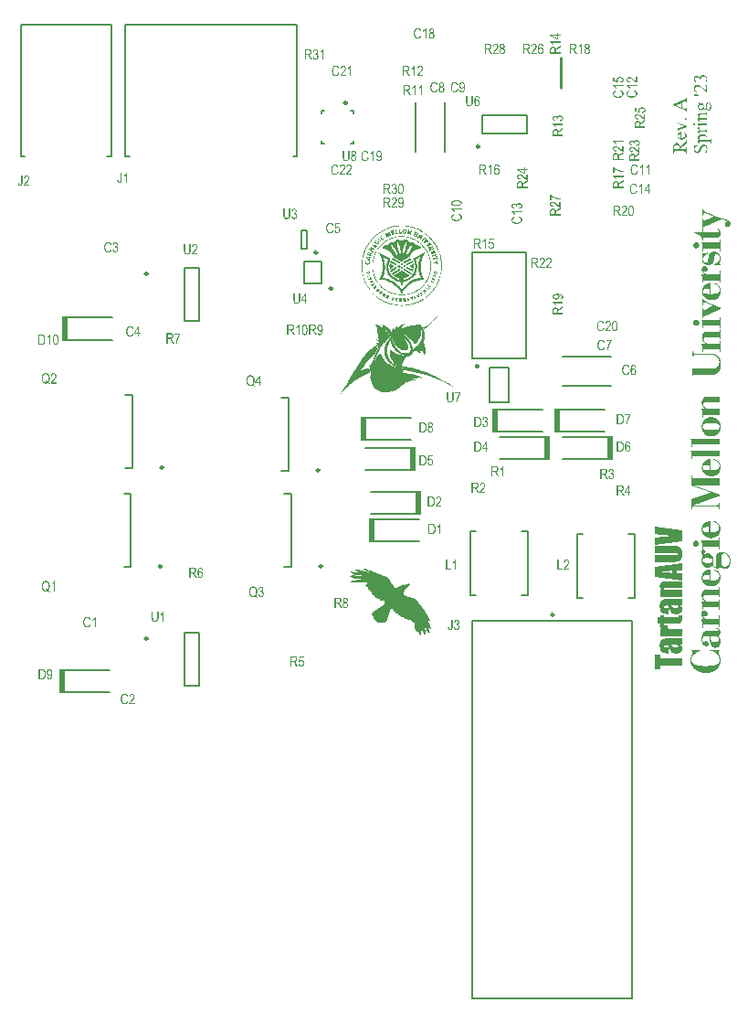
<source format=gbr>
%TF.GenerationSoftware,Altium Limited,Altium Designer,23.3.1 (30)*%
G04 Layer_Color=65535*
%FSLAX45Y45*%
%MOMM*%
%TF.SameCoordinates,8A2A9A51-EBE3-4943-AFEF-435726134A11*%
%TF.FilePolarity,Positive*%
%TF.FileFunction,Legend,Top*%
%TF.Part,Single*%
G01*
G75*
%TA.AperFunction,NonConductor*%
%ADD43C,0.25000*%
%ADD44C,0.20000*%
%ADD45C,0.17780*%
%ADD46C,0.25400*%
G36*
X9045240Y8219440D02*
X8994440D01*
Y8442960D01*
X9045240D01*
Y8219440D01*
D02*
G37*
G36*
X13604539Y7368540D02*
X13553740D01*
Y7592060D01*
X13604539D01*
Y7368540D01*
D02*
G37*
G36*
X13032739D02*
X12981940D01*
Y7592060D01*
X13032739D01*
Y7368540D01*
D02*
G37*
G36*
X11813540Y7292340D02*
X11762740D01*
Y7515860D01*
X11813540D01*
Y7292340D01*
D02*
G37*
G36*
X14094460Y7114540D02*
X14043660D01*
Y7338060D01*
X14094460D01*
Y7114540D01*
D02*
G37*
G36*
X13510260D02*
X13459460D01*
Y7338060D01*
X13510260D01*
Y7114540D01*
D02*
G37*
G36*
X12265660Y7012940D02*
X12214860D01*
Y7236460D01*
X12265660D01*
Y7012940D01*
D02*
G37*
G36*
X12316460Y6606540D02*
X12265660D01*
Y6830060D01*
X12316460D01*
Y6606540D01*
D02*
G37*
G36*
X11889740Y6352540D02*
X11838940D01*
Y6576060D01*
X11889740D01*
Y6352540D01*
D02*
G37*
G36*
X9019540Y4955540D02*
X8968740D01*
Y5179060D01*
X9019540D01*
Y4955540D01*
D02*
G37*
G36*
X14936420Y9436225D02*
X14936595Y9435344D01*
X14936772Y9434286D01*
X14937477Y9431466D01*
X14938535Y9428645D01*
Y9428469D01*
X14938887Y9428116D01*
X14939240Y9427411D01*
X14939767Y9426530D01*
X14941354Y9424414D01*
X14942413Y9423181D01*
X14943646Y9422123D01*
X14943823Y9421947D01*
X14944176Y9421594D01*
X14944881Y9421065D01*
X14945763Y9420536D01*
X14947701Y9419126D01*
X14949815Y9417716D01*
X14949992D01*
X14950345Y9417540D01*
X14950874Y9417187D01*
X14951755Y9416658D01*
X14952814Y9416130D01*
X14954047Y9415601D01*
X14955457Y9414896D01*
X14957220Y9414014D01*
X14957396D01*
X14957925Y9413662D01*
X14958806Y9413309D01*
X14960040Y9412780D01*
X14961627Y9411899D01*
X14963567Y9411017D01*
X14965857Y9410136D01*
X14968501Y9408902D01*
X14971498Y9407492D01*
X14974847Y9406082D01*
X14978549Y9404319D01*
X14982603Y9402556D01*
X14987010Y9400617D01*
X14991769Y9398502D01*
X14996883Y9396387D01*
X15002345Y9393919D01*
X15002699Y9393742D01*
X15003580Y9393390D01*
X15005167Y9392685D01*
X15007281Y9391803D01*
X15009750Y9390746D01*
X15012747Y9389512D01*
X15015919Y9388102D01*
X15019269Y9386515D01*
X15026672Y9383342D01*
X15034076Y9380169D01*
X15037778Y9378406D01*
X15041302Y9376996D01*
X15044476Y9375586D01*
X15047473Y9374176D01*
X15047649D01*
X15047826Y9374000D01*
X15048354Y9373823D01*
X15049060Y9373471D01*
X15049940Y9373118D01*
X15051175Y9372589D01*
X15052409Y9372061D01*
X15053995Y9371355D01*
X15055759Y9370650D01*
X15057697Y9369945D01*
X15059811Y9369064D01*
X15062280Y9368182D01*
X15064748Y9367125D01*
X15067569Y9366067D01*
X15070564Y9365009D01*
X15073738Y9363952D01*
X15077087Y9362718D01*
X15080614Y9361484D01*
X15084491Y9360250D01*
X15088370Y9359016D01*
X15092599Y9357606D01*
X15097008Y9356196D01*
X15101590Y9354785D01*
X15106526Y9353375D01*
X15111461Y9351965D01*
X15116750Y9350555D01*
X15122038Y9348968D01*
X15127679Y9347558D01*
X15133672Y9345972D01*
X15139665Y9344385D01*
X15145834Y9342975D01*
X15152357Y9341388D01*
X15152534D01*
X15152885Y9341212D01*
X15153767Y9340860D01*
X15154649Y9340507D01*
X15155882Y9340155D01*
X15157294Y9339626D01*
X15158881Y9338921D01*
X15160641Y9338216D01*
X15164697Y9336276D01*
X15168927Y9334161D01*
X15173511Y9331693D01*
X15178094Y9328697D01*
X15178445Y9328520D01*
X15179150Y9327992D01*
X15180385Y9326934D01*
X15181795Y9325524D01*
X15183206Y9323585D01*
X15184792Y9321293D01*
X15186201Y9318473D01*
X15187260Y9315123D01*
Y9314947D01*
X15187436Y9314771D01*
Y9314242D01*
X15187613Y9313537D01*
X15187965Y9311598D01*
X15188318Y9309130D01*
X15188670Y9306310D01*
Y9299787D01*
X15188141Y9296262D01*
Y9295909D01*
X15187965Y9295380D01*
X15187788Y9294675D01*
X15187436Y9293089D01*
X15186731Y9290974D01*
X15186026Y9288682D01*
X15184969Y9286214D01*
X15183734Y9283746D01*
X15182149Y9281455D01*
X15181972Y9281278D01*
X15181442Y9280750D01*
X15180737Y9280044D01*
X15179680Y9279163D01*
X15178270Y9277929D01*
X15176683Y9276871D01*
X15174744Y9275638D01*
X15172629Y9274580D01*
X15172276Y9274404D01*
X15171571Y9274227D01*
X15170337Y9273698D01*
X15168927Y9273170D01*
X15167165Y9272641D01*
X15165225Y9272288D01*
X15163286Y9271936D01*
X15161346Y9271759D01*
X15161171D01*
X15160466D01*
X15159409Y9271936D01*
X15157999Y9272112D01*
X15156412Y9272288D01*
X15154649Y9272817D01*
X15152710Y9273346D01*
X15150771Y9274051D01*
X15150595Y9274227D01*
X15149713Y9274404D01*
X15148656Y9275109D01*
X15147421Y9275814D01*
X15145834Y9277048D01*
X15144072Y9278458D01*
X15142487Y9280044D01*
X15140900Y9282160D01*
X15140723Y9282512D01*
X15140372Y9283217D01*
X15139665Y9284451D01*
X15138960Y9285862D01*
X15138255Y9287801D01*
X15137550Y9289740D01*
X15137198Y9291855D01*
X15137021Y9294147D01*
Y9297848D01*
X15137198Y9299082D01*
Y9300492D01*
X15137726Y9303842D01*
X15138255Y9307367D01*
X15139137Y9310893D01*
X15139842Y9312479D01*
X15140372Y9314066D01*
X15141252Y9315300D01*
X15142133Y9316357D01*
X15142310Y9316534D01*
X15142838Y9316886D01*
X15143192Y9317239D01*
X15143896Y9317767D01*
X15144954Y9318296D01*
X15146011Y9318825D01*
X15147421Y9319530D01*
X15149008Y9320235D01*
X15150771Y9320940D01*
X15152885Y9321822D01*
X15155354Y9322527D01*
X15157999Y9323408D01*
X15160995Y9324113D01*
X15164343Y9324995D01*
X15168047Y9325700D01*
X15167693Y9325876D01*
X15166988Y9326052D01*
X15165755Y9326581D01*
X15163992Y9327110D01*
X15162051Y9327815D01*
X15159937Y9328697D01*
X15155000Y9330459D01*
X15150066Y9332222D01*
X15147598Y9333104D01*
X15145483Y9333809D01*
X15143542Y9334514D01*
X15141957Y9335043D01*
X15140723Y9335571D01*
X15140018Y9335748D01*
X15139842D01*
X15139313Y9335924D01*
X15138608Y9336100D01*
X15137550Y9336453D01*
X15136316Y9336805D01*
X15134906Y9337334D01*
X15133144Y9337687D01*
X15131380Y9338216D01*
X15127150Y9339097D01*
X15122391Y9340155D01*
X15117102Y9340860D01*
X15111813Y9341388D01*
X15111638D01*
X15111108D01*
X15110403D01*
X15109698D01*
X15109521D01*
X15109171D01*
X15108641D01*
X15107936D01*
X15107054Y9341212D01*
X15105997D01*
X15103352Y9340860D01*
X15100356Y9340331D01*
X15097008Y9339626D01*
X15093481Y9338744D01*
X15089957Y9337334D01*
X15089780D01*
X15089603Y9337158D01*
X15089075Y9336982D01*
X15088545Y9336805D01*
X15087663Y9336453D01*
X15086606Y9335924D01*
X15085371Y9335395D01*
X15083786Y9334690D01*
X15082024Y9333985D01*
X15080084Y9333104D01*
X15077792Y9332222D01*
X15075325Y9331164D01*
X15072504Y9329931D01*
X15069331Y9328697D01*
X15065982Y9327286D01*
X15062280Y9325700D01*
X15058401Y9323937D01*
X15054172Y9322174D01*
X15049588Y9320235D01*
X15044653Y9318120D01*
X15039365Y9315828D01*
X15033723Y9313537D01*
X15027730Y9310893D01*
X15021384Y9308249D01*
X15014687Y9305252D01*
X15007635Y9302255D01*
X15000055Y9299082D01*
X14992122Y9295557D01*
X14983836Y9292031D01*
X14975200Y9288329D01*
X14966034Y9284275D01*
X14956516Y9280221D01*
X14956161Y9280044D01*
X14955281Y9279868D01*
X14953871Y9279163D01*
X14951932Y9278458D01*
X14949815Y9277577D01*
X14947348Y9276519D01*
X14942413Y9274051D01*
X14942236Y9273875D01*
X14941707Y9273522D01*
X14941002Y9272993D01*
X14940121Y9272112D01*
X14939240Y9271054D01*
X14938358Y9269820D01*
X14937653Y9268234D01*
X14937125Y9266471D01*
Y9222931D01*
X14947525D01*
X15050470D01*
X15050822D01*
X15051527D01*
X15052585D01*
X15053819D01*
X15053995D01*
X15054172D01*
X15055229D01*
X15056992Y9223107D01*
X15059106Y9223284D01*
X15061575Y9223460D01*
X15064220Y9223989D01*
X15067216Y9224517D01*
X15070213Y9225223D01*
X15070389D01*
X15070741Y9225399D01*
X15071448Y9225751D01*
X15072328Y9226280D01*
X15073386Y9226809D01*
X15074443Y9227690D01*
X15075854Y9228572D01*
X15077087Y9229806D01*
X15077264Y9229982D01*
X15077615Y9230335D01*
X15078145Y9231040D01*
X15078850Y9231921D01*
X15079379Y9232802D01*
X15079909Y9233684D01*
X15080260Y9234741D01*
Y9235975D01*
X15080084Y9236504D01*
X15079909Y9237209D01*
X15079379Y9238972D01*
X15078497Y9241264D01*
X15077440Y9243908D01*
X15075854Y9246552D01*
X15074091Y9249372D01*
X15071623Y9252017D01*
X15071448Y9252193D01*
X15071094Y9252545D01*
X15070389Y9253074D01*
X15069331Y9253956D01*
X15068979Y9254132D01*
X15068449Y9254661D01*
X15067744Y9255366D01*
X15067216Y9255895D01*
Y9256071D01*
X15067039Y9256247D01*
X15066687Y9256952D01*
X15066335Y9257657D01*
X15066158Y9257834D01*
X15065982Y9258539D01*
Y9259420D01*
X15066335Y9260302D01*
X15066512Y9260478D01*
X15066687Y9261183D01*
X15067392Y9262064D01*
X15068274Y9263122D01*
X15068449D01*
X15068802Y9262769D01*
X15069508Y9262417D01*
X15070389Y9261888D01*
X15071448Y9261359D01*
X15072681Y9260478D01*
X15075677Y9258362D01*
X15079025Y9255718D01*
X15082729Y9252193D01*
X15084491Y9250254D01*
X15086253Y9248138D01*
X15088017Y9245671D01*
X15089780Y9243203D01*
X15089957Y9243026D01*
X15090132Y9242498D01*
X15090485Y9241793D01*
X15091190Y9240735D01*
X15091718Y9239501D01*
X15092422Y9238091D01*
X15093304Y9236328D01*
X15094009Y9234565D01*
X15095596Y9230335D01*
X15097008Y9225575D01*
X15098064Y9220639D01*
X15098241Y9218172D01*
X15098418Y9215527D01*
Y9214293D01*
X15098241Y9213236D01*
Y9212178D01*
X15098064Y9210768D01*
X15097888Y9209181D01*
X15097713Y9207595D01*
X15097008Y9203717D01*
X15095949Y9199486D01*
X15094539Y9195079D01*
X15092599Y9190496D01*
X15092422Y9190144D01*
X15091718Y9189262D01*
X15090837Y9187676D01*
X15089427Y9185913D01*
X15087488Y9183798D01*
X15085196Y9181506D01*
X15082552Y9179215D01*
X15079379Y9177099D01*
X15079202D01*
X15079025Y9176923D01*
X15078497Y9176570D01*
X15077792Y9176218D01*
X15076030Y9175336D01*
X15073738Y9174279D01*
X15070918Y9173221D01*
X15067921Y9172340D01*
X15064572Y9171635D01*
X15061223Y9171458D01*
X15061046D01*
X15060518D01*
X14948759D01*
X14937477D01*
Y9151363D01*
X14929721D01*
Y9151716D01*
X14929544Y9152421D01*
X14929192Y9153655D01*
X14928664Y9155417D01*
X14928134Y9157533D01*
X14927254Y9159824D01*
X14926370Y9162645D01*
X14925137Y9165641D01*
X14923727Y9168814D01*
X14921965Y9172164D01*
X14920026Y9175689D01*
X14917734Y9179215D01*
X14915266Y9182916D01*
X14912447Y9186618D01*
X14909273Y9190144D01*
X14905746Y9193669D01*
X14905571Y9193845D01*
X14904866Y9194551D01*
X14903809Y9195432D01*
X14902222Y9196666D01*
X14900459Y9198076D01*
X14898167Y9199663D01*
X14895699Y9201425D01*
X14892879Y9203188D01*
X14889706Y9204951D01*
X14886357Y9206890D01*
X14882831Y9208653D01*
X14879129Y9210239D01*
X14875075Y9211649D01*
X14870845Y9212883D01*
X14866614Y9213765D01*
X14862207Y9214293D01*
X14861855D01*
X14860973D01*
X14859740D01*
X14858153D01*
X14857976D01*
X14857800D01*
X14856741D01*
X14855331Y9214470D01*
X14853922Y9214646D01*
X14853746D01*
X14853569Y9214822D01*
X14852689Y9215175D01*
X14851454Y9215880D01*
X14850397Y9216938D01*
Y9217114D01*
X14850220Y9217290D01*
X14849867Y9217819D01*
X14849515Y9218348D01*
X14848985Y9220111D01*
X14848810Y9222578D01*
X14928487D01*
Y9351789D01*
X14937477D01*
Y9329049D01*
X15031786Y9370827D01*
X15031609Y9371003D01*
X15030904Y9371179D01*
X15030022Y9371532D01*
X15028789Y9372061D01*
X15027200Y9372766D01*
X15025262Y9373647D01*
X15023148Y9374528D01*
X15020856Y9375410D01*
X15020503Y9375586D01*
X15019798Y9375939D01*
X15018564Y9376467D01*
X15016977Y9377173D01*
X15015215Y9377878D01*
X15013277Y9378759D01*
X15009573Y9380345D01*
X15009396Y9380522D01*
X15008691Y9380698D01*
X15007811Y9381051D01*
X15006577Y9381579D01*
X15004991Y9382285D01*
X15003404Y9382813D01*
X15000055Y9384224D01*
X14999702Y9384400D01*
X14998820Y9384752D01*
X14997411Y9385281D01*
X14995648Y9386163D01*
X14993356Y9387044D01*
X14990887Y9388102D01*
X14988068Y9389336D01*
X14984895Y9390569D01*
X14978549Y9393390D01*
X14971851Y9396034D01*
X14968501Y9397268D01*
X14965504Y9398502D01*
X14962508Y9399736D01*
X14959863Y9400617D01*
X14959688Y9400793D01*
X14958983Y9400970D01*
X14957748Y9401146D01*
X14956339Y9401499D01*
X14954752Y9401675D01*
X14952814Y9401851D01*
X14950874D01*
X14948759Y9401675D01*
X14946819Y9401146D01*
X14944881Y9400265D01*
X14942941Y9398854D01*
X14941179Y9397268D01*
X14939944Y9394976D01*
X14938712Y9392156D01*
X14938007Y9388630D01*
X14937830Y9386691D01*
Y9379464D01*
X14929369Y9378759D01*
Y9437106D01*
X14936420D01*
Y9436225D01*
D02*
G37*
G36*
X14874370Y9130034D02*
X14876485Y9129857D01*
X14878954Y9129328D01*
X14881950Y9128271D01*
X14884947Y9126861D01*
X14888120Y9125098D01*
X14889706Y9123864D01*
X14891116Y9122454D01*
X14891469Y9122101D01*
X14892349Y9121043D01*
X14893584Y9119457D01*
X14894818Y9117342D01*
X14896228Y9114698D01*
X14897462Y9111525D01*
X14898344Y9107999D01*
X14898520Y9106060D01*
X14898695Y9104121D01*
Y9100772D01*
X14898520Y9099890D01*
Y9099009D01*
X14898344Y9097951D01*
X14897638Y9095307D01*
X14896758Y9092310D01*
X14895348Y9089138D01*
X14893408Y9085965D01*
X14892349Y9084378D01*
X14890939Y9082968D01*
X14890764D01*
X14890587Y9082615D01*
X14889529Y9081734D01*
X14887767Y9080500D01*
X14885652Y9079266D01*
X14882831Y9077856D01*
X14879482Y9076622D01*
X14875957Y9075741D01*
X14874017Y9075564D01*
X14871902Y9075388D01*
X14871725D01*
X14871198D01*
X14871021D01*
X14870668D01*
X14870139D01*
X14869434Y9075212D01*
X14867319Y9075388D01*
X14864674Y9075564D01*
X14861855Y9076269D01*
X14858505Y9077503D01*
X14856918Y9078385D01*
X14855156Y9079266D01*
X14853569Y9080500D01*
X14851984Y9081910D01*
X14851807Y9082086D01*
X14851630Y9082263D01*
X14851279Y9082792D01*
X14850574Y9083320D01*
X14849339Y9085259D01*
X14847752Y9087551D01*
X14846165Y9090548D01*
X14844756Y9094073D01*
X14843874Y9098128D01*
X14843698Y9100243D01*
X14843523Y9102535D01*
Y9103945D01*
X14843698Y9104826D01*
Y9105707D01*
X14843874Y9106941D01*
X14844579Y9109586D01*
X14845461Y9112582D01*
X14846870Y9115755D01*
X14848985Y9118928D01*
X14850220Y9120515D01*
X14851630Y9122101D01*
Y9122277D01*
X14851984Y9122454D01*
X14853041Y9123335D01*
X14854803Y9124745D01*
X14856918Y9126155D01*
X14859740Y9127566D01*
X14863087Y9128976D01*
X14866789Y9129857D01*
X14868729Y9130210D01*
X14870845D01*
X14871021D01*
X14871198D01*
X14871902D01*
X14872078D01*
X14872607D01*
X14872784D01*
X14873135D01*
X14873665D01*
X14874370Y9130034D01*
D02*
G37*
G36*
X15094714Y9049652D02*
X15086253D01*
Y9074683D01*
X14937830D01*
Y9050004D01*
X14928487Y9049299D01*
Y9056703D01*
X14928664Y9059347D01*
Y9067103D01*
X14928839Y9069395D01*
Y9081205D01*
X14928664Y9083144D01*
Y9085259D01*
X14928487Y9089490D01*
Y9090548D01*
X14928311Y9091605D01*
X14928134Y9093192D01*
X14927959Y9094955D01*
X14927782Y9096894D01*
X14927605Y9099185D01*
X14927254Y9101477D01*
Y9101829D01*
X14927077Y9102535D01*
X14926900Y9103945D01*
X14926547Y9105707D01*
X14926370Y9107823D01*
X14925842Y9110114D01*
X14925490Y9112935D01*
X14924960Y9115755D01*
Y9116108D01*
X14924609Y9117165D01*
X14924432Y9118576D01*
X14924080Y9120338D01*
X14923727Y9122277D01*
X14923375Y9124393D01*
X14923022Y9126155D01*
X14922670Y9127918D01*
X15085725D01*
Y9154007D01*
X15094714D01*
Y9049652D01*
D02*
G37*
G36*
X15040247Y9045774D02*
X15041479Y9045597D01*
X15044476Y9045245D01*
X15047826Y9044716D01*
X15051880Y9043658D01*
X15056287Y9042424D01*
X15061046Y9040662D01*
X15061223D01*
X15061575Y9040485D01*
X15062280Y9040133D01*
X15063162Y9039780D01*
X15064220Y9039251D01*
X15065453Y9038723D01*
X15068449Y9037136D01*
X15071623Y9035373D01*
X15074973Y9033082D01*
X15078320Y9030614D01*
X15081319Y9027970D01*
X15081671Y9027617D01*
X15082376Y9026736D01*
X15083611Y9025326D01*
X15085196Y9023387D01*
X15086958Y9020919D01*
X15088898Y9017746D01*
X15090837Y9014220D01*
X15092776Y9010342D01*
X15094539Y9005935D01*
X15096124Y9001000D01*
X15097359Y8995711D01*
X15098064Y8990070D01*
X15098418Y8984077D01*
X15098064Y8977731D01*
X15097713Y8974382D01*
X15097183Y8971033D01*
X15096478Y8967507D01*
X15095419Y8963982D01*
Y8963805D01*
X15095244Y8963629D01*
X15095068Y8962571D01*
X15094539Y8960809D01*
X15094009Y8958870D01*
X15093304Y8956578D01*
X15092599Y8954286D01*
X15092072Y8951995D01*
X15091367Y8950056D01*
Y8949879D01*
X15091190Y8949527D01*
X15090837Y8948998D01*
X15090662Y8948293D01*
X15090132Y8946354D01*
X15089957Y8943886D01*
Y8942476D01*
X15090308Y8941066D01*
X15090662Y8939127D01*
X15091367Y8937011D01*
X15092422Y8934720D01*
X15094009Y8932428D01*
X15095949Y8930313D01*
X15096124Y8930137D01*
X15096478Y8929784D01*
X15097008Y8929079D01*
X15097536Y8928021D01*
Y8927845D01*
X15097888Y8926964D01*
X15098241Y8925730D01*
X15098769Y8924143D01*
Y8923791D01*
X15099123Y8922733D01*
X15099298Y8921499D01*
X15099651Y8920265D01*
X15035133D01*
Y8920441D01*
X15034956Y8921146D01*
X15034781Y8922028D01*
X15034605Y8923086D01*
X15034428Y8925377D01*
X15034605Y8926435D01*
X15034956Y8927316D01*
Y8927492D01*
X15035133Y8927669D01*
X15035663Y8928198D01*
X15036191Y8928726D01*
X15037073Y8929255D01*
X15038130Y8929960D01*
X15039365Y8930665D01*
X15041127Y8931194D01*
X15041302D01*
X15041479Y8931371D01*
X15042009Y8931547D01*
X15042714Y8931899D01*
X15044653Y8932604D01*
X15047121Y8933662D01*
X15050117Y8935249D01*
X15053642Y8937011D01*
X15057346Y8939127D01*
X15061223Y8941595D01*
X15065277Y8944415D01*
X15069331Y8947588D01*
X15073209Y8951290D01*
X15077087Y8955168D01*
X15080614Y8959575D01*
X15083611Y8964334D01*
X15086253Y8969446D01*
X15088370Y8975087D01*
Y8975263D01*
X15088545Y8975616D01*
X15088722Y8976321D01*
X15088898Y8977379D01*
X15089075Y8978436D01*
X15089250Y8979846D01*
X15089427Y8981433D01*
X15089603Y8983196D01*
X15089780Y8987250D01*
X15089603Y8991657D01*
X15088898Y8996416D01*
X15088370Y8998884D01*
X15087663Y9001352D01*
Y9001528D01*
X15087488Y9001881D01*
X15087135Y9002586D01*
X15086783Y9003467D01*
X15086253Y9004525D01*
X15085548Y9005759D01*
X15083786Y9008756D01*
X15082552Y9010166D01*
X15081319Y9011752D01*
X15079732Y9013339D01*
X15078145Y9014925D01*
X15076205Y9016336D01*
X15074091Y9017746D01*
X15071799Y9019156D01*
X15069331Y9020214D01*
X15069154D01*
X15068979Y9020390D01*
X15068449Y9020566D01*
X15067744Y9020742D01*
X15065982Y9021271D01*
X15063515Y9021800D01*
X15060870Y9022153D01*
X15058051D01*
X15055054Y9021800D01*
X15052055Y9020919D01*
X15051880D01*
X15051704Y9020742D01*
X15050822Y9020214D01*
X15049413Y9019332D01*
X15047826Y9017922D01*
X15046063Y9016159D01*
X15044299Y9013868D01*
X15042714Y9011047D01*
X15041479Y9007522D01*
Y9007345D01*
X15041302Y9007169D01*
Y9006640D01*
X15041127Y9005935D01*
X15040952Y9005230D01*
X15040598Y9004172D01*
X15040422Y9002939D01*
X15040070Y9001528D01*
X15039717Y8999942D01*
X15039365Y8998179D01*
X15039012Y8996064D01*
X15038660Y8993948D01*
X15038130Y8991657D01*
X15037778Y8989189D01*
X15037250Y8986369D01*
X15036897Y8983548D01*
Y8983372D01*
X15036720Y8982843D01*
Y8982138D01*
X15036543Y8981080D01*
X15036368Y8979846D01*
X15036015Y8978436D01*
X15035486Y8975263D01*
X15034956Y8971914D01*
X15034428Y8968917D01*
X15034251Y8967507D01*
X15034076Y8966449D01*
X15033900Y8965392D01*
X15033723Y8964687D01*
Y8964510D01*
X15033546Y8963805D01*
X15033371Y8962748D01*
X15033018Y8961337D01*
X15032491Y8959751D01*
X15031961Y8957812D01*
X15031256Y8955520D01*
X15030551Y8953229D01*
X15028612Y8948117D01*
X15026144Y8942828D01*
X15023323Y8937716D01*
X15021561Y8935425D01*
X15019798Y8933133D01*
X15019621Y8932957D01*
X15019269Y8932604D01*
X15018739Y8932076D01*
X15017859Y8931371D01*
X15016801Y8930489D01*
X15015392Y8929431D01*
X15013805Y8928374D01*
X15012042Y8927140D01*
X15009926Y8926082D01*
X15007458Y8924848D01*
X15004814Y8923791D01*
X15001817Y8922733D01*
X14998645Y8921675D01*
X14995119Y8920794D01*
X14991417Y8920089D01*
X14987363Y8919560D01*
X14987187D01*
X14986482D01*
X14985423D01*
X14983836D01*
X14982076D01*
X14979959D01*
X14977492Y8919913D01*
X14974847Y8920089D01*
X14972028Y8920618D01*
X14968854Y8921323D01*
X14965681Y8922028D01*
X14962332Y8923086D01*
X14958806Y8924319D01*
X14955281Y8925730D01*
X14951579Y8927492D01*
X14948053Y8929608D01*
X14947878Y8929784D01*
X14947173Y8930137D01*
X14946291Y8930842D01*
X14945058Y8931723D01*
X14943469Y8932957D01*
X14941884Y8934367D01*
X14940121Y8936130D01*
X14938182Y8937893D01*
X14936243Y8940008D01*
X14934480Y8942300D01*
X14932541Y8944944D01*
X14930956Y8947588D01*
X14929544Y8950585D01*
X14928311Y8953581D01*
X14927254Y8956931D01*
X14926724Y8960280D01*
Y8960632D01*
X14926547Y8961514D01*
X14926370Y8962924D01*
X14926019Y8964687D01*
X14925842Y8966802D01*
X14925665Y8969270D01*
X14925490Y8974382D01*
Y8977731D01*
X14925665Y8980199D01*
X14925842Y8982843D01*
X14926195Y8986016D01*
X14926547Y8989189D01*
X14927077Y8992538D01*
Y8992715D01*
X14927254Y8993067D01*
X14927429Y8993772D01*
X14927605Y8994830D01*
X14927959Y8996064D01*
X14928311Y8997474D01*
X14928839Y8999237D01*
X14929369Y9001352D01*
Y9001528D01*
X14929544Y9002233D01*
X14929897Y9003291D01*
X14930251Y9004701D01*
X14930956Y9007698D01*
X14931306Y9009108D01*
X14931660Y9010518D01*
Y9011047D01*
X14931836Y9011752D01*
Y9013868D01*
X14931660Y9015278D01*
X14931306Y9016864D01*
X14930956Y9018451D01*
Y9018627D01*
X14930602Y9019332D01*
X14930251Y9020214D01*
X14929544Y9021271D01*
X14928839Y9022681D01*
X14927782Y9024268D01*
X14926547Y9025678D01*
X14925137Y9027265D01*
Y9032553D01*
X14952107D01*
X14952460D01*
X14952989D01*
X14953519Y9032729D01*
X14954399D01*
X14955457Y9032905D01*
X14956691D01*
X14958453Y9033082D01*
X14960393Y9033258D01*
X14962862Y9033434D01*
X14965681Y9033611D01*
X14969031Y9033963D01*
X14972908Y9034316D01*
X14977315Y9034668D01*
Y9034492D01*
X14977492Y9033963D01*
X14977844Y9033258D01*
X14978020Y9032377D01*
X14978197Y9030261D01*
Y9029204D01*
X14978020Y9028146D01*
Y9027970D01*
X14977844Y9027793D01*
X14976962Y9026736D01*
X14976434Y9026207D01*
X14975552Y9025502D01*
X14974495Y9024973D01*
X14973260Y9024268D01*
X14972908Y9024092D01*
X14972028Y9023739D01*
X14970618Y9023034D01*
X14968854Y9022153D01*
X14966562Y9021095D01*
X14964095Y9019685D01*
X14961275Y9018098D01*
X14958276Y9016336D01*
X14955281Y9014220D01*
X14952107Y9011929D01*
X14949110Y9009284D01*
X14946114Y9006640D01*
X14943294Y9003644D01*
X14940649Y9000471D01*
X14938358Y8996945D01*
X14936420Y8993420D01*
Y8993243D01*
X14936243Y8993067D01*
X14936067Y8992538D01*
X14935715Y8992009D01*
X14935008Y8990247D01*
X14934128Y8987955D01*
X14933246Y8985135D01*
X14932541Y8981962D01*
X14932011Y8978612D01*
X14931836Y8975087D01*
Y8974029D01*
X14932011Y8972795D01*
X14932188Y8971209D01*
X14932541Y8969270D01*
X14932893Y8966978D01*
X14933598Y8964334D01*
X14934480Y8961690D01*
X14934656Y8961337D01*
X14935008Y8960456D01*
X14935538Y8959046D01*
X14936243Y8957459D01*
X14937125Y8955520D01*
X14938182Y8953581D01*
X14939417Y8951466D01*
X14940826Y8949703D01*
X14941002Y8949527D01*
X14941531Y8949174D01*
X14942236Y8948469D01*
X14943469Y8947588D01*
X14944881Y8946530D01*
X14946468Y8945473D01*
X14948405Y8944591D01*
X14950520Y8943534D01*
X14950697Y8943357D01*
X14951579Y8943181D01*
X14952637Y8942828D01*
X14954224Y8942476D01*
X14955986Y8941947D01*
X14957748Y8941595D01*
X14959863Y8941418D01*
X14961803Y8941242D01*
X14962155D01*
X14962862D01*
X14964095Y8941418D01*
X14965681Y8941771D01*
X14967444Y8942300D01*
X14969383Y8943181D01*
X14971146Y8944239D01*
X14972908Y8945825D01*
X14973085Y8946001D01*
X14973613Y8946707D01*
X14974319Y8947764D01*
X14975375Y8949174D01*
X14976257Y8950937D01*
X14977315Y8953052D01*
X14978197Y8955520D01*
X14978902Y8958341D01*
Y8958693D01*
X14979079Y8959398D01*
Y8960103D01*
X14979254Y8960985D01*
X14979431Y8962043D01*
X14979607Y8963276D01*
X14979959Y8964687D01*
X14980136Y8966449D01*
X14980489Y8968388D01*
X14980841Y8970504D01*
X14981194Y8972972D01*
X14981721Y8975616D01*
X14982251Y8978612D01*
X14982780Y8981785D01*
Y8981962D01*
X14982956Y8982667D01*
X14983131Y8983548D01*
X14983308Y8984782D01*
X14983661Y8986369D01*
X14983836Y8988131D01*
X14984190Y8990070D01*
X14984718Y8992186D01*
X14985423Y8996769D01*
X14986482Y9001528D01*
X14987363Y9006112D01*
X14987717Y9008227D01*
X14988245Y9010166D01*
Y9010518D01*
X14988597Y9011576D01*
X14989127Y9013339D01*
X14989832Y9015454D01*
X14991064Y9017922D01*
X14992474Y9020919D01*
X14994238Y9023915D01*
X14996353Y9027265D01*
X14998997Y9030438D01*
X15001994Y9033611D01*
X15005696Y9036607D01*
X15009750Y9039428D01*
X15014333Y9041719D01*
X15019621Y9043835D01*
X15025615Y9045245D01*
X15028789Y9045597D01*
X15032137Y9045950D01*
X15032314D01*
X15032666D01*
X15033195D01*
X15033723D01*
X15035486D01*
X15037425D01*
X15037602D01*
X15037955D01*
X15038483D01*
X15039365D01*
X15040247Y9045774D01*
D02*
G37*
G36*
X14952989Y8913038D02*
X14954047Y8912862D01*
X14955457Y8912509D01*
X14957220Y8911980D01*
X14959158Y8911275D01*
X14961275Y8910570D01*
X14963390Y8909512D01*
X14965681Y8908278D01*
X14967973Y8906868D01*
X14970088Y8905282D01*
X14972203Y8903343D01*
X14974142Y8901051D01*
X14975729Y8898583D01*
X14977139Y8895939D01*
X14978197Y8892766D01*
Y8892590D01*
X14978374Y8892061D01*
X14978549Y8891003D01*
X14978725Y8889769D01*
X14978902Y8888359D01*
X14979079Y8886596D01*
X14979254Y8884657D01*
Y8882542D01*
X14979079Y8880250D01*
X14978902Y8877959D01*
X14978549Y8875667D01*
X14977844Y8873376D01*
X14976962Y8870908D01*
X14975729Y8868793D01*
X14974319Y8866501D01*
X14972556Y8864562D01*
X14972380Y8864386D01*
X14972028Y8864209D01*
X14971498Y8863681D01*
X14970618Y8862975D01*
X14969559Y8862270D01*
X14968149Y8861565D01*
X14966562Y8860860D01*
X14964799Y8860155D01*
X14962685Y8859450D01*
X14960393Y8858921D01*
X14957925Y8858392D01*
X14955104Y8858216D01*
X14952107Y8858040D01*
X14948759Y8858392D01*
X14945233Y8858745D01*
X14941531Y8859626D01*
X14941354D01*
X14941002Y8859802D01*
X14940649Y8859979D01*
X14939944D01*
X14939062Y8860155D01*
X14937830Y8860508D01*
X14936420Y8860684D01*
X14936595Y8860508D01*
X14937125Y8859802D01*
X14937830Y8858569D01*
X14938887Y8857158D01*
X14940297Y8855572D01*
X14942059Y8853633D01*
X14943823Y8851517D01*
X14946114Y8849402D01*
X14948405Y8847287D01*
X14951050Y8845172D01*
X14954047Y8843056D01*
X14957043Y8841293D01*
X14960393Y8839531D01*
X14963918Y8838120D01*
X14967444Y8837239D01*
X14971323Y8836534D01*
X14971498D01*
X14972028D01*
X14973085Y8836358D01*
X14974319Y8836181D01*
X14976080Y8836005D01*
X14978197D01*
X14980664Y8835829D01*
X14983485Y8835653D01*
X14986658Y8835476D01*
X14990359Y8835300D01*
X14994238Y8835124D01*
X14998645Y8834948D01*
X15003404Y8834771D01*
X15008691D01*
X15014157Y8834595D01*
X15020151D01*
X15085725D01*
Y8868969D01*
X15094362Y8869674D01*
Y8755976D01*
X15086253Y8755271D01*
Y8780126D01*
X14938182D01*
Y8755623D01*
X14929721Y8754918D01*
Y8755623D01*
X14929544Y8756328D01*
X14929369Y8757386D01*
Y8758796D01*
X14929192Y8760207D01*
X14929016Y8761969D01*
X14928839Y8763908D01*
X14928664Y8767963D01*
X14928487Y8772546D01*
Y8777129D01*
X14928839Y8781712D01*
Y8782946D01*
X14929016Y8783827D01*
Y8789468D01*
X14928839Y8793523D01*
X14928664Y8797930D01*
X14928311Y8802865D01*
X14927605Y8808154D01*
Y8808330D01*
X14927429Y8808859D01*
Y8809564D01*
X14927077Y8810621D01*
X14926900Y8811855D01*
X14926547Y8813266D01*
X14926195Y8815028D01*
X14925665Y8816791D01*
X14924432Y8820845D01*
X14923022Y8825076D01*
X14921083Y8829483D01*
X14918793Y8833890D01*
X14951225D01*
X14951050Y8834066D01*
X14950520Y8834419D01*
X14949815Y8835124D01*
X14948935Y8835829D01*
X14946643Y8837768D01*
X14943999Y8840060D01*
X14941179Y8842351D01*
X14938887Y8844466D01*
X14937830Y8845348D01*
X14937125Y8845877D01*
X14936595Y8846405D01*
X14936420Y8846582D01*
X14936243Y8846758D01*
X14935890Y8847111D01*
X14935538Y8847639D01*
X14934833Y8848521D01*
X14933951Y8849402D01*
X14933070Y8850636D01*
X14932011Y8852046D01*
X14930956Y8853633D01*
X14928839Y8857335D01*
X14926547Y8861741D01*
X14924609Y8866501D01*
X14923198Y8871965D01*
Y8872142D01*
X14923022Y8872671D01*
Y8873376D01*
X14922845Y8874433D01*
X14922670Y8875844D01*
X14922493Y8877430D01*
X14922318Y8879017D01*
Y8885010D01*
X14922845Y8889593D01*
X14923904Y8894000D01*
X14924609Y8896292D01*
X14925490Y8898407D01*
X14925665Y8898583D01*
X14926195Y8899465D01*
X14926900Y8900522D01*
X14928134Y8901932D01*
X14929544Y8903519D01*
X14931483Y8905105D01*
X14933598Y8906868D01*
X14936243Y8908631D01*
X14936595Y8908807D01*
X14937477Y8909336D01*
X14938887Y8910041D01*
X14940649Y8910922D01*
X14942941Y8911804D01*
X14945233Y8912509D01*
X14947878Y8913038D01*
X14950520Y8913214D01*
X14950697D01*
X14951050D01*
X14952107D01*
X14952284D01*
X14952989Y8913038D01*
D02*
G37*
G36*
X15034605Y8757386D02*
X15035486Y8757210D01*
X15036368Y8756857D01*
X15038660Y8756152D01*
X15041302Y8755271D01*
X15044124Y8754389D01*
X15046593Y8753684D01*
X15047649Y8753332D01*
X15048354Y8753155D01*
X15048883Y8752979D01*
X15049236D01*
X15049413D01*
X15050117Y8752627D01*
X15051175Y8752274D01*
X15052760Y8751569D01*
X15054524Y8750864D01*
X15056464Y8749806D01*
X15058755Y8748572D01*
X15061398Y8747162D01*
X15064043Y8745399D01*
X15066862Y8743460D01*
X15069684Y8741345D01*
X15072681Y8738877D01*
X15075677Y8736057D01*
X15078674Y8733060D01*
X15081494Y8729887D01*
X15084315Y8726185D01*
X15084491Y8726009D01*
X15084843Y8725304D01*
X15085725Y8724246D01*
X15086606Y8722660D01*
X15087663Y8720897D01*
X15088898Y8718605D01*
X15090132Y8716138D01*
X15091542Y8713493D01*
X15092952Y8710497D01*
X15094186Y8707147D01*
X15095419Y8703798D01*
X15096478Y8700096D01*
X15097359Y8696395D01*
X15098064Y8692517D01*
X15098593Y8688462D01*
X15098769Y8684408D01*
Y8683703D01*
X15098946Y8682645D01*
X15099123Y8681411D01*
X15099298Y8680001D01*
Y8678767D01*
X15099123Y8677709D01*
Y8676475D01*
X15098946Y8675065D01*
X15098769Y8673302D01*
X15098593Y8671363D01*
X15098241Y8669424D01*
X15097888Y8667133D01*
X15096831Y8662021D01*
X15095244Y8656556D01*
X15093304Y8650563D01*
Y8650387D01*
X15092952Y8649858D01*
X15092776Y8648976D01*
X15092247Y8647919D01*
X15091718Y8646508D01*
X15091013Y8644922D01*
X15090132Y8642983D01*
X15089250Y8641044D01*
X15087311Y8636990D01*
X15085020Y8632583D01*
X15082376Y8628176D01*
X15079555Y8624121D01*
X15079379Y8623945D01*
X15079202Y8623769D01*
X15078145Y8622711D01*
X15076559Y8620948D01*
X15074443Y8618833D01*
X15071623Y8616365D01*
X15068097Y8613545D01*
X15064220Y8610724D01*
X15059811Y8607728D01*
X15059636D01*
X15059283Y8607375D01*
X15058578Y8607023D01*
X15057697Y8606494D01*
X15056464Y8605965D01*
X15055229Y8605260D01*
X15052055Y8603673D01*
X15048531Y8602087D01*
X15044476Y8600677D01*
X15040422Y8599267D01*
X15036191Y8598385D01*
X15036015D01*
X15035486Y8598209D01*
X15034781D01*
X15033723Y8598033D01*
X15032491Y8597680D01*
X15030904Y8597504D01*
X15029140Y8597327D01*
X15027200Y8597151D01*
X15024910Y8596975D01*
X15022443Y8596799D01*
X15019974Y8596622D01*
X15017154D01*
X15011160Y8596799D01*
X15004639Y8597151D01*
X14997763Y8598033D01*
X14990536Y8599267D01*
X14983131Y8601382D01*
X14979254Y8602616D01*
X14975552Y8604026D01*
X14971851Y8605612D01*
X14968149Y8607375D01*
X14964447Y8609491D01*
X14960745Y8611782D01*
X14957043Y8614250D01*
X14953519Y8616894D01*
X14950169Y8619891D01*
X14946819Y8623240D01*
X14946643Y8623416D01*
X14946468Y8623593D01*
X14945938Y8624298D01*
X14945233Y8625003D01*
X14944528Y8625884D01*
X14943469Y8627118D01*
X14942413Y8628352D01*
X14941354Y8629939D01*
X14940121Y8631525D01*
X14938887Y8633464D01*
X14937477Y8635579D01*
X14936243Y8637871D01*
X14933423Y8642807D01*
X14930956Y8648448D01*
Y8648624D01*
X14930602Y8649153D01*
X14930426Y8650034D01*
X14929897Y8651092D01*
X14929369Y8652502D01*
X14928839Y8654088D01*
X14928311Y8656027D01*
X14927605Y8657966D01*
X14926547Y8662550D01*
X14925490Y8667309D01*
X14924785Y8672421D01*
X14924432Y8677357D01*
Y8678943D01*
X14924609Y8680353D01*
X14924785Y8681764D01*
X14924960Y8683703D01*
X14925314Y8685818D01*
X14925665Y8688110D01*
X14926195Y8690577D01*
X14926900Y8693398D01*
X14928664Y8699391D01*
X14929721Y8702564D01*
X14930956Y8705913D01*
X14932541Y8709263D01*
X14934303Y8712788D01*
X14934480Y8712965D01*
X14934833Y8713670D01*
X14935362Y8714551D01*
X14936067Y8715785D01*
X14936948Y8717371D01*
X14938182Y8719134D01*
X14939417Y8721250D01*
X14941002Y8723365D01*
X14944528Y8727948D01*
X14948582Y8732707D01*
X14953165Y8737114D01*
X14955634Y8739230D01*
X14958276Y8741169D01*
X14958453D01*
X14958630Y8741521D01*
X14959158Y8741698D01*
X14959863Y8742226D01*
X14960745Y8742579D01*
X14961627Y8743284D01*
X14964272Y8744694D01*
X14967444Y8746281D01*
X14971146Y8748043D01*
X14975552Y8749806D01*
X14980312Y8751569D01*
X14980489D01*
X14980841Y8751745D01*
X14981546Y8752098D01*
X14982603Y8752274D01*
X14983661Y8752627D01*
X14985071Y8753155D01*
X14988245Y8754037D01*
X14992122Y8754918D01*
X14996001Y8755800D01*
X15000230Y8756328D01*
X15004285Y8756681D01*
Y8651973D01*
X15004639D01*
X15005344D01*
X15006754Y8652149D01*
X15008691D01*
X15011160Y8652326D01*
X15014157Y8652502D01*
X15017859D01*
X15022089Y8652678D01*
X15022266D01*
X15022618D01*
X15023323D01*
X15024028Y8652854D01*
X15025085D01*
X15026320D01*
X15029140Y8653031D01*
X15032491Y8653207D01*
X15035838Y8653383D01*
X15039542Y8653560D01*
X15042889Y8653736D01*
X15043066D01*
X15043242D01*
X15044299Y8653912D01*
X15046063D01*
X15048178Y8654265D01*
X15050822Y8654441D01*
X15053642Y8654793D01*
X15056639Y8655146D01*
X15059811Y8655675D01*
X15059988D01*
X15060341Y8655851D01*
X15060870D01*
X15061575Y8656204D01*
X15063515Y8656732D01*
X15065982Y8657614D01*
X15068802Y8658672D01*
X15071623Y8660082D01*
X15074620Y8661844D01*
X15077264Y8663784D01*
X15077615Y8664136D01*
X15078320Y8664841D01*
X15079555Y8666075D01*
X15080966Y8667662D01*
X15082376Y8669601D01*
X15083961Y8671892D01*
X15085371Y8674360D01*
X15086430Y8677181D01*
Y8677357D01*
X15086606Y8677533D01*
X15086783Y8678414D01*
X15087135Y8680001D01*
X15087488Y8681940D01*
X15087840Y8684232D01*
X15088193Y8686876D01*
X15088370Y8689696D01*
Y8693045D01*
X15088193Y8694103D01*
X15088017Y8695689D01*
X15087840Y8697805D01*
X15087311Y8700273D01*
X15086783Y8703093D01*
X15086078Y8706090D01*
X15085020Y8709086D01*
Y8709263D01*
X15084843Y8709792D01*
X15084491Y8710497D01*
X15083961Y8711554D01*
X15083434Y8712788D01*
X15082729Y8714198D01*
X15080789Y8717548D01*
X15078497Y8721426D01*
X15075500Y8725304D01*
X15071976Y8729182D01*
X15067921Y8732707D01*
X15067744Y8732884D01*
X15067392Y8733060D01*
X15066687Y8733589D01*
X15065807Y8734118D01*
X15064748Y8734999D01*
X15063338Y8735880D01*
X15061751Y8736762D01*
X15059988Y8737996D01*
X15057874Y8739053D01*
X15055759Y8740287D01*
X15053290Y8741521D01*
X15050822Y8742755D01*
X15045004Y8745399D01*
X15038837Y8747867D01*
X15038660Y8748043D01*
X15038130Y8748220D01*
X15037250Y8748749D01*
X15036191Y8749454D01*
X15033900Y8751216D01*
X15031432Y8753684D01*
X15034076Y8757562D01*
X15034251D01*
X15034605Y8757386D01*
D02*
G37*
G36*
X14937125Y8607023D02*
X14937302Y8605612D01*
X14937653Y8603673D01*
X14938358Y8601734D01*
X14939240Y8599443D01*
X14940474Y8597504D01*
X14942059Y8595565D01*
X14942236Y8595388D01*
X14942941Y8594860D01*
X14943999Y8593978D01*
X14945586Y8592744D01*
X14947348Y8591510D01*
X14949640Y8590100D01*
X14952460Y8588514D01*
X14955457Y8587103D01*
X14955811Y8586927D01*
X14956516Y8586575D01*
X14957925Y8585870D01*
X14960040Y8584988D01*
X14962508Y8583754D01*
X14965681Y8582344D01*
X14969559Y8580758D01*
X14973965Y8578642D01*
X14978902Y8576527D01*
X14984543Y8573883D01*
X14990712Y8571239D01*
X14997763Y8568066D01*
X15005167Y8564893D01*
X15013452Y8561191D01*
X15022266Y8557313D01*
X15031786Y8553258D01*
X15031961D01*
X15032314Y8553082D01*
X15033018Y8552730D01*
X15033900Y8552377D01*
X15034956Y8552025D01*
X15036368Y8551319D01*
X15038130Y8550791D01*
X15039893Y8549909D01*
X15042184Y8549028D01*
X15044476Y8548146D01*
X15047121Y8547089D01*
X15049940Y8545855D01*
X15053114Y8544621D01*
X15056464Y8543211D01*
X15059988Y8541624D01*
X15063867Y8540038D01*
X15064043Y8539862D01*
X15064748Y8539685D01*
X15065807Y8539156D01*
X15067216Y8538628D01*
X15068979Y8537922D01*
X15070918Y8537041D01*
X15073209Y8536160D01*
X15075500Y8535102D01*
X15080437Y8532987D01*
X15085548Y8530695D01*
X15090308Y8528580D01*
X15092422Y8527698D01*
X15094362Y8526817D01*
X15094539Y8526641D01*
X15094891Y8526465D01*
X15095596Y8525936D01*
X15096301Y8525054D01*
X15097008Y8524173D01*
X15097713Y8523115D01*
X15098064Y8521705D01*
X15098418Y8520119D01*
Y8519942D01*
X15098241Y8519237D01*
X15098064Y8518356D01*
X15097713Y8517122D01*
X15097183Y8515712D01*
X15096478Y8514301D01*
X15095419Y8512891D01*
X15094009Y8511481D01*
X15093834D01*
X15093304Y8511129D01*
X15092247Y8510600D01*
X15090837Y8510071D01*
X15089075Y8509189D01*
X15086606Y8508132D01*
X15083961Y8506898D01*
X15080614Y8505488D01*
X15076735Y8503725D01*
X15072328Y8501786D01*
X15067392Y8499671D01*
X15061928Y8497203D01*
X15055759Y8494559D01*
X15049060Y8491562D01*
X15041832Y8488565D01*
X15033723Y8485040D01*
X15033546D01*
X15032841Y8484687D01*
X15031786Y8484158D01*
X15030374Y8483629D01*
X15028612Y8482924D01*
X15026672Y8482043D01*
X15024205Y8480985D01*
X15021738Y8479928D01*
X15018739Y8478694D01*
X15015742Y8477284D01*
X15012570Y8476050D01*
X15009045Y8474463D01*
X15001817Y8471466D01*
X14994238Y8468117D01*
X14986482Y8464944D01*
X14978902Y8461595D01*
X14971498Y8458422D01*
X14964447Y8455602D01*
X14961275Y8454191D01*
X14958276Y8452781D01*
X14955457Y8451724D01*
X14952814Y8450666D01*
X14950520Y8449608D01*
X14948405Y8448727D01*
X14946819Y8448022D01*
X14945409Y8447493D01*
X14945233D01*
X14944528Y8447140D01*
X14943823Y8446788D01*
X14942764Y8446259D01*
X14940649Y8444672D01*
X14939767Y8443791D01*
X14939062Y8442910D01*
Y8442733D01*
X14938887Y8442381D01*
X14938535Y8441852D01*
X14938182Y8440971D01*
X14938007Y8439913D01*
X14937653Y8438679D01*
X14937477Y8437093D01*
Y8432333D01*
X14937302Y8430042D01*
Y8429160D01*
X14937125Y8428455D01*
X14929369Y8427397D01*
Y8520824D01*
X14937477Y8521176D01*
Y8500728D01*
X15032491Y8543211D01*
X15032314D01*
X15031786Y8543563D01*
X15030727Y8543916D01*
X15029494Y8544445D01*
X15027905Y8544974D01*
X15025967Y8545855D01*
X15023853Y8546736D01*
X15021561Y8547618D01*
X15018916Y8548675D01*
X15016272Y8549733D01*
X15010278Y8552201D01*
X15003934Y8554669D01*
X14997234Y8557313D01*
X14990536Y8559957D01*
X14984190Y8562601D01*
X14978020Y8564893D01*
X14975200Y8566127D01*
X14972556Y8567184D01*
X14970088Y8568066D01*
X14967973Y8569123D01*
X14965857Y8569828D01*
X14964272Y8570534D01*
X14962862Y8571062D01*
X14961627Y8571591D01*
X14960922Y8571767D01*
X14960568Y8571944D01*
X14960393D01*
X14960040Y8572120D01*
X14959511Y8572296D01*
X14958806Y8572649D01*
X14956691Y8573001D01*
X14954224Y8573530D01*
X14951225Y8573707D01*
X14948230Y8573530D01*
X14946819Y8573354D01*
X14945409Y8572825D01*
X14943999Y8572296D01*
X14942589Y8571415D01*
X14942236Y8571239D01*
X14941531Y8570534D01*
X14940474Y8569300D01*
X14939417Y8567537D01*
X14938358Y8565069D01*
X14937477Y8562249D01*
X14937125Y8558547D01*
X14937302Y8556608D01*
X14937477Y8554316D01*
Y8552906D01*
X14937302Y8551672D01*
X14937125Y8550262D01*
X14929369D01*
Y8608080D01*
X14937125Y8608433D01*
Y8607023D01*
D02*
G37*
G36*
X14874370Y8414177D02*
X14876485Y8414000D01*
X14878954Y8413472D01*
X14881950Y8412414D01*
X14884947Y8411004D01*
X14888120Y8409241D01*
X14889706Y8408007D01*
X14891116Y8406597D01*
X14891469Y8406244D01*
X14892349Y8405187D01*
X14893584Y8403600D01*
X14894818Y8401485D01*
X14896228Y8398841D01*
X14897462Y8395668D01*
X14898344Y8392142D01*
X14898520Y8390203D01*
X14898695Y8388264D01*
Y8386678D01*
X14898520Y8385267D01*
X14898344Y8383505D01*
X14897990Y8381566D01*
X14897285Y8379274D01*
X14896581Y8376806D01*
X14895348Y8374338D01*
X14893938Y8371694D01*
X14892174Y8369226D01*
X14889882Y8366935D01*
X14887238Y8364643D01*
X14884065Y8362880D01*
X14880363Y8361294D01*
X14876134Y8360060D01*
X14871198Y8359531D01*
X14871021D01*
X14870668D01*
X14870139D01*
X14869434D01*
X14867496Y8359707D01*
X14864851Y8360236D01*
X14861855Y8361294D01*
X14858681Y8362704D01*
X14857095Y8363586D01*
X14855331Y8364819D01*
X14853569Y8366053D01*
X14851984Y8367640D01*
X14851807Y8367816D01*
X14851630Y8367992D01*
X14851102Y8368521D01*
X14850574Y8369226D01*
X14849162Y8370989D01*
X14847752Y8373457D01*
X14846165Y8376277D01*
X14844933Y8379450D01*
X14844051Y8382976D01*
Y8387912D01*
X14844228Y8388793D01*
X14844403Y8389851D01*
X14844579Y8391085D01*
X14845108Y8393905D01*
X14846165Y8397254D01*
X14847400Y8400603D01*
X14849339Y8403953D01*
X14851807Y8406949D01*
Y8407126D01*
X14852159Y8407302D01*
X14853217Y8408183D01*
X14854803Y8409417D01*
X14857095Y8410827D01*
X14860092Y8412238D01*
X14863617Y8413295D01*
X14867673Y8414177D01*
X14869788Y8414353D01*
X14872255D01*
X14872607D01*
X14872784D01*
X14873135D01*
X14873665D01*
X14874370Y8414177D01*
D02*
G37*
G36*
X15094362Y8335558D02*
X15086253Y8334853D01*
Y8360589D01*
X14937830D01*
Y8335205D01*
X14928487D01*
Y8338554D01*
X14928664Y8340317D01*
Y8342609D01*
X14928839Y8345077D01*
X14929016Y8348073D01*
Y8349483D01*
X14929192Y8351070D01*
Y8355477D01*
X14929369Y8357945D01*
Y8365525D01*
X14929192Y8367111D01*
Y8369050D01*
X14929016Y8371165D01*
X14928487Y8375572D01*
Y8375925D01*
X14928311Y8376454D01*
X14928134Y8377159D01*
X14927959Y8378216D01*
X14927782Y8379450D01*
X14927429Y8381213D01*
X14927077Y8383328D01*
X14926724Y8385796D01*
X14926195Y8388969D01*
X14925490Y8392671D01*
X14924785Y8396902D01*
X14923904Y8401837D01*
X14923375Y8404482D01*
X14922845Y8407478D01*
X14922318Y8410475D01*
X14921788Y8413824D01*
X15085725D01*
Y8439560D01*
X15094362Y8440442D01*
Y8335558D01*
D02*
G37*
G36*
Y8232084D02*
X15086253D01*
Y8251827D01*
X15075677D01*
X14969206D01*
X14969031D01*
X14968678D01*
X14968149D01*
X14967267D01*
X14965327Y8251650D01*
X14962685Y8251474D01*
X14959688Y8251121D01*
X14956691Y8250769D01*
X14953694Y8250064D01*
X14950874Y8249182D01*
X14950520Y8249006D01*
X14949640Y8248654D01*
X14948405Y8247948D01*
X14946819Y8246891D01*
X14945058Y8245304D01*
X14943294Y8243365D01*
X14941707Y8241074D01*
X14940121Y8238077D01*
X14939944Y8237724D01*
X14939767Y8236843D01*
X14939417Y8235257D01*
X14939240Y8233141D01*
Y8230497D01*
X14939592Y8227500D01*
X14940474Y8224151D01*
X14941002Y8222212D01*
X14941884Y8220273D01*
Y8220097D01*
X14942059Y8219744D01*
X14942413Y8219215D01*
X14942764Y8218510D01*
X14943823Y8216571D01*
X14945233Y8214280D01*
X14946996Y8211636D01*
X14949287Y8208991D01*
X14951932Y8206347D01*
X14954929Y8204056D01*
X14955281Y8203879D01*
X14956161Y8203174D01*
X14957571Y8202293D01*
X14959688Y8201059D01*
X14962155Y8199825D01*
X14965152Y8198415D01*
X14968501Y8197005D01*
X14972380Y8195594D01*
X14972556D01*
X14972908Y8195418D01*
X14973438Y8195242D01*
X14974142Y8195066D01*
X14976080Y8194537D01*
X14978725Y8194008D01*
X14981546Y8193303D01*
X14984718Y8192774D01*
X14988068Y8192422D01*
X14991241Y8192245D01*
X14991594D01*
X15085371D01*
Y8213046D01*
X15094714Y8214103D01*
Y8113626D01*
X15086253D01*
Y8138481D01*
X14938182D01*
Y8114331D01*
X14929369Y8113097D01*
Y8113802D01*
X14929192Y8114508D01*
Y8115565D01*
X14929016Y8116799D01*
X14928839Y8118386D01*
Y8119972D01*
X14928664Y8121911D01*
X14928487Y8125965D01*
Y8134956D01*
X14928839Y8139539D01*
Y8140773D01*
X14929016Y8141654D01*
Y8151349D01*
X14928839Y8155756D01*
X14928487Y8160692D01*
X14927959Y8165980D01*
Y8166156D01*
X14927782Y8166685D01*
Y8167390D01*
X14927605Y8168448D01*
X14927254Y8169682D01*
X14927077Y8171268D01*
X14926547Y8172855D01*
X14926195Y8174794D01*
X14925137Y8178848D01*
X14923550Y8183255D01*
X14921788Y8187838D01*
X14919673Y8192245D01*
X14955811D01*
X14955457Y8192422D01*
X14954576Y8193127D01*
X14953342Y8194361D01*
X14951579Y8195771D01*
X14949464Y8197710D01*
X14947173Y8200001D01*
X14944704Y8202646D01*
X14942059Y8205466D01*
X14939417Y8208639D01*
X14936772Y8211988D01*
X14934303Y8215514D01*
X14932011Y8219215D01*
X14930074Y8223094D01*
X14928311Y8227148D01*
X14927077Y8231202D01*
X14926370Y8235433D01*
Y8235962D01*
X14926195Y8236491D01*
Y8237196D01*
X14926019Y8238958D01*
X14925665Y8241426D01*
X14925490Y8243894D01*
X14925137Y8246715D01*
X14924960Y8249359D01*
X14924785Y8251650D01*
Y8260111D01*
X14924960Y8262932D01*
X14925314Y8265929D01*
Y8266281D01*
X14925490Y8267339D01*
X14925665Y8269102D01*
X14926195Y8271041D01*
X14926724Y8273508D01*
X14927429Y8275976D01*
X14928487Y8278620D01*
X14929721Y8281265D01*
X14929897Y8281617D01*
X14930426Y8282499D01*
X14931306Y8283732D01*
X14932365Y8285319D01*
X14933951Y8287258D01*
X14935715Y8289373D01*
X14937830Y8291665D01*
X14940121Y8293956D01*
X14940474Y8294133D01*
X14941179Y8294662D01*
X14942589Y8295543D01*
X14944528Y8296601D01*
X14946819Y8297835D01*
X14949640Y8299068D01*
X14952637Y8300479D01*
X14956161Y8301713D01*
X14956339D01*
X14956516Y8301889D01*
X14957043Y8302065D01*
X14957748Y8302241D01*
X14959688Y8302770D01*
X14961980Y8303475D01*
X14964622Y8304004D01*
X14967619Y8304533D01*
X14970618Y8304886D01*
X14973613Y8305062D01*
X14973790D01*
X14974319D01*
X14975024D01*
X14975905D01*
X15074973D01*
X15085725D01*
Y8330093D01*
X15094362Y8330798D01*
Y8232084D01*
D02*
G37*
G36*
X14831535Y8130901D02*
X14832063Y8130372D01*
X14832945Y8129667D01*
X14834180Y8128786D01*
X14834355Y8128610D01*
X14835062Y8128081D01*
X14835942Y8127552D01*
X14836823Y8126847D01*
X14837000Y8126671D01*
X14837352Y8126494D01*
X14838409Y8125437D01*
Y8125260D01*
X14838586Y8124732D01*
X14838762Y8123850D01*
X14838939Y8122792D01*
X14839291Y8121559D01*
X14839819Y8119972D01*
X14840878Y8116623D01*
X14842288Y8113097D01*
X14843874Y8109572D01*
X14844756Y8107985D01*
X14845813Y8106399D01*
X14846870Y8105165D01*
X14847929Y8104107D01*
X14848280Y8103931D01*
X14849162Y8103402D01*
X14849867Y8103050D01*
X14850749Y8102521D01*
X14851807Y8102168D01*
X14853217Y8101816D01*
X14854626Y8101287D01*
X14856390Y8100934D01*
X14858153Y8100405D01*
X14860268Y8100053D01*
X14862737Y8099877D01*
X14865204Y8099524D01*
X14868201Y8099348D01*
X14871198D01*
X15016096D01*
X15016449D01*
X15017506D01*
X15019093Y8099172D01*
X15021384D01*
X15024028Y8098819D01*
X15027200Y8098466D01*
X15030727Y8097938D01*
X15034428Y8097409D01*
X15038483Y8096527D01*
X15042714Y8095470D01*
X15047121Y8094060D01*
X15051527Y8092649D01*
X15055934Y8090710D01*
X15060341Y8088595D01*
X15064748Y8086127D01*
X15068802Y8083307D01*
X15068979Y8083130D01*
X15069684Y8082602D01*
X15070741Y8081720D01*
X15072153Y8080310D01*
X15073914Y8078723D01*
X15075854Y8076608D01*
X15077969Y8074317D01*
X15080260Y8071496D01*
X15082552Y8068499D01*
X15085020Y8065150D01*
X15087311Y8061272D01*
X15089603Y8057218D01*
X15091718Y8052811D01*
X15093834Y8048051D01*
X15095596Y8042939D01*
X15097008Y8037475D01*
Y8037299D01*
X15097183Y8036770D01*
X15097359Y8035888D01*
X15097536Y8034831D01*
X15097888Y8033244D01*
X15098064Y8031658D01*
X15098418Y8029542D01*
X15098769Y8027251D01*
X15099123Y8024783D01*
X15099474Y8022139D01*
X15099651Y8019142D01*
X15100003Y8015969D01*
X15100180Y8012620D01*
X15100356Y8009271D01*
X15100533Y8001867D01*
X15100180Y7993935D01*
X15099651Y7985650D01*
X15098418Y7977189D01*
X15096831Y7968551D01*
X15095596Y7964144D01*
X15094362Y7959913D01*
X15092952Y7955683D01*
X15091190Y7951276D01*
X15089427Y7947222D01*
X15087311Y7942991D01*
X15085020Y7938937D01*
X15082376Y7935059D01*
X15082199Y7934882D01*
X15082024Y7934353D01*
X15081319Y7933648D01*
X15080614Y7932767D01*
X15079732Y7931533D01*
X15078497Y7930123D01*
X15077087Y7928536D01*
X15075325Y7926774D01*
X15073563Y7924835D01*
X15071448Y7922896D01*
X15069154Y7920780D01*
X15066687Y7918841D01*
X15063867Y7916726D01*
X15060870Y7914611D01*
X15057697Y7912495D01*
X15054172Y7910556D01*
X15053995Y7910380D01*
X15053290Y7910204D01*
X15052232Y7909675D01*
X15050999Y7908970D01*
X15049236Y7908265D01*
X15047298Y7907383D01*
X15045004Y7906326D01*
X15042537Y7905444D01*
X15039893Y7904563D01*
X15036897Y7903505D01*
X15030904Y7901919D01*
X15027730Y7901214D01*
X15024557Y7900861D01*
X15021208Y7900508D01*
X15018034Y7900332D01*
X15017682D01*
X14850220D01*
X14839467D01*
Y7900156D01*
X14839291Y7899451D01*
X14839114Y7898217D01*
X14838762Y7896630D01*
X14838586Y7894515D01*
X14838409Y7891871D01*
Y7879003D01*
X14838232Y7876535D01*
X14837881Y7874243D01*
X14837527Y7871952D01*
X14836823Y7870189D01*
X14831358Y7871775D01*
Y7987941D01*
X14833827Y7989528D01*
X14834003Y7989352D01*
X14834180Y7988999D01*
X14834708Y7988294D01*
X14835413Y7987413D01*
X14835590Y7987236D01*
X14836118Y7986707D01*
X14836647Y7986002D01*
X14837352Y7985121D01*
X14837527Y7984945D01*
X14837704Y7984592D01*
X14837881Y7983887D01*
X14838057Y7983182D01*
Y7959208D01*
X14848457D01*
X15009396D01*
X15009750D01*
X15010455D01*
X15011513D01*
X15012747D01*
X15012923D01*
X15013100D01*
X15013805D01*
X15014510D01*
X15015392Y7959385D01*
X15016449D01*
X15019269Y7959561D01*
X15022618Y7959913D01*
X15026495Y7960619D01*
X15030904Y7961324D01*
X15035663Y7962381D01*
X15035838D01*
X15036191Y7962558D01*
X15036897Y7962734D01*
X15037778Y7962910D01*
X15039012Y7963263D01*
X15040247Y7963615D01*
X15043419Y7964497D01*
X15046944Y7965731D01*
X15050645Y7966965D01*
X15054349Y7968551D01*
X15057874Y7970137D01*
X15058051Y7970314D01*
X15058755Y7970666D01*
X15059811Y7971371D01*
X15061398Y7972429D01*
X15062985Y7973839D01*
X15064925Y7975426D01*
X15067039Y7977541D01*
X15069331Y7979833D01*
X15071623Y7982477D01*
X15073914Y7985473D01*
X15076030Y7988646D01*
X15078145Y7992348D01*
X15080084Y7996403D01*
X15081847Y8000809D01*
X15083257Y8005569D01*
X15084315Y8010681D01*
Y8011034D01*
X15084491Y8011739D01*
X15084666Y8012973D01*
X15084843Y8014735D01*
X15085020Y8016498D01*
X15085196Y8018790D01*
X15085371Y8023373D01*
Y8024959D01*
X15085196Y8026722D01*
X15084843Y8029014D01*
X15084491Y8032010D01*
X15083961Y8035360D01*
X15083081Y8039061D01*
X15081847Y8043116D01*
Y8043292D01*
X15081671Y8043645D01*
X15081494Y8044173D01*
X15081142Y8045055D01*
X15080437Y8046994D01*
X15079555Y8049638D01*
X15078320Y8052635D01*
X15076910Y8055631D01*
X15075325Y8058804D01*
X15073563Y8061801D01*
X15073386Y8061977D01*
X15073209Y8062330D01*
X15072858Y8062859D01*
X15072153Y8063564D01*
X15070564Y8065679D01*
X15068274Y8068147D01*
X15065277Y8071144D01*
X15061575Y8074140D01*
X15057169Y8077490D01*
X15052232Y8080486D01*
X15052055Y8080663D01*
X15051527Y8080839D01*
X15050822Y8081191D01*
X15049765Y8081720D01*
X15048531Y8082425D01*
X15046944Y8083130D01*
X15045181Y8083835D01*
X15043242Y8084541D01*
X15039012Y8085951D01*
X15034428Y8087361D01*
X15029494Y8088242D01*
X15026849Y8088595D01*
X15024380D01*
X15024205D01*
X15024028D01*
X15023500D01*
X15022794D01*
X15021913D01*
X15020679Y8088771D01*
X15019269D01*
X15017506D01*
X15015567D01*
X15013452Y8088948D01*
X15010983D01*
X15008163D01*
X15004991Y8089124D01*
X15001640D01*
X14997940D01*
X14993709Y8089300D01*
X14989302D01*
X14984543Y8089476D01*
X14979431D01*
X14973965Y8089653D01*
X14967973D01*
X14961803Y8089829D01*
X14955104D01*
X14947878Y8090005D01*
X14940474Y8090181D01*
X14932365D01*
X14924080Y8090358D01*
X14915089D01*
X14905746Y8090534D01*
X14896053Y8090710D01*
X14885652D01*
X14874899Y8090887D01*
X14874722D01*
X14874194D01*
X14874017D01*
X14873665D01*
X14873135D01*
X14872430D01*
X14871550D01*
X14870493Y8090710D01*
X14867848Y8090534D01*
X14864851Y8090358D01*
X14861502Y8090005D01*
X14857800Y8089300D01*
X14854099Y8088595D01*
X14853922D01*
X14853394Y8088419D01*
X14852689Y8088066D01*
X14851630Y8087714D01*
X14850397Y8087185D01*
X14849162Y8086303D01*
X14847575Y8085246D01*
X14846165Y8084012D01*
X14844579Y8082425D01*
X14843169Y8080663D01*
X14841759Y8078371D01*
X14840524Y8075903D01*
X14839467Y8072906D01*
X14838586Y8069733D01*
X14838057Y8066032D01*
X14837704Y8061801D01*
Y8056513D01*
X14837527Y8055808D01*
Y8055631D01*
X14837177Y8055279D01*
X14837000Y8054750D01*
X14836472Y8054221D01*
X14836295D01*
X14835942Y8054045D01*
X14835413Y8053869D01*
X14834532D01*
X14834355D01*
X14833650Y8054045D01*
X14832593Y8054221D01*
X14831358Y8054750D01*
Y8131077D01*
X14831535Y8130901D01*
D02*
G37*
G36*
X15091367Y7727229D02*
X15092072Y7727053D01*
Y7628691D01*
X15091895D01*
X15091367Y7628867D01*
X15090662D01*
X15089780Y7629220D01*
X15088017Y7629925D01*
X15087311Y7630630D01*
X15086783Y7631335D01*
Y7631511D01*
X15086606Y7631864D01*
X15086430Y7632745D01*
X15086078Y7634332D01*
Y7635213D01*
X15085901Y7636447D01*
X15085725Y7637857D01*
X15085548Y7639444D01*
X15085371Y7641206D01*
Y7643145D01*
X15085196Y7645437D01*
X15085020Y7648081D01*
X15084666D01*
X15083786D01*
X15082729Y7648257D01*
X15081319D01*
X15079909D01*
X15078674Y7648434D01*
X15077615D01*
X15077264D01*
X14961803D01*
X14961627D01*
X14961275D01*
X14960745D01*
X14960040D01*
X14958101Y7648257D01*
X14955634Y7647905D01*
X14952989Y7647552D01*
X14950345Y7646847D01*
X14947878Y7645966D01*
X14945586Y7644732D01*
X14945409Y7644556D01*
X14944704Y7644027D01*
X14943823Y7643145D01*
X14942589Y7641735D01*
X14941531Y7639973D01*
X14940297Y7637681D01*
X14939240Y7634861D01*
X14938535Y7631688D01*
Y7631511D01*
X14938358Y7630806D01*
X14938182Y7629749D01*
Y7627104D01*
X14938535Y7625342D01*
X14938887Y7623050D01*
X14939592Y7620406D01*
X14940474Y7617585D01*
X14941884Y7614589D01*
X14943823Y7611592D01*
Y7611416D01*
X14944176Y7611240D01*
X14944528Y7610711D01*
X14945058Y7610006D01*
X14946468Y7608243D01*
X14948582Y7606128D01*
X14951225Y7603660D01*
X14954399Y7601016D01*
X14958276Y7598371D01*
X14962685Y7595727D01*
X14962862D01*
X14963213Y7595375D01*
X14963918Y7595198D01*
X14964799Y7594670D01*
X14965857Y7594141D01*
X14967267Y7593612D01*
X14970441Y7592378D01*
X14973965Y7591144D01*
X14978020Y7590086D01*
X14982251Y7589205D01*
X14986658Y7588852D01*
X15076205D01*
X15083611D01*
Y7589029D01*
X15083786Y7589381D01*
X15084138Y7590086D01*
X15084315Y7591144D01*
X15084666Y7592554D01*
X15084843Y7594670D01*
X15085020Y7597137D01*
X15085196Y7600134D01*
Y7600487D01*
X15085371Y7601544D01*
X15085548Y7603307D01*
X15086078Y7605246D01*
X15086958Y7607361D01*
X15088193Y7609477D01*
X15089780Y7611416D01*
X15092072Y7613002D01*
Y7514993D01*
X15091895Y7514288D01*
X15091542Y7513583D01*
X15091367Y7513406D01*
X15091190Y7512878D01*
X15090662Y7512172D01*
X15089957Y7511115D01*
X15089780Y7510938D01*
X15089250Y7510410D01*
X15088722Y7509705D01*
X15088370Y7509176D01*
X15085371Y7510586D01*
Y7535265D01*
X14935185D01*
Y7510586D01*
X14927077Y7509881D01*
Y7510586D01*
X14926900Y7511291D01*
X14926724Y7512349D01*
Y7513583D01*
X14926547Y7514993D01*
X14926370Y7516756D01*
X14926195Y7518518D01*
X14926019Y7522573D01*
Y7531563D01*
X14926370Y7535970D01*
Y7537204D01*
X14926547Y7538085D01*
Y7540553D01*
X14926724Y7541963D01*
Y7552187D01*
X14926370Y7557123D01*
X14926019Y7562411D01*
Y7563116D01*
X14925842Y7563821D01*
X14925665Y7564879D01*
X14925490Y7566289D01*
X14925137Y7567699D01*
X14924785Y7569462D01*
X14924432Y7571225D01*
X14923375Y7575456D01*
X14921965Y7579862D01*
X14920203Y7584446D01*
X14918086Y7588852D01*
X14954929D01*
X14954752Y7589029D01*
X14954399Y7589205D01*
X14953694Y7589734D01*
X14952637Y7590439D01*
X14951579Y7591320D01*
X14950169Y7592554D01*
X14948759Y7593788D01*
X14946996Y7595375D01*
X14945233Y7597137D01*
X14943469Y7599076D01*
X14941531Y7601192D01*
X14939592Y7603483D01*
X14937830Y7606128D01*
X14935890Y7608772D01*
X14933951Y7611768D01*
X14932188Y7614941D01*
X14932011Y7615118D01*
X14931836Y7615646D01*
X14931306Y7616704D01*
X14930779Y7617938D01*
X14929897Y7619525D01*
X14929192Y7621287D01*
X14928311Y7623403D01*
X14927429Y7625694D01*
X14926547Y7628162D01*
X14925665Y7630806D01*
X14924080Y7636447D01*
X14923022Y7642440D01*
X14922845Y7645437D01*
X14922670Y7648434D01*
Y7650549D01*
X14922845Y7652664D01*
X14923022Y7655132D01*
Y7656190D01*
X14923198Y7657071D01*
X14923375Y7658129D01*
X14923550Y7659363D01*
X14924080Y7662183D01*
X14924785Y7665709D01*
X14926019Y7669411D01*
X14927605Y7673641D01*
X14929544Y7677872D01*
X14932188Y7682102D01*
X14935362Y7686157D01*
X14939062Y7690211D01*
X14941179Y7691974D01*
X14943469Y7693737D01*
X14946114Y7695323D01*
X14948759Y7696733D01*
X14951755Y7697967D01*
X14954752Y7699025D01*
X14958101Y7699906D01*
X14961627Y7700611D01*
X14965504Y7701140D01*
X14969559Y7701317D01*
X15084315D01*
Y7701493D01*
X15084491Y7702022D01*
Y7703079D01*
X15084666Y7704137D01*
X15084843Y7705723D01*
X15085020Y7707310D01*
X15085548Y7711188D01*
X15086078Y7715419D01*
X15086606Y7719649D01*
X15087135Y7723704D01*
X15087488Y7725466D01*
X15087663Y7727053D01*
X15087840D01*
X15088370Y7727229D01*
X15089075Y7727405D01*
X15089957D01*
X15090132D01*
X15090662D01*
X15091367Y7727229D01*
D02*
G37*
G36*
X15015919Y7513054D02*
X15019093Y7512701D01*
X15022971Y7512172D01*
X15027200Y7511467D01*
X15031786Y7510586D01*
X15036720Y7509352D01*
X15042009Y7507766D01*
X15047121Y7505826D01*
X15052585Y7503359D01*
X15057874Y7500538D01*
X15062985Y7497189D01*
X15068097Y7493135D01*
X15072858Y7488728D01*
X15073209Y7488375D01*
X15073914Y7487494D01*
X15075148Y7486084D01*
X15076735Y7484145D01*
X15078497Y7481677D01*
X15080614Y7478680D01*
X15082906Y7475154D01*
X15085020Y7471276D01*
X15087311Y7466869D01*
X15089603Y7461934D01*
X15091718Y7456822D01*
X15093481Y7451181D01*
X15095068Y7445011D01*
X15096301Y7438665D01*
X15097008Y7431967D01*
X15097359Y7424916D01*
Y7423153D01*
X15097183Y7422272D01*
Y7421038D01*
X15097008Y7418217D01*
X15096654Y7414868D01*
X15096124Y7410990D01*
X15095419Y7406583D01*
X15094362Y7401824D01*
X15093129Y7396888D01*
X15091718Y7391600D01*
X15089780Y7386135D01*
X15087488Y7380671D01*
X15084843Y7375206D01*
X15081847Y7369918D01*
X15078145Y7364806D01*
X15074091Y7359870D01*
X15073738Y7359517D01*
X15073033Y7358812D01*
X15071623Y7357578D01*
X15069859Y7355992D01*
X15067392Y7354053D01*
X15064572Y7351938D01*
X15061223Y7349646D01*
X15057346Y7347178D01*
X15053114Y7344887D01*
X15048178Y7342595D01*
X15043066Y7340480D01*
X15037250Y7338541D01*
X15031079Y7336778D01*
X15024557Y7335544D01*
X15017506Y7334662D01*
X15010103Y7334310D01*
X15009926D01*
X15009573D01*
X15009045D01*
X15008340D01*
X15007458D01*
X15006401Y7334486D01*
X15003757Y7334662D01*
X15000407Y7335015D01*
X14996706Y7335544D01*
X14992474Y7336249D01*
X14987892Y7337307D01*
X14982956Y7338717D01*
X14977844Y7340303D01*
X14972556Y7342419D01*
X14967267Y7344887D01*
X14961980Y7347883D01*
X14956691Y7351232D01*
X14951579Y7355111D01*
X14946819Y7359694D01*
X14946468Y7360046D01*
X14945763Y7360928D01*
X14944528Y7362338D01*
X14942941Y7364277D01*
X14941002Y7366921D01*
X14938887Y7369918D01*
X14936772Y7373619D01*
X14934480Y7377674D01*
X14932188Y7382257D01*
X14929897Y7387193D01*
X14927959Y7392834D01*
X14926019Y7398651D01*
X14924609Y7404997D01*
X14923375Y7411695D01*
X14922845Y7418922D01*
X14922670Y7426326D01*
Y7427912D01*
X14922845Y7428794D01*
Y7429852D01*
X14923198Y7432496D01*
X14923550Y7435669D01*
X14924255Y7439370D01*
X14924960Y7443425D01*
X14926019Y7448008D01*
X14927429Y7452767D01*
X14929192Y7457703D01*
X14931131Y7462991D01*
X14933598Y7468280D01*
X14936420Y7473392D01*
X14939767Y7478680D01*
X14943469Y7483792D01*
X14947878Y7488551D01*
X14948230Y7488904D01*
X14948935Y7489609D01*
X14950345Y7490843D01*
X14952284Y7492430D01*
X14954576Y7494369D01*
X14957571Y7496484D01*
X14960922Y7498775D01*
X14964622Y7501243D01*
X14968854Y7503535D01*
X14973613Y7505650D01*
X14978725Y7507766D01*
X14984013Y7509705D01*
X14989832Y7511291D01*
X14996001Y7512349D01*
X15002522Y7513054D01*
X15009396Y7513230D01*
X15009573D01*
X15009750D01*
X15010455D01*
X15011160D01*
X15012042D01*
X15013100D01*
X15015919Y7513054D01*
D02*
G37*
G36*
X15088722Y7339246D02*
X15089250Y7338717D01*
X15089957Y7337835D01*
X15090132Y7337659D01*
X15090662Y7337130D01*
X15091190Y7336249D01*
X15091895Y7335368D01*
X15092072Y7335191D01*
X15092247Y7334839D01*
X15092422Y7334134D01*
X15092599Y7333605D01*
X15092599Y7235595D01*
X15092424D01*
X15091719Y7235419D01*
X15090837Y7235243D01*
X15089780D01*
X15088722Y7235067D01*
X15087840Y7235243D01*
X15086958D01*
X15086430Y7235595D01*
X15086253Y7235948D01*
X15086078Y7236300D01*
X15085902Y7237006D01*
X15085725Y7238063D01*
X15085548Y7239473D01*
X15085373Y7241412D01*
Y7259393D01*
X14837704D01*
Y7234538D01*
X14828362Y7234009D01*
Y7285129D01*
X14828186Y7287244D01*
Y7289888D01*
X14828011Y7290770D01*
X14827834Y7292180D01*
X14827481Y7293766D01*
X14826952Y7295705D01*
X14826247Y7297997D01*
X14825366Y7300641D01*
X14825189Y7300994D01*
X14824837Y7301875D01*
X14824307Y7303285D01*
X14823250Y7304872D01*
X14822192Y7306811D01*
X14820782Y7308926D01*
X14819019Y7311042D01*
X14817081Y7313157D01*
X15085725D01*
Y7338364D01*
X15088370Y7339598D01*
X15088722Y7339246D01*
D02*
G37*
G36*
X15092599Y7229249D02*
Y7128596D01*
X15092424Y7127538D01*
Y7127362D01*
X15092072Y7126833D01*
X15091542Y7126128D01*
X15090662Y7125070D01*
X15090308Y7124894D01*
X15089957Y7124718D01*
X15089427D01*
X15088722D01*
X15087840D01*
X15086783Y7125070D01*
X15085373Y7125599D01*
Y7149925D01*
X14837177D01*
Y7125599D01*
X14829420Y7124542D01*
Y7124718D01*
X14829243Y7125247D01*
Y7125952D01*
X14829066Y7127009D01*
X14828891Y7128420D01*
X14828716Y7129830D01*
X14828539Y7131593D01*
X14828362Y7133532D01*
X14828011Y7137586D01*
X14827834Y7142169D01*
X14828011Y7146752D01*
X14828362Y7151335D01*
Y7151864D01*
X14828539Y7152569D01*
Y7153451D01*
X14828716Y7154508D01*
Y7157505D01*
X14828891Y7159092D01*
Y7163146D01*
X14828716Y7167553D01*
X14828539Y7172665D01*
X14828011Y7177953D01*
Y7178129D01*
X14827834Y7178658D01*
Y7179363D01*
X14827657Y7180421D01*
X14827306Y7181655D01*
X14826952Y7183241D01*
X14826601Y7184828D01*
X14826071Y7186767D01*
X14824837Y7190645D01*
X14823074Y7195052D01*
X14820959Y7199283D01*
X14818315Y7203513D01*
X15083961D01*
X15084138Y7203689D01*
X15084315Y7204218D01*
X15084668Y7205276D01*
X15085020Y7206686D01*
X15085373Y7208625D01*
X15085548Y7211093D01*
Y7214090D01*
X15085373Y7217615D01*
Y7218673D01*
X15085196Y7219378D01*
X15085373Y7221141D01*
Y7223080D01*
X15085902Y7225195D01*
X15086607Y7227310D01*
X15087663Y7228897D01*
X15088370Y7229602D01*
X15089252Y7229955D01*
X15092599Y7229249D01*
D02*
G37*
G36*
X15031256Y7126304D02*
X15033018Y7125952D01*
X15035310Y7125423D01*
X15038132Y7124718D01*
X15041304Y7123836D01*
X15044653Y7122779D01*
X15048531Y7121545D01*
X15048708D01*
X15049060Y7121369D01*
X15049590Y7121192D01*
X15050294Y7120840D01*
X15052232Y7120135D01*
X15054524Y7119077D01*
X15057346Y7117843D01*
X15060165Y7116433D01*
X15062987Y7114670D01*
X15065630Y7112907D01*
X15065807Y7112731D01*
X15066335Y7112378D01*
X15067216Y7111850D01*
X15068274Y7110968D01*
X15069684Y7110087D01*
X15071271Y7108853D01*
X15072858Y7107266D01*
X15074796Y7105680D01*
X15076735Y7103917D01*
X15078674Y7101978D01*
X15082729Y7097395D01*
X15086430Y7092283D01*
X15088193Y7089639D01*
X15089780Y7086642D01*
Y7086466D01*
X15090132Y7085937D01*
X15090485Y7085056D01*
X15091014Y7083822D01*
X15091542Y7082412D01*
X15092247Y7080649D01*
X15092953Y7078533D01*
X15093658Y7076242D01*
X15094363Y7073774D01*
X15095068Y7070954D01*
X15095773Y7067957D01*
X15096301Y7064784D01*
X15097183Y7058085D01*
X15097713Y7050682D01*
Y7049095D01*
X15097536Y7047333D01*
X15097359Y7044865D01*
X15097183Y7041868D01*
X15096654Y7038343D01*
X15095949Y7034464D01*
X15095068Y7030234D01*
X15093834Y7025651D01*
X15092424Y7020891D01*
X15090662Y7015955D01*
X15088547Y7010843D01*
X15085902Y7005908D01*
X15082906Y7000796D01*
X15079379Y6996036D01*
X15075500Y6991277D01*
X15075150Y6990924D01*
X15074445Y6990219D01*
X15073210Y6988985D01*
X15071448Y6987399D01*
X15069154Y6985636D01*
X15066512Y6983521D01*
X15063338Y6981229D01*
X15059636Y6978938D01*
X15055759Y6976646D01*
X15051175Y6974354D01*
X15046416Y6972239D01*
X15041127Y6970300D01*
X15035663Y6968537D01*
X15029669Y6967127D01*
X15023325Y6966246D01*
X15016801Y6965717D01*
X15016624D01*
X15016272D01*
X15015744Y6965541D01*
X15014862D01*
X15013100Y6965364D01*
X15010983D01*
X15010808D01*
X15010278D01*
X15009573D01*
X15008516Y6965541D01*
X15007281D01*
X15005696Y6965717D01*
X15003934Y6965893D01*
X15001817Y6966069D01*
X14999702Y6966422D01*
X14997235Y6966774D01*
X14991946Y6967832D01*
X14986130Y6969419D01*
X14979961Y6971358D01*
X14979784D01*
X14979256Y6971710D01*
X14978374Y6971886D01*
X14977139Y6972415D01*
X14975729Y6972944D01*
X14973965Y6973649D01*
X14972203Y6974531D01*
X14970088Y6975412D01*
X14965681Y6977527D01*
X14961098Y6979995D01*
X14956691Y6982816D01*
X14952461Y6985989D01*
X14952284Y6986165D01*
X14951579Y6986870D01*
X14950522Y6987751D01*
X14948935Y6989162D01*
X14947350Y6990748D01*
X14945410Y6992863D01*
X14943294Y6995331D01*
X14941003Y6997975D01*
X14938712Y7001148D01*
X14936243Y7004498D01*
X14933952Y7008199D01*
X14931660Y7012254D01*
X14929546Y7016484D01*
X14927606Y7021067D01*
X14926019Y7025827D01*
X14924609Y7030939D01*
Y7031292D01*
X14924432Y7032173D01*
X14924080Y7033759D01*
X14923904Y7035698D01*
X14923550Y7038166D01*
X14923375Y7041163D01*
X14923199Y7044512D01*
Y7048214D01*
X14923550Y7052092D01*
X14923904Y7056323D01*
X14924609Y7060906D01*
X14925490Y7065489D01*
X14926901Y7070248D01*
X14928664Y7075008D01*
X14930779Y7079944D01*
X14933423Y7084703D01*
X14933598Y7084879D01*
X14933775Y7085408D01*
X14934480Y7086290D01*
X14935185Y7087347D01*
X14936243Y7088757D01*
X14937477Y7090344D01*
X14938887Y7092283D01*
X14940649Y7094222D01*
X14942589Y7096337D01*
X14944704Y7098629D01*
X14947173Y7100921D01*
X14949815Y7103388D01*
X14952637Y7105680D01*
X14955811Y7108148D01*
X14959158Y7110439D01*
X14962862Y7112731D01*
X14963037Y7112907D01*
X14963742Y7113260D01*
X14964799Y7113789D01*
X14966209Y7114670D01*
X14968149Y7115551D01*
X14970264Y7116609D01*
X14972556Y7117843D01*
X14975200Y7118901D01*
X14978021Y7120135D01*
X14981194Y7121369D01*
X14987717Y7123484D01*
X14991064Y7124365D01*
X14994591Y7125070D01*
X14998116Y7125599D01*
X15001642Y7125952D01*
Y7021773D01*
X15001994D01*
X15002699D01*
X15004109Y7021949D01*
X15006049D01*
X15008693Y7022125D01*
X15011690D01*
X15015392Y7022301D01*
X15019621D01*
X15019798D01*
X15020151D01*
X15020679D01*
X15021561D01*
X15022618D01*
X15023853Y7022478D01*
X15026672D01*
X15029846D01*
X15033371Y7022654D01*
X15036897Y7022830D01*
X15040422Y7023007D01*
X15040599D01*
X15040775D01*
X15041304D01*
X15042009Y7023183D01*
X15043594D01*
X15045888Y7023535D01*
X15048531Y7023712D01*
X15051350Y7024064D01*
X15057521Y7025122D01*
X15057697D01*
X15058226Y7025298D01*
X15059283Y7025474D01*
X15060518Y7025827D01*
X15061928Y7026356D01*
X15063692Y7026885D01*
X15067569Y7028471D01*
X15069684Y7029529D01*
X15071799Y7030763D01*
X15073915Y7032173D01*
X15076030Y7033759D01*
X15077969Y7035522D01*
X15079909Y7037461D01*
X15081496Y7039753D01*
X15083081Y7042221D01*
Y7042397D01*
X15083434Y7042926D01*
X15083786Y7043631D01*
X15084138Y7044688D01*
X15084491Y7045922D01*
X15085020Y7047509D01*
X15085548Y7049448D01*
X15085902Y7051387D01*
X15086253Y7053679D01*
X15086607Y7056146D01*
Y7061787D01*
X15086430Y7064784D01*
X15085902Y7067957D01*
X15085196Y7071130D01*
X15084315Y7074655D01*
Y7074832D01*
X15084138Y7075008D01*
X15083786Y7075889D01*
X15083257Y7077476D01*
X15082376Y7079591D01*
X15081142Y7082059D01*
X15079556Y7084703D01*
X15077617Y7087876D01*
X15075150Y7091049D01*
X15072505Y7094398D01*
X15069331Y7097924D01*
X15065630Y7101273D01*
X15061398Y7104622D01*
X15056816Y7107795D01*
X15051704Y7110792D01*
X15045888Y7113260D01*
X15039542Y7115551D01*
X15039188Y7115728D01*
X15038483Y7115904D01*
X15037427Y7116433D01*
X15036015Y7116785D01*
X15034781Y7117490D01*
X15033371Y7118019D01*
X15032491Y7118548D01*
X15031786Y7119077D01*
X15031609Y7119429D01*
X15031432Y7119782D01*
X15031081Y7120487D01*
X15030904Y7121545D01*
X15030551Y7122779D01*
X15030199Y7124365D01*
X15029846Y7126481D01*
X15030022D01*
X15030199D01*
X15031256Y7126304D01*
D02*
G37*
G36*
X15092072Y6855544D02*
X15091895Y6854839D01*
X15091719Y6853076D01*
X15091542Y6852195D01*
X15091190Y6851666D01*
X15091014Y6851490D01*
X15090662D01*
X15090132Y6851314D01*
X15089252D01*
X15088193D01*
X15086783Y6851490D01*
X15085020Y6851843D01*
Y6881633D01*
X14851807D01*
X14851454Y6880047D01*
X14851631D01*
X14851984Y6879870D01*
X14852689Y6879694D01*
X14853571Y6879342D01*
X14854626Y6878989D01*
X14856038Y6878460D01*
X14857623Y6877931D01*
X14859387Y6877403D01*
X14861502Y6876697D01*
X14863794Y6875816D01*
X14866438Y6875111D01*
X14869083Y6874053D01*
X14872079Y6873172D01*
X14875252Y6871938D01*
X14878777Y6870880D01*
X14882303Y6869646D01*
X14882478D01*
X14883183Y6869294D01*
X14884242Y6868941D01*
X14885652Y6868589D01*
X14887415Y6867884D01*
X14889354Y6867179D01*
X14891644Y6866473D01*
X14894289Y6865592D01*
X14896935Y6864711D01*
X14899754Y6863653D01*
X14905923Y6861538D01*
X14912093Y6859422D01*
X14918439Y6857131D01*
X14918616D01*
X14919144Y6856955D01*
X14920026Y6856602D01*
X14921260Y6856073D01*
X14922670Y6855721D01*
X14924432Y6855015D01*
X14926372Y6854310D01*
X14928487Y6853605D01*
X14933246Y6852019D01*
X14938358Y6850256D01*
X14943999Y6848317D01*
X14949464Y6846554D01*
X14949815Y6846378D01*
X14950522Y6846202D01*
X14951932Y6845673D01*
X14953696Y6844968D01*
X14956161Y6844086D01*
X14959158Y6843029D01*
X14962685Y6841795D01*
X14966739Y6840385D01*
X14971323Y6838798D01*
X14976434Y6837035D01*
X14981898Y6835096D01*
X14988068Y6832805D01*
X14994768Y6830513D01*
X15001994Y6828045D01*
X15009750Y6825225D01*
X15018034Y6822404D01*
X15018211D01*
X15018564Y6822228D01*
X15019093Y6822052D01*
X15019974Y6821699D01*
X15021033Y6821347D01*
X15022443Y6820994D01*
X15023853Y6820465D01*
X15025439Y6819760D01*
X15029317Y6818526D01*
X15033548Y6816940D01*
X15038483Y6815353D01*
X15043594Y6813591D01*
X15049060Y6811652D01*
X15054701Y6809713D01*
X15065982Y6805834D01*
X15071448Y6803895D01*
X15076735Y6802133D01*
X15081671Y6800370D01*
X15086253Y6798783D01*
X15086430D01*
X15086607D01*
X15087663Y6798255D01*
X15089075Y6797550D01*
X15089957Y6796844D01*
X15090662Y6796139D01*
Y6795963D01*
X15091014Y6795787D01*
X15091542Y6794729D01*
X15092247Y6793319D01*
X15092424Y6792261D01*
X15092599Y6791380D01*
Y6790498D01*
X15092424Y6789793D01*
X15092247Y6788736D01*
X15091719Y6787326D01*
X15091014Y6786092D01*
X15089957Y6784681D01*
X15088370Y6783447D01*
X15086253Y6782390D01*
X15086078D01*
X15085373Y6782037D01*
X15084315Y6781685D01*
X15082729Y6781156D01*
X15080966Y6780451D01*
X15078674Y6779746D01*
X15076030Y6778864D01*
X15073033Y6777807D01*
X15069684Y6776573D01*
X15066159Y6775339D01*
X15062103Y6773929D01*
X15057874Y6772518D01*
X15053290Y6770932D01*
X15048531Y6769169D01*
X15043419Y6767406D01*
X15038132Y6765644D01*
X15032666Y6763705D01*
X15027025Y6761765D01*
X15021033Y6759650D01*
X15014862Y6757535D01*
X15002170Y6753128D01*
X14988950Y6748545D01*
X14975200Y6743785D01*
X14961098Y6738850D01*
X14946820Y6733738D01*
X14932365Y6728802D01*
X14932188D01*
X14931660Y6728626D01*
X14930779Y6728273D01*
X14929721Y6727921D01*
X14928311Y6727392D01*
X14926547Y6726687D01*
X14924609Y6725981D01*
X14922495Y6725276D01*
X14920203Y6724395D01*
X14917558Y6723337D01*
X14914914Y6722456D01*
X14911917Y6721398D01*
X14905746Y6719107D01*
X14899225Y6716639D01*
X14892174Y6713995D01*
X14885300Y6711527D01*
X14878249Y6708883D01*
X14871375Y6706239D01*
X14864674Y6703771D01*
X14858505Y6701479D01*
X14855685Y6700421D01*
X14853041Y6699364D01*
X14850397Y6698306D01*
X14848105Y6697425D01*
X14848457D01*
X14849339Y6697248D01*
X14850749D01*
X14852336Y6697072D01*
X14853922Y6696896D01*
X14855508D01*
X14856743Y6696720D01*
X14857448D01*
X15050470D01*
X15050645D01*
X15051350D01*
X15052409D01*
X15053642D01*
X15055229Y6696896D01*
X15057169D01*
X15061223Y6697248D01*
X15065630Y6697777D01*
X15069859Y6698659D01*
X15071799Y6699188D01*
X15073563Y6699716D01*
X15074973Y6700421D01*
X15076205Y6701303D01*
X15076382Y6701479D01*
X15077087Y6702360D01*
X15077617Y6703066D01*
X15078145Y6703771D01*
X15078850Y6704828D01*
X15079379Y6706239D01*
X15080084Y6707649D01*
X15080966Y6709412D01*
X15081671Y6711351D01*
X15082552Y6713642D01*
X15083257Y6716286D01*
X15084138Y6719107D01*
X15085020Y6722280D01*
X15085725Y6725805D01*
Y6725981D01*
X15085902Y6726334D01*
X15086078Y6726863D01*
X15086607Y6727392D01*
X15086783Y6727568D01*
X15087135Y6728097D01*
X15087663Y6728626D01*
X15088547Y6729331D01*
X15088722Y6729507D01*
X15089075Y6729860D01*
X15089603Y6730388D01*
X15089957Y6731093D01*
X15092072Y6729507D01*
X15091719Y6657586D01*
X15089603Y6656176D01*
X15089427D01*
X15089252Y6656529D01*
X15088547Y6657234D01*
X15087312Y6658115D01*
X15087135D01*
X15086958Y6658468D01*
X15086253Y6659173D01*
X15085373Y6660054D01*
X15084491Y6661112D01*
X15084315Y6661288D01*
X15083961Y6661993D01*
X15083786Y6662698D01*
X15083611Y6663580D01*
Y6663756D01*
X15083434Y6664637D01*
X15083257Y6665695D01*
X15082906Y6667105D01*
X15082376Y6668868D01*
X15081671Y6670807D01*
X15080789Y6672922D01*
X15079556Y6675038D01*
X15078145Y6677153D01*
X15076382Y6679092D01*
X15074268Y6681031D01*
X15071799Y6682794D01*
X15068979Y6684204D01*
X15065630Y6685262D01*
X15062103Y6686143D01*
X15057874Y6686319D01*
X15057697D01*
X15057521D01*
X15056992D01*
X15056464D01*
X15054701D01*
X15052232D01*
X15049236D01*
X15045711D01*
X15041656D01*
X15037073D01*
X15032137D01*
X15026849D01*
X15021208D01*
X15015215D01*
X15009045D01*
X15002699D01*
X14989302D01*
X14989127D01*
X14988950D01*
X14988422D01*
X14987717D01*
X14986835D01*
X14985600D01*
X14984367D01*
X14982956D01*
X14979607D01*
X14975552D01*
X14970970D01*
X14965681D01*
X14960040D01*
X14953871D01*
X14947173D01*
X14940121D01*
X14932718D01*
X14925137D01*
X14917029D01*
X14908920D01*
X14908743D01*
X14908392D01*
X14907863D01*
X14906981D01*
X14905923D01*
X14904691D01*
X14903281D01*
X14901517D01*
X14897815D01*
X14893584D01*
X14888824D01*
X14883713D01*
X14878249D01*
X14872607D01*
X14861150D01*
X14855508D01*
X14850044D01*
X14844933D01*
X14840173D01*
X14839996D01*
X14839291Y6686143D01*
X14838234Y6685967D01*
X14836824Y6685614D01*
Y6659173D01*
X14828011Y6658644D01*
Y6713290D01*
X14828186Y6721046D01*
Y6744138D01*
X14828362Y6746606D01*
Y6751013D01*
X14828539Y6751718D01*
X14829243Y6752775D01*
X14829771Y6753304D01*
X14830478Y6754009D01*
Y6754186D01*
X14830830Y6754362D01*
X14831712Y6755067D01*
X14833122Y6755948D01*
X14834708Y6756653D01*
X14834885D01*
X14835590Y6757006D01*
X14836647Y6757359D01*
X14838234Y6757887D01*
X14840349Y6758769D01*
X14843169Y6759650D01*
X14844933Y6760355D01*
X14846695Y6760884D01*
X14848810Y6761589D01*
X14850926Y6762471D01*
X14853394Y6763176D01*
X14856038Y6764233D01*
X14858858Y6765115D01*
X14862032Y6766172D01*
X14865204Y6767406D01*
X14868729Y6768640D01*
X14872607Y6769874D01*
X14876486Y6771284D01*
X14880893Y6772871D01*
X14885300Y6774281D01*
X14890234Y6776044D01*
X14895171Y6777807D01*
X14900635Y6779569D01*
X14906276Y6781508D01*
X14912270Y6783624D01*
X14918439Y6785739D01*
X14918616D01*
X14918968Y6785915D01*
X14919498Y6786092D01*
X14920203Y6786444D01*
X14921260Y6786797D01*
X14922495Y6787149D01*
X14923904Y6787678D01*
X14925490Y6788207D01*
X14927254Y6788736D01*
X14929192Y6789441D01*
X14933598Y6791027D01*
X14938535Y6792790D01*
X14943999Y6794729D01*
X14949992Y6796668D01*
X14956516Y6798960D01*
X14963213Y6801251D01*
X14970264Y6803719D01*
X14977669Y6806187D01*
X14985072Y6808831D01*
X15000407Y6814119D01*
X15000584D01*
X15000935Y6814296D01*
X15001465Y6814648D01*
X15001994Y6814825D01*
X15003757Y6815882D01*
X15005696Y6817116D01*
X15005521D01*
X15005344Y6817292D01*
X15004639Y6817469D01*
X15003934Y6817645D01*
X15003052Y6817998D01*
X15001994Y6818350D01*
X15000584Y6818879D01*
X14999174Y6819408D01*
X14995824Y6820642D01*
X14991769Y6821876D01*
X14987187Y6823462D01*
X14982076Y6825401D01*
X14976434Y6827164D01*
X14970441Y6829279D01*
X14964095Y6831571D01*
X14957573Y6833862D01*
X14950697Y6836154D01*
X14943646Y6838622D01*
X14929369Y6843558D01*
X14929192D01*
X14928487Y6843910D01*
X14927606Y6844263D01*
X14926372Y6844615D01*
X14924609Y6845144D01*
X14922670Y6845849D01*
X14920555Y6846731D01*
X14917909Y6847612D01*
X14915266Y6848493D01*
X14912270Y6849551D01*
X14909097Y6850609D01*
X14905746Y6851843D01*
X14898695Y6854310D01*
X14891116Y6856955D01*
X14883183Y6859775D01*
X14875075Y6862595D01*
X14867143Y6865416D01*
X14859387Y6868060D01*
X14851807Y6870704D01*
X14848280Y6871938D01*
X14844933Y6873172D01*
X14841759Y6874230D01*
X14838763Y6875287D01*
X14835942Y6876169D01*
X14833475Y6877050D01*
X14833298Y6877226D01*
X14832593Y6877755D01*
X14831535Y6878460D01*
X14830301Y6879694D01*
X14830125Y6879870D01*
X14829948Y6880047D01*
X14829243Y6880928D01*
X14828716Y6881986D01*
X14828362Y6882515D01*
Y6970653D01*
X14836824D01*
Y6943859D01*
X15083961D01*
Y6944035D01*
X15084138Y6944740D01*
Y6945798D01*
X15084315Y6947208D01*
X15084491Y6948971D01*
X15084668Y6950910D01*
X15085196Y6955140D01*
X15085725Y6959723D01*
X15086253Y6964130D01*
X15086430Y6966069D01*
X15086607Y6967832D01*
X15086783Y6969419D01*
X15086958Y6970653D01*
X15087135D01*
X15087840D01*
X15088722D01*
X15089780D01*
X15089957D01*
X15090485D01*
X15091190D01*
X15092072D01*
Y6855544D01*
D02*
G37*
G36*
X14998997Y6552350D02*
X15000760Y6552173D01*
Y6449757D01*
X15000935D01*
X15001112D01*
X15001642D01*
X15002347D01*
X15004286D01*
X15006931D01*
X15009927D01*
X15013277D01*
X15016801D01*
X15020503D01*
X15024380D01*
X15028082Y6449933D01*
X15031609D01*
X15034958D01*
X15037778D01*
X15040070D01*
X15041127Y6450110D01*
X15041833D01*
X15042538D01*
X15042889D01*
X15043066D01*
X15043419D01*
X15044124Y6450286D01*
X15045181D01*
X15046416Y6450462D01*
X15047826Y6450815D01*
X15049413Y6450991D01*
X15050999Y6451343D01*
X15055054Y6452049D01*
X15059283Y6453282D01*
X15063692Y6454693D01*
X15068274Y6456455D01*
X15068449D01*
X15068626Y6456632D01*
X15069154Y6456984D01*
X15069859Y6457337D01*
X15071623Y6458394D01*
X15073563Y6459805D01*
X15075854Y6461920D01*
X15078145Y6464564D01*
X15080084Y6467737D01*
X15081847Y6471615D01*
Y6471791D01*
X15082024Y6472144D01*
X15082201Y6472673D01*
X15082376Y6473554D01*
X15082729Y6474612D01*
X15083081Y6475846D01*
X15083611Y6478666D01*
X15084138Y6482192D01*
X15084491Y6486070D01*
X15084668Y6490124D01*
X15084315Y6494531D01*
Y6495060D01*
X15084138Y6495765D01*
X15083961Y6496470D01*
X15083786Y6497528D01*
X15083611Y6498762D01*
X15082906Y6501406D01*
X15082024Y6504579D01*
X15080789Y6507928D01*
X15079202Y6511277D01*
X15077264Y6514450D01*
X15077087Y6514627D01*
X15076735Y6515332D01*
X15075854Y6516389D01*
X15074796Y6517623D01*
X15073386Y6519210D01*
X15071623Y6521149D01*
X15069684Y6523264D01*
X15067216Y6525379D01*
X15064572Y6527671D01*
X15061398Y6530139D01*
X15057874Y6532607D01*
X15054172Y6535075D01*
X15049940Y6537366D01*
X15045358Y6539658D01*
X15040422Y6541949D01*
X15035133Y6543888D01*
X15034958Y6544065D01*
X15034428Y6544417D01*
X15033548Y6544946D01*
X15032491Y6545651D01*
X15031432Y6546709D01*
X15030376Y6547943D01*
X15029317Y6549353D01*
X15028436Y6551116D01*
X15028612D01*
X15029141D01*
X15030022D01*
X15031081D01*
X15032666D01*
X15034428Y6550939D01*
X15036368Y6550763D01*
X15038660Y6550411D01*
X15041127Y6549882D01*
X15043771Y6549177D01*
X15046768Y6548295D01*
X15049765Y6547238D01*
X15053114Y6545827D01*
X15056641Y6544241D01*
X15060165Y6542478D01*
X15063867Y6540187D01*
X15064043Y6540010D01*
X15064572Y6539834D01*
X15065277Y6539129D01*
X15066335Y6538424D01*
X15067569Y6537542D01*
X15068979Y6536308D01*
X15070741Y6535075D01*
X15072328Y6533488D01*
X15076030Y6529963D01*
X15079909Y6525732D01*
X15083611Y6520972D01*
X15086783Y6515684D01*
Y6515508D01*
X15087135Y6514979D01*
X15087488Y6514274D01*
X15088017Y6513040D01*
X15088547Y6511630D01*
X15089252Y6510043D01*
X15089957Y6508104D01*
X15090662Y6505989D01*
X15091367Y6503697D01*
X15092072Y6501053D01*
X15092776Y6498233D01*
X15093481Y6495236D01*
X15094539Y6488890D01*
X15095068Y6482015D01*
Y6478137D01*
X15094891Y6475317D01*
X15094714Y6471791D01*
X15094363Y6467913D01*
X15093658Y6463507D01*
X15092953Y6458571D01*
X15091895Y6453635D01*
X15090485Y6448347D01*
X15088722Y6443058D01*
X15086430Y6437594D01*
X15083961Y6432306D01*
X15080789Y6427194D01*
X15077264Y6422258D01*
X15073210Y6417675D01*
X15073033Y6417498D01*
X15072858Y6417322D01*
X15072328Y6416793D01*
X15071623Y6416088D01*
X15070741Y6415383D01*
X15069684Y6414502D01*
X15068274Y6413444D01*
X15066864Y6412210D01*
X15065277Y6411153D01*
X15063338Y6409742D01*
X15059283Y6407098D01*
X15054524Y6404278D01*
X15049060Y6401457D01*
X15043066Y6398813D01*
X15036543Y6396345D01*
X15029317Y6394406D01*
X15021738Y6392996D01*
X15017683Y6392467D01*
X15013628Y6392115D01*
X15009398D01*
X15004991D01*
X15000584Y6392467D01*
X14996001Y6392996D01*
X14991418Y6393877D01*
X14986658Y6394935D01*
X14986482D01*
X14986130Y6395111D01*
X14985423Y6395288D01*
X14984367Y6395640D01*
X14983133Y6395993D01*
X14981721Y6396522D01*
X14980136Y6397050D01*
X14978197Y6397756D01*
X14974142Y6399695D01*
X14969383Y6401810D01*
X14964272Y6404630D01*
X14958807Y6408156D01*
X14953342Y6412034D01*
X14947878Y6416617D01*
X14945233Y6419261D01*
X14942589Y6421905D01*
X14939944Y6424902D01*
X14937477Y6427899D01*
X14935185Y6431248D01*
X14932893Y6434774D01*
X14930779Y6438299D01*
X14928841Y6442177D01*
X14927077Y6446231D01*
X14925490Y6450638D01*
X14924080Y6455045D01*
X14923022Y6459805D01*
Y6459981D01*
X14922845Y6460157D01*
X14922670Y6461215D01*
X14922318Y6462625D01*
X14921965Y6464740D01*
X14921613Y6467208D01*
X14921436Y6469852D01*
X14921083Y6472849D01*
Y6477256D01*
X14921260Y6478490D01*
Y6479724D01*
X14921613Y6481487D01*
X14921790Y6483249D01*
X14922141Y6485365D01*
X14922670Y6487656D01*
X14923199Y6490124D01*
X14924785Y6495412D01*
X14925667Y6498409D01*
X14926901Y6501406D01*
X14928134Y6504403D01*
X14929721Y6507576D01*
X14929897Y6507752D01*
X14930074Y6508281D01*
X14930602Y6509162D01*
X14931306Y6510396D01*
X14932013Y6511806D01*
X14933070Y6513393D01*
X14934128Y6515155D01*
X14935538Y6517094D01*
X14938535Y6521325D01*
X14942059Y6525732D01*
X14946115Y6529786D01*
X14948230Y6531725D01*
X14950522Y6533488D01*
X14950697Y6533664D01*
X14951402Y6534193D01*
X14952461Y6534898D01*
X14953871Y6535780D01*
X14955634Y6536837D01*
X14957573Y6537895D01*
X14959863Y6539129D01*
X14962157Y6540363D01*
X14962508Y6540539D01*
X14963213Y6540892D01*
X14964624Y6541597D01*
X14966563Y6542478D01*
X14968854Y6543360D01*
X14971675Y6544593D01*
X14974670Y6545827D01*
X14978197Y6547238D01*
X14978374D01*
X14978549Y6547414D01*
X14979079Y6547590D01*
X14979784Y6547943D01*
X14981371Y6548472D01*
X14983485Y6549353D01*
X14985600Y6550234D01*
X14987717Y6550939D01*
X14989655Y6551645D01*
X14991241Y6552173D01*
X14991418D01*
X14991594D01*
X14992651Y6552350D01*
X14994061Y6552526D01*
X14995824D01*
X14996001D01*
X14996178D01*
X14997411D01*
X14998997Y6552350D01*
D02*
G37*
G36*
X14872079Y6369551D02*
X14874547Y6369023D01*
X14877367Y6367965D01*
X14880540Y6366378D01*
X14882126Y6365321D01*
X14883888Y6364263D01*
X14885477Y6362853D01*
X14887238Y6361266D01*
X14887415Y6361090D01*
X14887592Y6360914D01*
X14888120Y6360385D01*
X14888649Y6359680D01*
X14890059Y6357917D01*
X14891644Y6355626D01*
X14893233Y6352629D01*
X14894466Y6349456D01*
X14895348Y6345930D01*
X14895700Y6343991D01*
Y6341524D01*
X14895523Y6340995D01*
Y6340113D01*
X14895348Y6339232D01*
X14895171Y6337998D01*
X14894466Y6335354D01*
X14893584Y6332357D01*
X14892174Y6329184D01*
X14890234Y6325835D01*
X14887592Y6322662D01*
X14887415D01*
X14887238Y6322309D01*
X14886182Y6321428D01*
X14884418Y6320194D01*
X14882303Y6318608D01*
X14879482Y6317197D01*
X14876134Y6315963D01*
X14872607Y6314906D01*
X14870670Y6314730D01*
X14868553Y6314553D01*
X14868378D01*
X14868024D01*
X14867496D01*
X14866614Y6314730D01*
X14865733D01*
X14864499Y6314906D01*
X14861855Y6315435D01*
X14858858Y6316316D01*
X14855508Y6317726D01*
X14851984Y6319665D01*
X14850220Y6320899D01*
X14848634Y6322309D01*
X14848457Y6322486D01*
X14848280Y6322662D01*
X14847752Y6323191D01*
X14847224Y6323720D01*
X14845990Y6325482D01*
X14844580Y6327950D01*
X14843169Y6330771D01*
X14842113Y6334296D01*
X14841936Y6336059D01*
X14841759Y6338174D01*
Y6340290D01*
X14842113Y6342405D01*
Y6343463D01*
X14842288Y6344873D01*
X14842464Y6346459D01*
X14842993Y6348398D01*
X14843523Y6350690D01*
X14844403Y6352981D01*
X14845461Y6355449D01*
X14846870Y6357917D01*
X14848634Y6360385D01*
X14850749Y6362677D01*
X14853217Y6364792D01*
X14856213Y6366731D01*
X14859740Y6368141D01*
X14863969Y6369375D01*
X14868553Y6369904D01*
X14868729D01*
X14868906D01*
X14869435D01*
X14870140D01*
X14872079Y6369551D01*
D02*
G37*
G36*
X15089075Y6395111D02*
X15089252D01*
X15089427Y6394935D01*
X15089780Y6394583D01*
X15090132Y6394054D01*
X15090662Y6393172D01*
X15091014Y6392115D01*
X15091190Y6390705D01*
X15091367Y6388942D01*
Y6290932D01*
X15082376D01*
Y6315963D01*
X14934128D01*
Y6290932D01*
X14925137Y6290580D01*
Y6336235D01*
X14924962Y6337822D01*
X14924785Y6339937D01*
X14924432Y6342405D01*
X14924080Y6345402D01*
X14923375Y6348751D01*
X14922495Y6352453D01*
Y6352629D01*
X14922318Y6352981D01*
X14922141Y6353510D01*
X14921965Y6354215D01*
X14921436Y6355978D01*
X14920555Y6358270D01*
X14919498Y6360914D01*
X14918263Y6363558D01*
X14917029Y6366378D01*
X14915443Y6368846D01*
X15081671D01*
Y6394230D01*
X15081847D01*
X15082552Y6394583D01*
X15083434Y6394759D01*
X15084491Y6394935D01*
X15086783Y6395288D01*
X15088017D01*
X15089075Y6395111D01*
D02*
G37*
G36*
X14941531Y6285820D02*
X14942941Y6285468D01*
X14944528Y6284939D01*
X14946291Y6284234D01*
X14948230Y6283176D01*
X14950345Y6281766D01*
X14952284Y6280003D01*
X14952461Y6279827D01*
X14952989Y6279122D01*
X14953871Y6278064D01*
X14954752Y6276654D01*
X14955811Y6274891D01*
X14956691Y6272952D01*
X14957396Y6270661D01*
X14957925Y6268193D01*
Y6265372D01*
X14957748Y6264138D01*
X14957573Y6262552D01*
X14957220Y6260965D01*
X14956691Y6259203D01*
X14955986Y6257440D01*
X14955106Y6255677D01*
X14953871Y6254091D01*
X14952461Y6252504D01*
X14950874Y6251094D01*
X14948759Y6250036D01*
X14946468Y6248979D01*
X14943823Y6248450D01*
X14943646D01*
X14943469D01*
X14942941D01*
X14942236D01*
X14940298Y6248626D01*
X14938007Y6248802D01*
X14935185Y6248979D01*
X14932013Y6249507D01*
X14928664Y6250036D01*
X14925137Y6250741D01*
X14925314Y6250565D01*
X14925667Y6250213D01*
X14926195Y6249684D01*
X14926901Y6248979D01*
X14928841Y6247216D01*
X14930956Y6245101D01*
X14933246Y6242809D01*
X14935362Y6240870D01*
X14937125Y6239107D01*
X14937653Y6238402D01*
X14938182Y6238049D01*
X14938358D01*
X14938535Y6237873D01*
X14939064D01*
X14939769Y6237697D01*
X14940474D01*
X14941531Y6238049D01*
X14942589Y6238402D01*
X14943823Y6239107D01*
X14943999Y6239283D01*
X14944881Y6239812D01*
X14945938Y6240694D01*
X14947701Y6241751D01*
X14949640Y6242985D01*
X14952107Y6244219D01*
X14954929Y6245629D01*
X14957925Y6247040D01*
X14961452Y6248274D01*
X14964977Y6249331D01*
X14968854Y6250213D01*
X14973085Y6250918D01*
X14977315Y6251270D01*
X14981721D01*
X14986307Y6250741D01*
X14991064Y6249684D01*
X14991418D01*
X14992123Y6249331D01*
X14993356Y6248802D01*
X14995119Y6248274D01*
X14997235Y6247216D01*
X14999525Y6246158D01*
X15002170Y6244572D01*
X15004816Y6242985D01*
X15007811Y6240870D01*
X15010632Y6238402D01*
X15013628Y6235758D01*
X15016624Y6232585D01*
X15019444Y6229059D01*
X15021913Y6225181D01*
X15024380Y6220774D01*
X15026495Y6216015D01*
Y6215839D01*
X15026672Y6215310D01*
X15027025Y6214605D01*
X15027377Y6213547D01*
X15027907Y6212313D01*
X15028436Y6210727D01*
X15028964Y6208964D01*
X15029494Y6207025D01*
X15030022Y6204910D01*
X15030551Y6202618D01*
X15031609Y6197682D01*
X15032314Y6192218D01*
X15032491Y6186577D01*
Y6184814D01*
X15032314Y6183756D01*
Y6182699D01*
X15032137Y6179878D01*
X15031609Y6176705D01*
X15031081Y6173180D01*
X15030199Y6169302D01*
X15029141Y6165424D01*
Y6165248D01*
X15028964Y6164542D01*
X15028789Y6163661D01*
X15028612Y6162427D01*
X15028436Y6160841D01*
X15028259Y6159254D01*
X15028082Y6155729D01*
Y6154671D01*
X15028259Y6153437D01*
X15028436Y6151851D01*
X15028789Y6149912D01*
X15029317Y6147620D01*
X15030022Y6145152D01*
X15031081Y6142508D01*
X15031256Y6142155D01*
X15031609Y6141274D01*
X15032314Y6140040D01*
X15033018Y6138454D01*
X15034076Y6136691D01*
X15035310Y6134928D01*
X15036720Y6132989D01*
X15038132Y6131403D01*
X15038307Y6131226D01*
X15038837Y6130874D01*
X15039717Y6130169D01*
X15040775Y6129640D01*
X15042361Y6128935D01*
X15043948Y6128230D01*
X15045711Y6127877D01*
X15047826Y6127701D01*
X15048003D01*
X15048531D01*
X15048885Y6127877D01*
X15049765Y6128230D01*
X15050822Y6129111D01*
X15051527Y6129816D01*
X15052232Y6130697D01*
Y6130874D01*
X15052409Y6131226D01*
X15052762Y6131755D01*
X15053114Y6132284D01*
X15053819Y6134047D01*
X15054524Y6135986D01*
Y6136338D01*
X15054877Y6137396D01*
X15055054Y6138982D01*
X15055406Y6141098D01*
X15055759Y6143742D01*
X15055936Y6146562D01*
X15056287Y6149735D01*
Y6214781D01*
X15056464Y6216896D01*
X15056641Y6219188D01*
X15056816Y6222008D01*
X15057169Y6225181D01*
X15057697Y6228354D01*
X15058401Y6231880D01*
X15059283Y6235405D01*
X15060518Y6238931D01*
X15061928Y6242456D01*
X15063515Y6245806D01*
X15065453Y6248802D01*
X15067569Y6251799D01*
X15070213Y6254267D01*
X15070389Y6254443D01*
X15070918Y6254796D01*
X15071799Y6255501D01*
X15072858Y6256206D01*
X15074445Y6257087D01*
X15076382Y6258145D01*
X15078497Y6259203D01*
X15081142Y6260437D01*
X15083961Y6261494D01*
X15087135Y6262552D01*
X15090837Y6263433D01*
X15094714Y6264315D01*
X15098946Y6265020D01*
X15103529Y6265372D01*
X15108466Y6265549D01*
X15113753D01*
X15113930D01*
X15114458D01*
X15115340Y6265372D01*
X15116574D01*
X15118159Y6265196D01*
X15119923Y6264843D01*
X15122038Y6264491D01*
X15124330Y6264138D01*
X15126797Y6263433D01*
X15129617Y6262728D01*
X15132439Y6261847D01*
X15135435Y6260789D01*
X15138608Y6259731D01*
X15141957Y6258321D01*
X15145306Y6256558D01*
X15148656Y6254796D01*
X15148833Y6254619D01*
X15149538Y6254267D01*
X15150420Y6253738D01*
X15151653Y6253033D01*
X15153239Y6251975D01*
X15155002Y6250741D01*
X15156941Y6249331D01*
X15159056Y6247745D01*
X15163463Y6244219D01*
X15168047Y6239989D01*
X15172453Y6235229D01*
X15174393Y6232761D01*
X15176155Y6230117D01*
Y6229941D01*
X15176331Y6229765D01*
X15176685Y6229236D01*
X15177036Y6228707D01*
X15178094Y6226944D01*
X15179327Y6224476D01*
X15180737Y6221480D01*
X15182149Y6217954D01*
X15183736Y6213900D01*
X15185146Y6209493D01*
Y6209317D01*
X15185321Y6208964D01*
X15185497Y6208259D01*
X15185674Y6207377D01*
X15186026Y6206320D01*
X15186378Y6205086D01*
X15187083Y6202089D01*
X15187788Y6198564D01*
X15188493Y6194862D01*
X15188847Y6190984D01*
X15189198Y6187282D01*
Y6178292D01*
X15189023Y6174766D01*
X15188847Y6170888D01*
X15188493Y6166658D01*
X15187965Y6162075D01*
X15187260Y6157491D01*
X15186378Y6152732D01*
X15185321Y6147796D01*
X15184087Y6143213D01*
X15182501Y6138454D01*
X15180562Y6134047D01*
X15178445Y6129992D01*
X15178270Y6129640D01*
X15177740Y6128935D01*
X15176860Y6127524D01*
X15175626Y6125762D01*
X15174040Y6123823D01*
X15172099Y6121531D01*
X15169809Y6119239D01*
X15167342Y6116772D01*
X15164343Y6114480D01*
X15161348Y6112188D01*
X15157822Y6110073D01*
X15154120Y6108134D01*
X15150066Y6106548D01*
X15145659Y6105490D01*
X15141077Y6104961D01*
X15136316D01*
X15136140D01*
X15135963D01*
X15135083Y6105137D01*
X15133496Y6105314D01*
X15131734Y6105842D01*
X15129442Y6106371D01*
X15127150Y6107253D01*
X15124683Y6108310D01*
X15122391Y6109544D01*
X15122038Y6109721D01*
X15121333Y6110249D01*
X15120274Y6111131D01*
X15118864Y6112188D01*
X15117455Y6113422D01*
X15115868Y6114833D01*
X15114282Y6116419D01*
X15113048Y6118006D01*
X15112872Y6118182D01*
X15112518Y6118887D01*
X15111813Y6119768D01*
X15110756Y6121179D01*
X15109698Y6122941D01*
X15108289Y6124880D01*
X15106702Y6127348D01*
X15105116Y6129992D01*
X15104762Y6130521D01*
X15104587Y6130874D01*
X15104234Y6131579D01*
X15103882Y6132460D01*
X15103352Y6133694D01*
X15103177Y6133342D01*
X15102647Y6132636D01*
X15101765Y6131403D01*
X15100533Y6129640D01*
X15098946Y6127877D01*
X15097008Y6125762D01*
X15094714Y6123646D01*
X15091895Y6121355D01*
X15088722Y6119239D01*
X15085196Y6117300D01*
X15081142Y6115538D01*
X15076735Y6114127D01*
X15071799Y6113070D01*
X15066335Y6112541D01*
X15060518D01*
X15057346Y6112894D01*
X15054172Y6113246D01*
X15053819D01*
X15053114Y6113422D01*
X15051704Y6113775D01*
X15049940Y6114304D01*
X15048003Y6115009D01*
X15045534Y6116067D01*
X15043066Y6117300D01*
X15040422Y6118887D01*
X15037602Y6120826D01*
X15034781Y6123118D01*
X15032137Y6125762D01*
X15029669Y6128758D01*
X15027202Y6132284D01*
X15025262Y6136338D01*
X15023500Y6140921D01*
X15022090Y6146033D01*
X15012042Y6134047D01*
X15011867Y6133870D01*
X15011513Y6133518D01*
X15010808Y6132813D01*
X15009927Y6131931D01*
X15008693Y6130874D01*
X15007281Y6129640D01*
X15005696Y6128406D01*
X15003934Y6126996D01*
X15001817Y6125762D01*
X14999525Y6124351D01*
X14997235Y6122941D01*
X14994591Y6121707D01*
X14991769Y6120650D01*
X14988950Y6119768D01*
X14985777Y6118887D01*
X14982603Y6118358D01*
X14982426D01*
X14981898D01*
X14980841Y6118182D01*
X14979607D01*
X14978021D01*
X14976257D01*
X14974142D01*
X14971851Y6118358D01*
X14969383Y6118711D01*
X14966914Y6119063D01*
X14964095Y6119768D01*
X14961275Y6120473D01*
X14958278Y6121355D01*
X14955457Y6122589D01*
X14952461Y6123999D01*
X14949464Y6125585D01*
X14949287Y6125762D01*
X14948759Y6126114D01*
X14948055Y6126643D01*
X14946820Y6127348D01*
X14945586Y6128406D01*
X14944176Y6129640D01*
X14942589Y6131050D01*
X14940826Y6132636D01*
X14938887Y6134575D01*
X14937125Y6136515D01*
X14935185Y6138806D01*
X14933423Y6141274D01*
X14931660Y6144094D01*
X14929897Y6146915D01*
X14928487Y6150088D01*
X14927077Y6153437D01*
Y6153613D01*
X14926901Y6153966D01*
X14926724Y6154495D01*
X14926547Y6155200D01*
X14926195Y6156081D01*
X14925842Y6157315D01*
X14925490Y6158549D01*
X14925137Y6159959D01*
X14924255Y6163485D01*
X14923375Y6167363D01*
X14922670Y6171946D01*
X14921965Y6176882D01*
X14921613Y6182170D01*
X14921436Y6187811D01*
X14921613Y6193804D01*
X14922318Y6199798D01*
X14923375Y6205967D01*
X14925137Y6212313D01*
X14927429Y6218483D01*
X14928841Y6221656D01*
X14930426Y6224653D01*
Y6224829D01*
X14930602Y6225005D01*
X14931131Y6226063D01*
X14931660Y6227473D01*
X14931836Y6229412D01*
Y6230117D01*
X14931660Y6230822D01*
X14931483Y6231704D01*
X14930956Y6232761D01*
X14930426Y6233819D01*
X14929546Y6234877D01*
X14928487Y6235758D01*
X14928311Y6235934D01*
X14927782Y6236463D01*
X14926901Y6237344D01*
X14925842Y6238755D01*
X14924609Y6240341D01*
X14923375Y6242280D01*
X14922141Y6244572D01*
X14920908Y6247040D01*
X14920731Y6247392D01*
X14920378Y6248274D01*
X14919850Y6249684D01*
X14919321Y6251446D01*
X14918793Y6253562D01*
X14918263Y6255853D01*
X14917909Y6258145D01*
X14917734Y6260437D01*
Y6261318D01*
X14917909Y6262552D01*
Y6263962D01*
X14918263Y6265549D01*
X14918616Y6267488D01*
X14918968Y6269427D01*
X14919673Y6271542D01*
X14919850Y6271894D01*
X14920026Y6272600D01*
X14920731Y6273657D01*
X14921436Y6275067D01*
X14922670Y6276654D01*
X14924080Y6278417D01*
X14925842Y6280179D01*
X14927959Y6281766D01*
X14928311Y6281942D01*
X14929016Y6282471D01*
X14930251Y6283176D01*
X14931836Y6283881D01*
X14933775Y6284586D01*
X14935892Y6285291D01*
X14938182Y6285820D01*
X14940474Y6285997D01*
X14940826D01*
X14941531Y6285820D01*
D02*
G37*
G36*
X15030551Y6105666D02*
X15031786Y6105490D01*
X15033548Y6104961D01*
X15035663Y6104256D01*
X15037955Y6103551D01*
X15040775Y6102670D01*
X15043594Y6101612D01*
X15046768Y6100554D01*
X15050117Y6099144D01*
X15056816Y6096147D01*
X15063515Y6092622D01*
X15066687Y6090683D01*
X15069859Y6088567D01*
X15070036Y6088391D01*
X15070564Y6088039D01*
X15071271Y6087334D01*
X15072505Y6086452D01*
X15073738Y6085218D01*
X15075150Y6083808D01*
X15076735Y6082045D01*
X15078497Y6080106D01*
X15080261Y6077991D01*
X15082201Y6075523D01*
X15083961Y6072703D01*
X15085725Y6069706D01*
X15087488Y6066533D01*
X15089075Y6063007D01*
X15090485Y6059306D01*
X15091719Y6055428D01*
Y6055251D01*
X15091895Y6054722D01*
X15092247Y6053665D01*
X15092599Y6052431D01*
X15092953Y6050844D01*
X15093304Y6048905D01*
X15093658Y6046790D01*
X15094186Y6044498D01*
X15094539Y6042031D01*
X15094891Y6039210D01*
X15095419Y6033217D01*
X15095773Y6026871D01*
X15095419Y6020349D01*
Y6020172D01*
X15095244Y6019644D01*
Y6018586D01*
X15095068Y6017352D01*
X15094714Y6015942D01*
X15094539Y6014003D01*
X15094186Y6012064D01*
X15093658Y6009772D01*
X15092599Y6004836D01*
X15091014Y5999548D01*
X15089252Y5993907D01*
X15086958Y5988443D01*
Y5988266D01*
X15086607Y5987738D01*
X15086253Y5987032D01*
X15085725Y5985975D01*
X15085020Y5984741D01*
X15084138Y5983331D01*
X15083081Y5981744D01*
X15081847Y5979981D01*
X15079027Y5975927D01*
X15075500Y5971696D01*
X15071271Y5967290D01*
X15066335Y5963059D01*
X15066159Y5962883D01*
X15065630Y5962530D01*
X15064925Y5962001D01*
X15063867Y5961296D01*
X15062457Y5960415D01*
X15060870Y5959357D01*
X15058931Y5958123D01*
X15056816Y5956889D01*
X15054524Y5955655D01*
X15052057Y5954421D01*
X15049236Y5953011D01*
X15046416Y5951601D01*
X15040070Y5949133D01*
X15033195Y5947018D01*
X15032841D01*
X15031786Y5946665D01*
X15030199Y5946313D01*
X15028082Y5945960D01*
X15025439Y5945431D01*
X15022443Y5945079D01*
X15018739Y5944726D01*
X15014862Y5944374D01*
X15010632Y5944197D01*
X15006049D01*
X15001289Y5944374D01*
X14996353Y5944903D01*
X14991064Y5945608D01*
X14985953Y5946665D01*
X14980489Y5948075D01*
X14975200Y5949838D01*
X14974847Y5950015D01*
X14973965Y5950367D01*
X14972380Y5951072D01*
X14970441Y5951954D01*
X14967973Y5953187D01*
X14965329Y5954774D01*
X14962157Y5956537D01*
X14958807Y5958652D01*
X14955281Y5961120D01*
X14951755Y5963940D01*
X14948055Y5967113D01*
X14944353Y5970463D01*
X14940649Y5974341D01*
X14937125Y5978571D01*
X14933775Y5982978D01*
X14930779Y5987914D01*
X14930602Y5988266D01*
X14930251Y5988972D01*
X14929546Y5990382D01*
X14928664Y5992321D01*
X14927606Y5994612D01*
X14926547Y5997256D01*
X14925490Y6000429D01*
X14924432Y6003955D01*
X14923375Y6007657D01*
X14922495Y6011711D01*
X14921613Y6016118D01*
X14921083Y6020701D01*
X14920731Y6025461D01*
X14920908Y6030396D01*
X14921260Y6035508D01*
X14921965Y6040620D01*
Y6040973D01*
X14922141Y6041854D01*
X14922670Y6043265D01*
X14923199Y6045204D01*
X14923904Y6047671D01*
X14924962Y6050316D01*
X14926195Y6053489D01*
X14927606Y6056838D01*
X14929369Y6060363D01*
X14931483Y6064065D01*
X14933952Y6067943D01*
X14936772Y6071821D01*
X14939944Y6075699D01*
X14943646Y6079401D01*
X14947701Y6083103D01*
X14952107Y6086628D01*
X14952461Y6086805D01*
X14953342Y6087510D01*
X14954752Y6088391D01*
X14956516Y6089625D01*
X14958983Y6091212D01*
X14961627Y6092798D01*
X14964624Y6094561D01*
X14967973Y6096324D01*
X14971675Y6098086D01*
X14975552Y6099673D01*
X14979431Y6101259D01*
X14983661Y6102493D01*
X14987892Y6103551D01*
X14992123Y6104080D01*
X14996178Y6104432D01*
X15000407Y6104256D01*
Y6001840D01*
X15000584D01*
X15000760D01*
X15001289D01*
X15002170D01*
X15004109D01*
X15006577D01*
X15009573D01*
X15012923D01*
X15016624D01*
X15020328D01*
X15024205D01*
X15027907Y6002016D01*
X15031609D01*
X15034781D01*
X15037778D01*
X15040070D01*
X15041127Y6002192D01*
X15041833D01*
X15042538D01*
X15042889D01*
X15043066D01*
X15043419D01*
X15044124Y6002368D01*
X15045181D01*
X15046239Y6002545D01*
X15047650Y6002897D01*
X15049236Y6003074D01*
X15050822Y6003426D01*
X15054701Y6004131D01*
X15058931Y6005365D01*
X15063338Y6006775D01*
X15067921Y6008538D01*
X15068098D01*
X15068274Y6008714D01*
X15068803Y6009067D01*
X15069508Y6009420D01*
X15071271Y6010477D01*
X15073386Y6012064D01*
X15075854Y6014179D01*
X15078145Y6016823D01*
X15080437Y6019996D01*
X15082201Y6023874D01*
Y6024050D01*
X15082376Y6024403D01*
X15082552Y6024932D01*
X15082729Y6025813D01*
X15083081Y6026871D01*
X15083434Y6027929D01*
X15083961Y6030925D01*
X15084491Y6034274D01*
X15085020Y6038153D01*
Y6042383D01*
X15084668Y6046614D01*
Y6046790D01*
X15084491Y6047143D01*
Y6047848D01*
X15084315Y6048553D01*
X15084138Y6049610D01*
X15083786Y6050844D01*
X15083081Y6053489D01*
X15082201Y6056661D01*
X15080966Y6060011D01*
X15079379Y6063360D01*
X15077617Y6066533D01*
X15077440Y6066709D01*
X15076910Y6067414D01*
X15076205Y6068472D01*
X15075150Y6069882D01*
X15073738Y6071469D01*
X15071976Y6073408D01*
X15069859Y6075523D01*
X15067393Y6077815D01*
X15064572Y6080106D01*
X15061575Y6082574D01*
X15058051Y6085042D01*
X15054172Y6087510D01*
X15049940Y6089801D01*
X15045358Y6092093D01*
X15040422Y6094032D01*
X15035133Y6095971D01*
X15034958D01*
X15034781Y6096147D01*
X15033900Y6096500D01*
X15032666Y6097205D01*
X15031256Y6098263D01*
X15030199Y6099673D01*
X15029317Y6101259D01*
X15028964Y6102317D01*
Y6103551D01*
X15029141Y6104609D01*
X15029494Y6106019D01*
X15029846D01*
X15030551Y6105666D01*
D02*
G37*
G36*
X15091014Y5843015D02*
X15082376D01*
Y5864168D01*
X15082201D01*
X15081671D01*
X15080789D01*
X15079732Y5864344D01*
X15079379D01*
X15078674Y5864521D01*
X15077792Y5864697D01*
X15076910D01*
X15076735D01*
X15076205D01*
X15075500D01*
X15074620D01*
X14966209D01*
X14966034D01*
X14965681D01*
X14965152D01*
X14964272D01*
X14964095D01*
X14963742D01*
X14963213D01*
X14962508D01*
X14960568Y5864521D01*
X14958101Y5864168D01*
X14955281Y5863463D01*
X14952284Y5862582D01*
X14948935Y5861348D01*
X14945763Y5859761D01*
X14945586D01*
X14945233Y5859409D01*
X14944704Y5859056D01*
X14944176Y5858527D01*
X14942413Y5857117D01*
X14940474Y5855178D01*
X14938535Y5852710D01*
X14936772Y5850066D01*
X14936243Y5848656D01*
X14935715Y5847069D01*
X14935362Y5845483D01*
X14935185Y5843896D01*
Y5843015D01*
X14935362Y5842310D01*
X14935715Y5840547D01*
X14936243Y5838256D01*
X14937302Y5835259D01*
X14938887Y5832086D01*
X14939769Y5830147D01*
X14941003Y5828384D01*
X14942236Y5826269D01*
X14943823Y5824330D01*
Y5824153D01*
X14944176Y5823977D01*
X14945058Y5822920D01*
X14946643Y5821333D01*
X14948935Y5819394D01*
X14951755Y5816926D01*
X14955106Y5814458D01*
X14958983Y5811990D01*
X14963567Y5809523D01*
X14963742D01*
X14964095Y5809170D01*
X14964799Y5808994D01*
X14965681Y5808465D01*
X14966914Y5808112D01*
X14968149Y5807584D01*
X14971323Y5806350D01*
X14975024Y5805116D01*
X14978902Y5804234D01*
X14983133Y5803529D01*
X14987363Y5803177D01*
X14987540D01*
X14988068D01*
X14988773D01*
X14989655D01*
X15082024D01*
Y5825035D01*
X15090662Y5825564D01*
Y5726673D01*
X15083257Y5725968D01*
Y5752057D01*
X15008693D01*
X14934480D01*
Y5726673D01*
X14925490D01*
Y5727378D01*
X14925314Y5728083D01*
Y5729141D01*
X14925137Y5730375D01*
Y5731785D01*
X14924962Y5733371D01*
Y5735310D01*
X14924785Y5739188D01*
Y5748002D01*
X14925137Y5752409D01*
Y5753643D01*
X14925314Y5754524D01*
Y5768098D01*
X14924962Y5773033D01*
X14924609Y5778145D01*
Y5778851D01*
X14924432Y5779556D01*
X14924255Y5780613D01*
X14924080Y5781671D01*
X14923727Y5783257D01*
X14923550Y5784844D01*
X14923022Y5786607D01*
X14922141Y5790485D01*
X14920908Y5794715D01*
X14919321Y5798946D01*
X14917381Y5803177D01*
X14951227D01*
X14951050Y5803353D01*
X14950697Y5803705D01*
X14950169Y5804234D01*
X14949464Y5804939D01*
X14947525Y5807055D01*
X14945233Y5809523D01*
X14942589Y5812343D01*
X14939769Y5815340D01*
X14936948Y5818336D01*
X14934480Y5820980D01*
X14934303Y5821157D01*
X14933952Y5821686D01*
X14933423Y5822391D01*
X14932541Y5823625D01*
X14931660Y5825035D01*
X14930602Y5826798D01*
X14929546Y5828913D01*
X14928487Y5831204D01*
X14927254Y5833849D01*
X14926019Y5836845D01*
X14924962Y5840018D01*
X14923904Y5843544D01*
X14923022Y5847422D01*
X14922318Y5851476D01*
X14921790Y5855707D01*
X14921436Y5860290D01*
Y5866636D01*
X14921613Y5868928D01*
X14921790Y5871748D01*
X14921965Y5874745D01*
X14923022Y5880914D01*
X14923727Y5884264D01*
X14924609Y5887437D01*
X14925667Y5890786D01*
X14927077Y5893782D01*
X14928664Y5896779D01*
X14930426Y5899600D01*
X14930602Y5899952D01*
X14931483Y5900657D01*
X14932541Y5901891D01*
X14934303Y5903478D01*
X14936420Y5905417D01*
X14938887Y5907179D01*
X14942059Y5909118D01*
X14945410Y5911058D01*
X14945586D01*
X14945763Y5911234D01*
X14946291Y5911586D01*
X14946996Y5911763D01*
X14948935Y5912644D01*
X14951227Y5913525D01*
X14954047Y5914407D01*
X14957043Y5915288D01*
X14960217Y5915817D01*
X14963567Y5915993D01*
X14963742D01*
X14964447D01*
X14965681Y5916170D01*
X14967268D01*
X14969559Y5916346D01*
X14972380D01*
X14975729Y5916522D01*
X14979607Y5916698D01*
X14984190Y5916875D01*
X14989479Y5917051D01*
X14992299D01*
X14995473Y5917227D01*
X14998645D01*
X15001994Y5917403D01*
X15005696D01*
X15009398Y5917580D01*
X15013452D01*
X15017506D01*
X15021913Y5917756D01*
X15026495D01*
X15031256Y5917932D01*
X15036192D01*
X15082376D01*
Y5941377D01*
X15091014Y5942082D01*
Y5843015D01*
D02*
G37*
G36*
X14954401Y5719622D02*
X14955634Y5719446D01*
X14957043Y5719269D01*
X14958630Y5718740D01*
X14960217Y5718212D01*
X14960393D01*
X14960922Y5717859D01*
X14961803Y5717506D01*
X14962862Y5716978D01*
X14964095Y5716273D01*
X14965329Y5715391D01*
X14966739Y5714157D01*
X14967973Y5712923D01*
X14968149Y5712747D01*
X14968501Y5712218D01*
X14969206Y5711513D01*
X14969913Y5710279D01*
X14970970Y5708869D01*
X14971851Y5707282D01*
X14972910Y5705343D01*
X14973965Y5703228D01*
X14974142Y5703052D01*
X14974319Y5702170D01*
X14974847Y5701113D01*
X14975200Y5699703D01*
X14975729Y5697940D01*
X14976257Y5696177D01*
X14976434Y5694238D01*
X14976610Y5692475D01*
Y5690889D01*
X14976434Y5689655D01*
X14976257Y5688421D01*
X14976082Y5686834D01*
X14975200Y5683485D01*
X14975024Y5683133D01*
X14974847Y5682251D01*
X14974319Y5680841D01*
X14973438Y5679078D01*
X14972203Y5677139D01*
X14970793Y5675024D01*
X14969031Y5672909D01*
X14966739Y5670793D01*
X14966386Y5670617D01*
X14965681Y5669912D01*
X14964272Y5669207D01*
X14962508Y5668149D01*
X14960393Y5667268D01*
X14958101Y5666386D01*
X14955457Y5665681D01*
X14952814Y5665329D01*
X14952637D01*
X14952461D01*
X14951932D01*
X14951227D01*
X14949287Y5665505D01*
X14946820Y5665681D01*
X14943823Y5666034D01*
X14940649Y5666563D01*
X14937302Y5667268D01*
X14933775Y5668149D01*
Y5667973D01*
X14933952Y5667797D01*
X14934657Y5666739D01*
X14935715Y5664976D01*
X14937125Y5662861D01*
X14939240Y5660393D01*
X14941708Y5657749D01*
X14944528Y5655105D01*
X14948055Y5652461D01*
X14948230D01*
X14948405Y5652108D01*
X14948935Y5651756D01*
X14949815Y5651403D01*
X14951755Y5650169D01*
X14954224Y5648935D01*
X14957220Y5647525D01*
X14960393Y5646115D01*
X14963919Y5645057D01*
X14967619Y5644352D01*
X14967796D01*
X14968501Y5644176D01*
X14969736D01*
X14971323Y5643999D01*
X14973260Y5643823D01*
X14975552Y5643647D01*
X14978197Y5643471D01*
X14981194Y5643294D01*
X14984367Y5642942D01*
X14987892Y5642765D01*
X14991418Y5642589D01*
X14995119Y5642413D01*
X15003052Y5642237D01*
X15011337Y5642060D01*
X15011513D01*
X15011690D01*
X15012218D01*
X15012923D01*
X15014510D01*
X15016449D01*
X15082024D01*
Y5675024D01*
X15090662Y5675729D01*
Y5563441D01*
X15082376Y5563089D01*
Y5588472D01*
X14934480D01*
Y5563970D01*
X14926019Y5562736D01*
Y5563441D01*
X14925842Y5564146D01*
X14925667Y5565204D01*
Y5566614D01*
X14925490Y5568024D01*
X14925314Y5569787D01*
X14925137Y5571726D01*
X14924962Y5575781D01*
Y5584947D01*
X14925314Y5589530D01*
Y5590764D01*
X14925490Y5591645D01*
Y5594113D01*
X14925667Y5595700D01*
Y5601341D01*
X14925490Y5605747D01*
X14925137Y5610683D01*
X14924609Y5615971D01*
Y5616148D01*
X14924432Y5616677D01*
Y5617382D01*
X14924255Y5618439D01*
X14923904Y5619673D01*
X14923550Y5621260D01*
X14923199Y5622846D01*
X14922845Y5624609D01*
X14921613Y5628663D01*
X14920203Y5633070D01*
X14918263Y5637477D01*
X14915971Y5641708D01*
X14946468D01*
X14946115Y5642060D01*
X14945410Y5642942D01*
X14943999Y5644352D01*
X14942059Y5646291D01*
X14939769Y5648759D01*
X14936948Y5651756D01*
X14933598Y5655105D01*
X14929721Y5658983D01*
X14929546Y5659159D01*
X14929369Y5659335D01*
X14928311Y5660393D01*
X14927077Y5662156D01*
X14925314Y5664447D01*
X14923727Y5667268D01*
X14922141Y5670617D01*
X14920731Y5674495D01*
X14919850Y5678726D01*
Y5679255D01*
X14919673Y5679960D01*
Y5680841D01*
X14919498Y5681899D01*
X14919321Y5683133D01*
X14919144Y5686129D01*
Y5693357D01*
X14919498Y5697235D01*
X14920026Y5701113D01*
Y5701465D01*
X14920203Y5702347D01*
X14920555Y5703757D01*
X14921083Y5705520D01*
X14921965Y5707459D01*
X14923375Y5709750D01*
X14925137Y5711866D01*
X14927429Y5713981D01*
X14927782Y5714157D01*
X14928664Y5714862D01*
X14930074Y5715744D01*
X14932013Y5716801D01*
X14934303Y5717859D01*
X14936948Y5718740D01*
X14939769Y5719446D01*
X14942764Y5719622D01*
X14942941D01*
X14943646D01*
X14944528D01*
X14945586D01*
X14946996D01*
X14948582D01*
X14951755Y5719798D01*
X14951932D01*
X14952461D01*
X14953342D01*
X14954401Y5719622D01*
D02*
G37*
G36*
X15067921Y5561855D02*
X15071448Y5561326D01*
X15073033Y5560621D01*
X15074973Y5559916D01*
X15076735Y5559034D01*
X15078497Y5557977D01*
X15078674D01*
X15078850Y5557624D01*
X15079379Y5557272D01*
X15080084Y5556919D01*
X15081671Y5555509D01*
X15083786Y5553570D01*
X15085902Y5551278D01*
X15088017Y5548458D01*
X15090132Y5545109D01*
X15091719Y5541583D01*
Y5541407D01*
X15091895Y5541054D01*
X15092072Y5540525D01*
X15092247Y5539820D01*
X15092424Y5538939D01*
X15092776Y5537881D01*
X15093481Y5535237D01*
X15094186Y5532240D01*
X15094714Y5528715D01*
X15095244Y5525189D01*
X15095596Y5521311D01*
Y5519549D01*
X15095419Y5518667D01*
Y5517609D01*
X15095068Y5514965D01*
X15094539Y5511969D01*
X15093658Y5508443D01*
X15092247Y5504918D01*
X15090485Y5501040D01*
Y5500863D01*
X15090308Y5500511D01*
X15089957Y5499982D01*
X15089427Y5499277D01*
X15088193Y5497514D01*
X15086430Y5495222D01*
X15084138Y5492578D01*
X15081496Y5489758D01*
X15078322Y5486937D01*
X15074620Y5484470D01*
X15074973Y5484293D01*
X15075677Y5483588D01*
X15077087Y5482354D01*
X15078674Y5480592D01*
X15080614Y5478476D01*
X15082729Y5475832D01*
X15084843Y5472659D01*
X15087135Y5468957D01*
Y5468781D01*
X15087312Y5468428D01*
X15087663Y5467900D01*
X15088017Y5467195D01*
X15089075Y5465256D01*
X15090132Y5462788D01*
X15091367Y5459967D01*
X15092424Y5456794D01*
X15093481Y5453445D01*
X15094009Y5450272D01*
Y5449920D01*
X15094186Y5449391D01*
Y5448862D01*
X15094363Y5447099D01*
X15094539Y5444808D01*
X15094714Y5441987D01*
Y5431058D01*
X15094539Y5426827D01*
X15094009Y5422420D01*
X15093481Y5417837D01*
X15092599Y5413254D01*
X15091542Y5408671D01*
X15090132Y5404264D01*
X15088370Y5399857D01*
X15086253Y5395803D01*
X15086078Y5395626D01*
X15085902Y5395274D01*
X15085548Y5394569D01*
X15084843Y5393687D01*
X15084138Y5392630D01*
X15083081Y5391572D01*
X15082024Y5390162D01*
X15080789Y5388752D01*
X15079202Y5387342D01*
X15077617Y5385931D01*
X15075854Y5384345D01*
X15073738Y5382935D01*
X15071623Y5381524D01*
X15069154Y5380290D01*
X15066687Y5379057D01*
X15063867Y5377999D01*
X15063692D01*
X15063162Y5377823D01*
X15062280Y5377646D01*
X15061223Y5377294D01*
X15059813Y5376941D01*
X15058226Y5376765D01*
X15056287Y5376412D01*
X15054349Y5376236D01*
X15052057Y5376060D01*
X15049590Y5375884D01*
X15044476Y5376060D01*
X15041833Y5376412D01*
X15039012Y5376765D01*
X15036192Y5377470D01*
X15033371Y5378351D01*
X15033195D01*
X15032666Y5378704D01*
X15031961Y5378880D01*
X15030904Y5379409D01*
X15029669Y5380114D01*
X15028082Y5380819D01*
X15024734Y5382935D01*
X15022971Y5384169D01*
X15021208Y5385579D01*
X15019269Y5387342D01*
X15017506Y5389104D01*
X15015744Y5391220D01*
X15013982Y5393335D01*
X15012395Y5395803D01*
X15010983Y5398447D01*
X15010808Y5398623D01*
X15010632Y5399328D01*
X15010278Y5400386D01*
X15009573Y5401796D01*
X15009045Y5403559D01*
X15008163Y5405674D01*
X15007281Y5408142D01*
X15006401Y5410786D01*
X15005521Y5413783D01*
X15004639Y5416956D01*
X15003581Y5420305D01*
X15002699Y5423654D01*
X15001112Y5431234D01*
X14999702Y5438990D01*
Y5439343D01*
X14999525Y5440048D01*
X14999350Y5441458D01*
X14998997Y5443045D01*
X14998820Y5444984D01*
X14998470Y5447275D01*
X14998293Y5449743D01*
X14997940Y5452387D01*
Y5452740D01*
X14997765Y5453621D01*
X14997588Y5455208D01*
X14997411Y5457323D01*
X14997235Y5459791D01*
X14996883Y5462611D01*
X14996706Y5465961D01*
X14996353Y5469486D01*
Y5470368D01*
X14996178Y5471073D01*
X14996001Y5472835D01*
X14995824Y5475127D01*
X14995648Y5477419D01*
X14995473Y5480063D01*
X14995119Y5482354D01*
X14994943Y5484470D01*
X14994768D01*
X14994414D01*
X14993884D01*
X14993004Y5484293D01*
X14991946D01*
X14990712D01*
X14987717Y5484117D01*
X14984190Y5483764D01*
X14980312Y5483588D01*
X14975905Y5483412D01*
X14971498Y5483059D01*
X14967091Y5482883D01*
X14962685Y5482531D01*
X14958453Y5482354D01*
X14954752Y5482178D01*
X14951402Y5481825D01*
X14949815D01*
X14948582Y5481649D01*
X14947525D01*
X14946643D01*
X14945938Y5481473D01*
X14945410D01*
X14945058D01*
X14944176Y5481297D01*
X14942941Y5480768D01*
X14941179Y5480063D01*
X14939240Y5479005D01*
X14937302Y5477419D01*
X14935362Y5475303D01*
X14934303Y5473893D01*
X14933423Y5472483D01*
X14933246Y5472130D01*
X14932718Y5471073D01*
X14931836Y5469310D01*
X14930956Y5467195D01*
X14930074Y5464374D01*
X14929369Y5461201D01*
X14929016Y5457676D01*
X14928841Y5453974D01*
Y5453269D01*
X14929016Y5452564D01*
Y5451506D01*
X14929192Y5450272D01*
X14929369Y5448862D01*
X14929721Y5447099D01*
X14929897Y5445160D01*
X14930602Y5441106D01*
X14931660Y5436346D01*
X14932718Y5431411D01*
X14934128Y5426299D01*
Y5426122D01*
X14934480Y5425593D01*
X14934833Y5425065D01*
X14935362Y5424359D01*
X14935538Y5424183D01*
X14935892Y5423831D01*
X14936420Y5423126D01*
X14937125Y5422244D01*
X14937302Y5422068D01*
X14937830Y5421715D01*
X14939064Y5420481D01*
Y5420658D01*
X14939417Y5420834D01*
X14939944Y5421539D01*
X14940649Y5422068D01*
X14941354Y5422597D01*
Y5422773D01*
X14941708Y5422949D01*
X14942413Y5423831D01*
X14943469Y5424888D01*
X14944176Y5425946D01*
X14944353Y5426122D01*
X14944528Y5426651D01*
X14945058Y5427532D01*
X14945938Y5428590D01*
X14946820Y5429824D01*
X14948055Y5431234D01*
X14949464Y5432644D01*
X14951050Y5434055D01*
X14952989Y5435289D01*
X14955106Y5436523D01*
X14957573Y5437404D01*
X14960040Y5438109D01*
X14962862Y5438462D01*
X14966034D01*
X14969383Y5437933D01*
X14972910Y5436875D01*
X14973085D01*
X14973615Y5436523D01*
X14974319Y5436170D01*
X14975200Y5435641D01*
X14976434Y5434936D01*
X14977669Y5434055D01*
X14978902Y5432821D01*
X14980312Y5431411D01*
X14981546Y5429824D01*
X14982780Y5427885D01*
X14984013Y5425593D01*
X14984895Y5423126D01*
X14985600Y5420305D01*
X14986130Y5417132D01*
Y5413430D01*
X14985953Y5409552D01*
Y5409200D01*
X14985777Y5408495D01*
X14985423Y5407261D01*
X14984895Y5405674D01*
X14984190Y5403911D01*
X14983133Y5401972D01*
X14981898Y5399857D01*
X14980136Y5397742D01*
X14979961Y5397566D01*
X14979256Y5396860D01*
X14978197Y5395979D01*
X14976610Y5394921D01*
X14975024Y5393864D01*
X14972910Y5392630D01*
X14970793Y5391748D01*
X14968501Y5391043D01*
X14968149D01*
X14967268Y5390867D01*
X14966034D01*
X14964095D01*
X14961980Y5391043D01*
X14959335Y5391396D01*
X14956691Y5391748D01*
X14953696Y5392630D01*
X14950522Y5393687D01*
X14947173Y5395098D01*
X14943999Y5397037D01*
X14940826Y5399328D01*
X14937653Y5402325D01*
X14934657Y5405674D01*
X14931836Y5409729D01*
X14930602Y5412020D01*
X14929369Y5414488D01*
X14929192Y5414841D01*
X14928841Y5415546D01*
X14928311Y5416956D01*
X14927606Y5418895D01*
X14926901Y5421363D01*
X14926019Y5424359D01*
X14924962Y5427709D01*
X14924080Y5431587D01*
X14923375Y5435994D01*
X14922670Y5440753D01*
X14921965Y5445865D01*
X14921613Y5451506D01*
X14921436Y5457499D01*
X14921613Y5463845D01*
X14921965Y5470720D01*
X14922670Y5477771D01*
Y5477947D01*
X14922845Y5478476D01*
Y5479181D01*
X14923199Y5480415D01*
X14923375Y5481649D01*
X14923727Y5483236D01*
X14924080Y5484998D01*
X14924609Y5486937D01*
X14925667Y5491344D01*
X14926901Y5496280D01*
X14928487Y5501392D01*
X14930426Y5506504D01*
X14930602Y5506857D01*
X14930956Y5507738D01*
X14931660Y5509148D01*
X14932541Y5510911D01*
X14933775Y5513026D01*
X14935538Y5515494D01*
X14937477Y5517962D01*
X14939944Y5520606D01*
X14942764Y5523250D01*
X14945938Y5525894D01*
X14949640Y5528186D01*
X14953871Y5530478D01*
X14958630Y5532417D01*
X14963742Y5533827D01*
X14969559Y5534885D01*
X14975905Y5535237D01*
X14976082D01*
X14976610D01*
X14977315D01*
X14978726D01*
X14979607D01*
X14980666D01*
X14982076D01*
X14983485D01*
X14985248D01*
X14987187D01*
X14989302D01*
X14991769D01*
X14994591D01*
X14997588D01*
X15000935D01*
X15004639D01*
X15008516D01*
X15012923D01*
X15017683D01*
X15022795D01*
X15028436D01*
X15034253D01*
X15040775D01*
X15047473D01*
X15054877D01*
X15062633D01*
X15062987D01*
X15063867D01*
X15064043D01*
X15064572D01*
X15065453D01*
X15066335Y5535061D01*
X15068626D01*
X15069684D01*
X15070564Y5535237D01*
X15070741D01*
X15070918D01*
X15071976Y5535590D01*
X15073386Y5536295D01*
X15075325Y5537176D01*
X15075500D01*
X15075677Y5537529D01*
X15076559Y5538410D01*
X15077617Y5539997D01*
X15077792Y5541054D01*
X15077969Y5542288D01*
Y5543522D01*
X15077792Y5544403D01*
X15077617Y5545461D01*
X15077264Y5546519D01*
X15076735Y5547576D01*
X15075854Y5548458D01*
X15075677Y5548634D01*
X15075325Y5548810D01*
X15074973Y5549339D01*
X15074268Y5549868D01*
X15072681Y5550926D01*
X15070918Y5551631D01*
X15070741D01*
X15070564Y5551807D01*
X15069859Y5551983D01*
X15069154Y5552160D01*
X15068098Y5552512D01*
X15067039Y5552865D01*
X15065453Y5553217D01*
X15063867Y5553746D01*
X15063692D01*
X15063515Y5553922D01*
X15062457Y5554099D01*
X15061047Y5554275D01*
X15059283D01*
X15059108D01*
X15058578D01*
Y5561678D01*
X15058755D01*
X15059108Y5561855D01*
X15059636D01*
X15060341Y5562031D01*
X15061223D01*
X15062280Y5562207D01*
X15064925D01*
X15067921Y5561855D01*
D02*
G37*
G36*
X15093481Y5356493D02*
X15093129Y5355964D01*
X15092424Y5355083D01*
X15091367Y5354025D01*
X15090308Y5352615D01*
X15088898Y5351205D01*
X15085725Y5348208D01*
X15085548D01*
X15085373Y5348032D01*
X15084491Y5347327D01*
X15083081Y5346445D01*
X15081496Y5345212D01*
X15079909Y5343978D01*
X15078497Y5342567D01*
X15077264Y5340981D01*
X15076559Y5339571D01*
Y5339394D01*
X15076382Y5338866D01*
Y5337984D01*
X15076559Y5336574D01*
X15076910Y5334811D01*
X15077440Y5332696D01*
X15078497Y5330052D01*
X15079909Y5326879D01*
Y5326703D01*
X15080261Y5326350D01*
X15080614Y5325645D01*
X15081142Y5324587D01*
X15081671Y5323530D01*
X15082376Y5321943D01*
X15083257Y5320357D01*
X15084138Y5318418D01*
X15085020Y5316126D01*
X15085902Y5313834D01*
X15086958Y5311190D01*
X15088017Y5308370D01*
X15089075Y5305549D01*
X15090132Y5302376D01*
X15092072Y5295502D01*
Y5295325D01*
X15092247Y5294620D01*
X15092599Y5293739D01*
X15092776Y5292329D01*
X15093129Y5290742D01*
X15093658Y5288803D01*
X15094009Y5286688D01*
X15094539Y5284220D01*
X15095419Y5279108D01*
X15096301Y5273467D01*
X15096831Y5267650D01*
X15097008Y5262009D01*
Y5252490D01*
X15096831Y5251785D01*
Y5250728D01*
X15096654Y5249317D01*
X15096301Y5247555D01*
X15095949Y5245263D01*
X15095419Y5242971D01*
X15094714Y5240151D01*
X15094009Y5237154D01*
X15093129Y5233981D01*
X15092072Y5230456D01*
X15090837Y5226754D01*
X15089427Y5223052D01*
X15087840Y5218998D01*
X15086078Y5214944D01*
X15083961Y5210713D01*
X15083786Y5210537D01*
X15083434Y5209655D01*
X15082729Y5208598D01*
X15081847Y5207011D01*
X15080789Y5205072D01*
X15079556Y5202957D01*
X15077969Y5200665D01*
X15076205Y5198021D01*
X15074445Y5195201D01*
X15072328Y5192380D01*
X15067744Y5186563D01*
X15062633Y5181099D01*
X15059988Y5178454D01*
X15057169Y5175987D01*
X15056992Y5175810D01*
X15056464Y5175458D01*
X15055759Y5174929D01*
X15054701Y5174048D01*
X15053290Y5172990D01*
X15051704Y5171756D01*
X15049940Y5170522D01*
X15047650Y5168936D01*
X15045181Y5167349D01*
X15042538Y5165763D01*
X15039717Y5164000D01*
X15036543Y5162237D01*
X15033018Y5160298D01*
X15029494Y5158535D01*
X15025615Y5156596D01*
X15021561Y5154833D01*
X15021384Y5154657D01*
X15020503Y5154481D01*
X15019444Y5153952D01*
X15017859Y5153423D01*
X15015919Y5152542D01*
X15013628Y5151837D01*
X15010983Y5150955D01*
X15008163Y5149898D01*
X15005167Y5149016D01*
X15001994Y5147959D01*
X14995296Y5146196D01*
X14988422Y5144609D01*
X14981546Y5143552D01*
X14981371D01*
X14981017D01*
X14980489Y5143376D01*
X14979784D01*
X14978902D01*
X14977844Y5143199D01*
X14975200Y5143023D01*
X14972028Y5142847D01*
X14968678Y5142670D01*
X14964977Y5142494D01*
X14961275D01*
X14961098D01*
X14960745D01*
X14960040D01*
X14958983D01*
X14957748Y5142670D01*
X14956339D01*
X14954752Y5142847D01*
X14952814D01*
X14950697Y5143023D01*
X14948405Y5143376D01*
X14945938Y5143552D01*
X14943294Y5143904D01*
X14937653Y5144786D01*
X14931306Y5145843D01*
X14931131D01*
X14930602Y5146020D01*
X14929546Y5146196D01*
X14928311Y5146372D01*
X14926901Y5146725D01*
X14925137Y5147077D01*
X14923199Y5147606D01*
X14920908Y5148135D01*
X14916324Y5149369D01*
X14911388Y5150603D01*
X14906453Y5152189D01*
X14901694Y5153952D01*
X14901517D01*
X14901164Y5154128D01*
X14900459Y5154481D01*
X14899577Y5154833D01*
X14898344Y5155362D01*
X14896935Y5156067D01*
X14895348Y5156773D01*
X14893584Y5157654D01*
X14891644Y5158712D01*
X14889529Y5159769D01*
X14884947Y5162413D01*
X14879659Y5165410D01*
X14874194Y5168936D01*
X14874017Y5169112D01*
X14873489Y5169464D01*
X14872784Y5169993D01*
X14871725Y5170698D01*
X14870316Y5171580D01*
X14868906Y5172637D01*
X14865379Y5175105D01*
X14861502Y5178102D01*
X14857272Y5181275D01*
X14853217Y5184800D01*
X14849515Y5188326D01*
X14849162Y5188678D01*
X14848457Y5189384D01*
X14847224Y5190794D01*
X14845815Y5192557D01*
X14843875Y5195024D01*
X14841759Y5197669D01*
X14839468Y5200842D01*
X14837000Y5204367D01*
X14834532Y5208245D01*
X14831888Y5212476D01*
X14829420Y5217059D01*
X14827129Y5221818D01*
X14824837Y5226754D01*
X14822897Y5232042D01*
X14821135Y5237507D01*
X14819725Y5243148D01*
Y5243500D01*
X14819548Y5244558D01*
X14819196Y5246144D01*
X14819020Y5248436D01*
X14818668Y5251256D01*
X14818491Y5254606D01*
X14818315Y5258307D01*
X14818138Y5262538D01*
X14818315Y5267121D01*
X14818668Y5272057D01*
X14819196Y5277345D01*
X14820078Y5282810D01*
X14821135Y5288627D01*
X14822545Y5294620D01*
X14824484Y5300614D01*
X14826776Y5306783D01*
X14826952Y5307136D01*
X14827306Y5308017D01*
X14828011Y5309604D01*
X14828891Y5311719D01*
X14829948Y5314540D01*
X14831358Y5318065D01*
X14832063Y5320180D01*
X14832945Y5322296D01*
X14833827Y5324764D01*
X14834708Y5327231D01*
Y5327408D01*
X14834885Y5327937D01*
X14835062Y5328642D01*
X14835413Y5329699D01*
X14835590Y5331109D01*
X14835767Y5332520D01*
X14835942Y5335869D01*
X14835767Y5337632D01*
X14835413Y5339394D01*
X14834885Y5341157D01*
X14834180Y5342920D01*
X14833122Y5344506D01*
X14831712Y5346093D01*
X14830125Y5347327D01*
X14828011Y5348561D01*
X14827834D01*
X14827481Y5348913D01*
X14826952Y5349266D01*
X14826601Y5349795D01*
X14826424Y5349971D01*
X14826247Y5350500D01*
X14825894Y5351205D01*
X14825542Y5352263D01*
X14825366Y5352615D01*
X14825189Y5353320D01*
X14825014Y5354202D01*
X14824660Y5355259D01*
X14914738D01*
X14916324Y5353320D01*
X14916148Y5353144D01*
X14915794Y5352791D01*
X14915089Y5351910D01*
X14914209Y5350852D01*
X14914032Y5350676D01*
X14913504Y5349971D01*
X14912798Y5349090D01*
X14911917Y5348208D01*
X14911742Y5348032D01*
X14911212Y5347679D01*
X14910507Y5347327D01*
X14909625Y5346974D01*
X14909448D01*
X14908920Y5346798D01*
X14907863Y5346622D01*
X14906628Y5346269D01*
X14905042Y5345740D01*
X14903281Y5345212D01*
X14900987Y5344506D01*
X14898695Y5343625D01*
X14896053Y5342744D01*
X14893233Y5341510D01*
X14890234Y5340276D01*
X14886887Y5338866D01*
X14883537Y5337279D01*
X14880011Y5335516D01*
X14876486Y5333577D01*
X14872784Y5331462D01*
X14872607Y5331286D01*
X14871902Y5330933D01*
X14870845Y5330228D01*
X14869435Y5329523D01*
X14867848Y5328289D01*
X14865909Y5327055D01*
X14863794Y5325645D01*
X14861502Y5324058D01*
X14856390Y5320357D01*
X14851279Y5316126D01*
X14846342Y5311543D01*
X14843875Y5309251D01*
X14841759Y5306783D01*
X14841583Y5306607D01*
X14841054Y5305902D01*
X14840349Y5305021D01*
X14839291Y5303610D01*
X14838057Y5301848D01*
X14836647Y5299909D01*
X14835237Y5297617D01*
X14833652Y5294973D01*
X14832240Y5292329D01*
X14830830Y5289156D01*
X14829420Y5285983D01*
X14828186Y5282634D01*
X14827129Y5279108D01*
X14826247Y5275406D01*
X14825719Y5271704D01*
X14825542Y5267826D01*
Y5266945D01*
X14825719Y5265887D01*
Y5264301D01*
X14826071Y5262538D01*
X14826424Y5260423D01*
X14826952Y5258131D01*
X14827657Y5255663D01*
X14828539Y5252843D01*
X14829596Y5250023D01*
X14831006Y5247026D01*
X14832593Y5244029D01*
X14834532Y5240856D01*
X14836824Y5237859D01*
X14839468Y5234863D01*
X14842464Y5231866D01*
X14842641Y5231690D01*
X14843169Y5231337D01*
X14844051Y5230808D01*
X14845285Y5229927D01*
X14846695Y5228869D01*
X14848634Y5227812D01*
X14850926Y5226402D01*
X14853571Y5224991D01*
X14856566Y5223581D01*
X14859917Y5221995D01*
X14863794Y5220408D01*
X14867848Y5218998D01*
X14872430Y5217411D01*
X14877367Y5215825D01*
X14882655Y5214415D01*
X14888297Y5213181D01*
X14888472D01*
X14888649D01*
X14889177Y5213005D01*
X14889883Y5212828D01*
X14891644Y5212652D01*
X14894113Y5212123D01*
X14897110Y5211771D01*
X14900812Y5211242D01*
X14904866Y5210537D01*
X14909448Y5210008D01*
X14914561Y5209479D01*
X14919850Y5208774D01*
X14925490Y5208245D01*
X14931306Y5207893D01*
X14937477Y5207364D01*
X14943646Y5207187D01*
X14956516Y5206835D01*
X14956691D01*
X14957220D01*
X14957925D01*
X14958983D01*
X14960217D01*
X14961803D01*
X14963567Y5207011D01*
X14965504D01*
X14969913Y5207187D01*
X14974670Y5207364D01*
X14979961Y5207716D01*
X14985248Y5208069D01*
X14985423D01*
X14985600D01*
X14986130D01*
X14986658Y5208245D01*
X14988422D01*
X14990889Y5208598D01*
X14993884Y5208774D01*
X14997235Y5209126D01*
X15001112Y5209655D01*
X15005521Y5210184D01*
X15010278Y5210889D01*
X15015215Y5211594D01*
X15020503Y5212476D01*
X15026144Y5213357D01*
X15037602Y5215649D01*
X15049236Y5218469D01*
X15049413D01*
X15050117Y5218645D01*
X15050999Y5218998D01*
X15052409Y5219350D01*
X15053996Y5219879D01*
X15055759Y5220584D01*
X15057874Y5221466D01*
X15059988Y5222347D01*
X15064748Y5224639D01*
X15069684Y5227635D01*
X15074268Y5231161D01*
X15076559Y5233276D01*
X15078497Y5235392D01*
X15078674Y5235568D01*
X15078850Y5235920D01*
X15079379Y5236626D01*
X15080084Y5237507D01*
X15080789Y5238741D01*
X15081671Y5239975D01*
X15082729Y5241561D01*
X15083611Y5243324D01*
X15085548Y5247378D01*
X15087312Y5251962D01*
X15088547Y5256897D01*
X15088898Y5259541D01*
X15089075Y5262362D01*
Y5263948D01*
X15088898Y5265006D01*
Y5266416D01*
X15088722Y5268003D01*
X15088547Y5269942D01*
X15088193Y5272057D01*
X15087840Y5274349D01*
X15087488Y5276816D01*
X15086253Y5282281D01*
X15084315Y5288098D01*
X15082024Y5294444D01*
Y5294620D01*
X15081847Y5294973D01*
X15081496Y5295502D01*
X15081142Y5296383D01*
X15080437Y5297264D01*
X15079909Y5298498D01*
X15078145Y5301319D01*
X15075854Y5304668D01*
X15072858Y5308546D01*
X15069331Y5312600D01*
X15065277Y5317184D01*
X15060518Y5321591D01*
X15055229Y5326174D01*
X15052232Y5328465D01*
X15049060Y5330757D01*
X15045711Y5332872D01*
X15042361Y5334988D01*
X15038660Y5337103D01*
X15034781Y5339042D01*
X15030727Y5340981D01*
X15026495Y5342744D01*
X15022090Y5344330D01*
X15017506Y5345740D01*
X15012572Y5347151D01*
X15007635Y5348208D01*
X15007281D01*
X15006577Y5348385D01*
X15005344Y5348561D01*
X15003934Y5348913D01*
X15002522Y5349266D01*
X15001289Y5349618D01*
X15000055Y5349971D01*
X14999350Y5350500D01*
X14999174Y5350852D01*
X14998820Y5351205D01*
X14998645Y5351734D01*
X14998293Y5352615D01*
X14998116Y5353673D01*
X14997940Y5355083D01*
Y5356669D01*
X15093658D01*
X15093481Y5356493D01*
D02*
G37*
G36*
X12471031Y8449237D02*
X12471072Y8449319D01*
X12471424Y8449671D01*
X12471031Y8449237D01*
D02*
G37*
G36*
X12172813Y8375283D02*
X12171050Y8373873D01*
X12167877Y8371405D01*
X12163999Y8368584D01*
X12163646D01*
X12162941Y8367879D01*
X12161883Y8366821D01*
X12160121Y8365411D01*
X12158005Y8363296D01*
X12155538Y8361181D01*
X12152717Y8358008D01*
X12149544Y8354482D01*
X12149192Y8354130D01*
X12148134Y8352719D01*
X12146724Y8350957D01*
X12145314Y8348841D01*
X12143551Y8346021D01*
X12142141Y8343200D01*
X12141083Y8340733D01*
X12140730Y8337912D01*
Y8337560D01*
X12141435Y8336502D01*
X12141788Y8335092D01*
X12142846Y8334034D01*
X12143198D01*
X12143903Y8334387D01*
X12145314Y8334739D01*
X12147076Y8335444D01*
X12150954Y8336855D01*
X12155538Y8338617D01*
X12155890Y8338970D01*
X12157653Y8339322D01*
X12159768Y8340380D01*
X12162941Y8341438D01*
X12166467Y8342495D01*
X12170697Y8344258D01*
X12175280Y8345668D01*
X12180216Y8347431D01*
X12180569D01*
X12181274Y8347784D01*
X12182331Y8348136D01*
X12184094Y8348489D01*
X12186210Y8349194D01*
X12188677Y8349899D01*
X12194671Y8351309D01*
X12201722Y8353072D01*
X12209831Y8355187D01*
X12218292Y8356950D01*
X12227106Y8358713D01*
X12232394Y8360123D01*
X12232746D01*
X12234157Y8360476D01*
X12236624Y8360828D01*
X12239445Y8361181D01*
X12243323Y8361886D01*
X12247554Y8362591D01*
X12252489Y8363296D01*
X12258130Y8364001D01*
X12264124Y8365059D01*
X12270822Y8365764D01*
X12277521Y8366469D01*
X12284924Y8367527D01*
X12300084Y8368937D01*
X12315949Y8369995D01*
X12316301Y8369642D01*
X12316654Y8368937D01*
X12317711Y8367879D01*
X12319122Y8366117D01*
X12320532Y8364001D01*
X12322295Y8361886D01*
X12326173Y8355893D01*
X12330756Y8348842D01*
X12335339Y8341085D01*
X12339922Y8332272D01*
X12343800Y8323105D01*
Y8322753D01*
X12344153Y8322048D01*
X12344858Y8320637D01*
X12345211Y8318875D01*
X12346268Y8316759D01*
X12346973Y8314291D01*
X12348736Y8308298D01*
X12350851Y8301600D01*
X12352614Y8293843D01*
X12353672Y8286440D01*
X12354377Y8278684D01*
Y8278331D01*
Y8277979D01*
Y8276921D01*
Y8275511D01*
X12354729Y8271633D01*
Y8266697D01*
X12354377Y8261056D01*
Y8255063D01*
X12352967Y8242018D01*
Y8241666D01*
Y8241313D01*
X12352614Y8239198D01*
X12352262Y8236377D01*
X12351556Y8232499D01*
X12350499Y8228269D01*
X12349441Y8224038D01*
X12348383Y8219808D01*
X12346973Y8216282D01*
X12343448Y8206763D01*
X12343800Y8206058D01*
X12344858Y8204295D01*
Y8203943D01*
Y8203590D01*
X12345211Y8203238D01*
X12345563Y8202885D01*
X12345916Y8202180D01*
X12346621Y8200065D01*
X12348031Y8197244D01*
X12349441Y8193014D01*
X12351204Y8188078D01*
X12352967Y8182790D01*
X12354729Y8176796D01*
X12356140Y8170803D01*
Y8170450D01*
X12356492Y8170098D01*
Y8169040D01*
X12356845Y8167630D01*
X12357550Y8164104D01*
X12358255Y8159521D01*
X12358960Y8153880D01*
X12359665Y8147887D01*
X12360370Y8141188D01*
Y8134137D01*
Y8133785D01*
Y8132727D01*
Y8131317D01*
Y8129202D01*
X12360018Y8126734D01*
Y8123913D01*
X12359665Y8120388D01*
X12359313Y8116862D01*
X12358255Y8108401D01*
X12356492Y8098882D01*
X12354377Y8089363D01*
X12351556Y8079139D01*
Y8079492D01*
Y8080549D01*
Y8083017D01*
Y8083370D01*
Y8083722D01*
Y8085838D01*
X12350851Y8089011D01*
X12350146Y8092889D01*
X12349089Y8097472D01*
X12346973Y8102408D01*
X12344505Y8107696D01*
X12340980Y8112632D01*
X12340627Y8113337D01*
X12338865Y8114747D01*
X12336397Y8117215D01*
X12332871Y8120388D01*
X12328641Y8123561D01*
X12323352Y8126381D01*
X12317359Y8129202D01*
X12310660Y8131317D01*
Y8130964D01*
Y8130259D01*
Y8129202D01*
X12311013Y8128144D01*
X12311718Y8124618D01*
X12312776Y8120740D01*
X12313128Y8120388D01*
X12313833Y8118978D01*
X12314891Y8116862D01*
X12317006Y8114042D01*
X12319122Y8111222D01*
X12321942Y8108049D01*
X12325468Y8105228D01*
X12329346Y8102408D01*
X12328993D01*
X12328288Y8102760D01*
X12327230D01*
X12325820Y8103113D01*
X12321942Y8104170D01*
X12317006Y8105933D01*
X12311013Y8108049D01*
X12304667Y8110516D01*
X12297616Y8113689D01*
X12290565Y8117215D01*
X12290212Y8117567D01*
X12288450Y8118625D01*
X12286334Y8120035D01*
X12283514Y8122151D01*
X12279988Y8124971D01*
X12276463Y8127791D01*
X12272585Y8131317D01*
X12268707Y8135195D01*
X12268354D01*
X12267649Y8135900D01*
X12266591Y8136605D01*
X12265181Y8138015D01*
X12264829Y8137663D01*
X12263771Y8135900D01*
X12261656Y8133785D01*
X12259540Y8130612D01*
X12256720Y8126734D01*
X12253900Y8122503D01*
X12250374Y8117920D01*
X12247201Y8112631D01*
X12246849Y8112279D01*
X12245791Y8110869D01*
X12244381Y8108753D01*
X12242265Y8105933D01*
X12239445Y8102760D01*
X12236272Y8099235D01*
X12232394Y8095356D01*
X12228163Y8091126D01*
X12223580Y8087248D01*
X12218292Y8083370D01*
X12212651Y8079492D01*
X12206658Y8076319D01*
X12200312Y8073146D01*
X12193613Y8071030D01*
X12186915Y8069268D01*
X12179511Y8068562D01*
X12179159Y8068210D01*
X12178453Y8067152D01*
X12177396Y8065390D01*
X12175986Y8062922D01*
X12173870Y8060101D01*
X12171755Y8056576D01*
X12169287Y8052698D01*
X12166819Y8048467D01*
X12163999Y8043531D01*
X12161178Y8038243D01*
X12155185Y8026961D01*
X12149192Y8014622D01*
X12143551Y8001578D01*
Y8001225D01*
X12143198Y8000167D01*
X12142846Y7998757D01*
X12142493Y7996642D01*
X12142141Y7994174D01*
X12141788Y7991354D01*
X12141435Y7985360D01*
Y7985008D01*
Y7983597D01*
Y7981482D01*
Y7979367D01*
Y7979014D01*
X12141788Y7977604D01*
X12142141Y7975489D01*
X12142846Y7973021D01*
X12143551Y7970200D01*
X12144256Y7967028D01*
X12147076Y7960329D01*
X12147429Y7959976D01*
X12147781Y7958919D01*
X12148839Y7957509D01*
X12149897Y7955746D01*
X12153070Y7952573D01*
X12155185Y7951163D01*
X12156948Y7950105D01*
X12155890D01*
X12154832Y7950458D01*
X12153070Y7950810D01*
X12149544Y7952220D01*
X12144961Y7953983D01*
X12144608D01*
X12143198Y7954688D01*
X12141435Y7955393D01*
X12139320Y7956803D01*
X12139673Y7956451D01*
X12140378Y7955746D01*
X12141435Y7953983D01*
X12143198Y7952220D01*
X12147429Y7947637D01*
X12152365Y7942701D01*
X12158005Y7937413D01*
X12160826Y7934945D01*
X12163646Y7933183D01*
X12166467Y7931420D01*
X12168935Y7930010D01*
X12171402Y7929304D01*
X12173165D01*
X12172813Y7928952D01*
X12171755D01*
X12170345Y7928599D01*
X12166467Y7927894D01*
X12161883Y7927542D01*
X12156243D01*
X12150602Y7928599D01*
X12147781Y7929657D01*
X12144961Y7931067D01*
X12142141Y7932477D01*
X12139320Y7934593D01*
Y7934240D01*
X12139673Y7933888D01*
X12141435Y7931772D01*
X12144256Y7928952D01*
X12146019Y7927189D01*
X12148486Y7925779D01*
X12150954Y7924016D01*
X12154127Y7922253D01*
X12157653Y7920843D01*
X12161531Y7919433D01*
X12165762Y7918375D01*
X12170697Y7917318D01*
X12175986Y7916965D01*
X12181626Y7916613D01*
X12191850D01*
X12197139Y7916260D01*
X12203485Y7915907D01*
X12210536Y7915202D01*
X12217939Y7914497D01*
X12226400Y7913792D01*
X12234862Y7912382D01*
X12253194Y7909209D01*
X12262361Y7907094D01*
X12271527Y7904626D01*
X12281046Y7901805D01*
X12289860Y7898633D01*
X12290212D01*
X12290918Y7898280D01*
X12292328Y7897575D01*
X12294090Y7896870D01*
X12296558Y7895812D01*
X12299026Y7894402D01*
X12302199Y7892992D01*
X12305372Y7891229D01*
X12312776Y7887351D01*
X12321237Y7883120D01*
X12330051Y7878185D01*
X12338865Y7872544D01*
X12338159D01*
X12336397Y7872896D01*
X12333576Y7873249D01*
X12330051Y7873601D01*
X12325115Y7873954D01*
X12319827Y7874659D01*
X12313833Y7875012D01*
X12307135D01*
X12300084Y7875364D01*
X12292680Y7875012D01*
X12277168Y7873954D01*
X12269059Y7872896D01*
X12261303Y7871838D01*
X12253194Y7869723D01*
X12245791Y7867608D01*
X12245438D01*
X12244733Y7867255D01*
X12243323Y7866550D01*
X12241560Y7866198D01*
X12237330Y7864435D01*
X12233099Y7862320D01*
X12261656D01*
X12263418Y7861967D01*
X12265886D01*
X12271175Y7861614D01*
X12277873Y7860909D01*
X12284924Y7860557D01*
X12292680Y7859499D01*
X12300789Y7858442D01*
X12299026D01*
X12296911Y7858794D01*
X12279988Y7858794D01*
X12273995Y7858441D01*
X12267297Y7857736D01*
X12259893Y7856679D01*
X12252137Y7855621D01*
X12243676Y7853858D01*
X12234862Y7852096D01*
X12225343Y7849628D01*
X12215119Y7846807D01*
X12204895Y7843282D01*
X12204542D01*
X12203837Y7842929D01*
X12202780Y7842577D01*
X12201369Y7841872D01*
X12197844Y7840814D01*
X12194318Y7839404D01*
X12193966D01*
X12192908Y7838699D01*
X12191498Y7837993D01*
X12189383Y7837288D01*
X12184447Y7834820D01*
X12178806Y7832000D01*
X12178453Y7831648D01*
X12177748Y7831295D01*
X12176338Y7830237D01*
X12174223Y7828827D01*
X12172107Y7827064D01*
X12169287Y7824949D01*
X12166114Y7822481D01*
X12162941Y7820013D01*
X12155185Y7813667D01*
X12146724Y7806969D01*
X12137910Y7799213D01*
X12128744Y7791104D01*
X12128391Y7790752D01*
X12127333Y7790046D01*
X12125923Y7788636D01*
X12123808Y7786873D01*
X12120987Y7784758D01*
X12117462Y7782290D01*
X12113584Y7779470D01*
X12109001Y7776649D01*
X12103712Y7773476D01*
X12097719Y7770303D01*
X12091373Y7766778D01*
X12084322Y7763605D01*
X12076566Y7760432D01*
X12068457Y7757259D01*
X12059643Y7754086D01*
X12050124Y7751266D01*
X12049419D01*
X12047657Y7750561D01*
X12045189Y7749855D01*
X12041311Y7749150D01*
X12036728Y7748093D01*
X12031439Y7747388D01*
X12025093Y7746330D01*
X12018395Y7745272D01*
X12011344Y7744567D01*
X12003588Y7743862D01*
X11995479Y7743510D01*
X11978204D01*
X11969743Y7744215D01*
X11960929Y7745272D01*
X11952115Y7747035D01*
X11951762D01*
X11950352Y7747388D01*
X11948237Y7748093D01*
X11945417Y7749150D01*
X11941891Y7750208D01*
X11937660Y7751971D01*
X11933430Y7753734D01*
X11928494Y7755849D01*
X11923206Y7758669D01*
X11917565Y7761490D01*
X11912277Y7765015D01*
X11906636Y7768893D01*
X11900995Y7773124D01*
X11895354Y7778060D01*
X11890066Y7783348D01*
X11884778Y7788989D01*
X11884425Y7789341D01*
X11883720Y7790399D01*
X11882310Y7792162D01*
X11880547Y7794982D01*
X11878432Y7798155D01*
X11876316Y7802033D01*
X11873496Y7806969D01*
X11871028Y7812257D01*
X11868208Y7818251D01*
X11865387Y7824949D01*
X11862919Y7832353D01*
X11860099Y7840461D01*
X11857984Y7849275D01*
X11855868Y7858441D01*
X11854458Y7868665D01*
X11853048Y7879242D01*
X11845644Y7872544D01*
X11845997Y7872896D01*
X11846349Y7873954D01*
X11847055Y7876069D01*
X11848112Y7878889D01*
X11849170Y7883120D01*
X11849875Y7885588D01*
X11850228Y7888761D01*
X11850933Y7891934D01*
X11851285Y7895459D01*
X11851990Y7899338D01*
X11852343Y7903921D01*
Y7904626D01*
Y7906036D01*
Y7908504D01*
Y7912029D01*
X11852695Y7915907D01*
Y7920491D01*
Y7925779D01*
X11853048Y7931420D01*
Y7932125D01*
Y7933888D01*
Y7936355D01*
Y7939176D01*
Y7945874D01*
Y7948695D01*
Y7950810D01*
Y7951163D01*
X11852695Y7951515D01*
X11852343Y7951868D01*
X11851990Y7952220D01*
X11850933Y7951868D01*
X11849522Y7951163D01*
X11847760Y7949752D01*
X11845644Y7947285D01*
X11844939Y7946579D01*
X11843529Y7944817D01*
X11841061Y7941996D01*
X11838946Y7938471D01*
Y7938823D01*
Y7939176D01*
Y7940586D01*
Y7940939D01*
Y7941291D01*
Y7943407D01*
X11839298Y7946932D01*
X11840003Y7951163D01*
X11841061Y7956098D01*
X11842471Y7961739D01*
X11844234Y7967380D01*
X11847055Y7973373D01*
X11847407Y7974079D01*
X11848465Y7975489D01*
X11849875Y7977957D01*
X11851638Y7981130D01*
Y7981482D01*
X11851990Y7981835D01*
X11853400Y7983950D01*
X11854458Y7986418D01*
X11855868Y7988533D01*
X11856221Y7988886D01*
X11856573Y7990296D01*
X11856926Y7991354D01*
X11857279Y7992764D01*
Y7993116D01*
X11856573Y7993469D01*
X11855868D01*
X11854458Y7992764D01*
X11852695Y7991706D01*
X11849875Y7989943D01*
X11846349Y7986770D01*
X11834363Y7976194D01*
Y7976546D01*
X11834715Y7977252D01*
X11835420Y7978309D01*
X11836125Y7980072D01*
X11837888Y7983597D01*
X11840709Y7987828D01*
X11841061Y7988181D01*
X11841414Y7988886D01*
X11842471Y7989943D01*
X11843529Y7991706D01*
X11846702Y7995584D01*
X11850933Y8000872D01*
X11851285Y8001225D01*
X11851990Y8001930D01*
X11853048Y8003340D01*
X11854458Y8005103D01*
X11857631Y8008629D01*
X11860452Y8012154D01*
Y8012507D01*
X11861157Y8013212D01*
X11861862Y8014622D01*
X11862919Y8016385D01*
X11863977Y8018500D01*
X11865387Y8020968D01*
X11866797Y8024141D01*
X11868560Y8027314D01*
X11868913Y8027666D01*
X11869265Y8029077D01*
X11869970Y8030839D01*
X11871028Y8032955D01*
X11873496Y8038243D01*
X11875259Y8043531D01*
X11877727Y8050230D01*
Y8050582D01*
X11878079Y8051640D01*
X11878784Y8053050D01*
X11879489Y8055165D01*
X11880194Y8057633D01*
X11881605Y8060454D01*
X11882662Y8063979D01*
X11884072Y8067505D01*
X11887598Y8075966D01*
X11891476Y8085132D01*
X11895707Y8094651D01*
X11900642Y8104523D01*
Y8104875D01*
X11901348Y8105580D01*
X11901700Y8106991D01*
X11902758Y8108753D01*
X11903815Y8111221D01*
X11904873Y8113689D01*
X11906283Y8116862D01*
X11907693Y8120035D01*
X11911219Y8127791D01*
X11914745Y8136252D01*
X11918623Y8145771D01*
X11922148Y8155290D01*
Y8155643D01*
X11921796Y8155995D01*
X11921090Y8157758D01*
X11919328Y8159521D01*
X11916860Y8161284D01*
X11916155Y8161636D01*
X11914745Y8162341D01*
X11912277Y8163046D01*
X11909456Y8163399D01*
X11905931Y8162694D01*
X11906636Y8163046D01*
X11908046Y8163399D01*
X11910514Y8164104D01*
X11912982Y8164809D01*
X11915802Y8165514D01*
X11918623Y8165867D01*
X11921090Y8165514D01*
X11922853Y8164809D01*
Y8165514D01*
Y8166219D01*
Y8166572D01*
X11922501Y8167277D01*
Y8168335D01*
X11922148Y8169745D01*
X11920738Y8173623D01*
X11918623Y8178559D01*
X11915450Y8183847D01*
X11911572Y8189840D01*
X11905931Y8195481D01*
X11902758Y8198302D01*
X11899232Y8200769D01*
X11899937D01*
X11902053Y8201475D01*
X11904873Y8201827D01*
X11909104Y8202532D01*
X11913687Y8203237D01*
X11918975Y8203590D01*
X11924616Y8204295D01*
X11930609D01*
X11930257Y8205000D01*
X11928847Y8206763D01*
X11926731Y8209583D01*
X11923911Y8213109D01*
X11920738Y8217339D01*
X11916507Y8221923D01*
X11912277Y8226506D01*
X11907341Y8231089D01*
X11908046D01*
X11909809Y8230736D01*
X11912277Y8230031D01*
X11915450Y8229326D01*
X11919328Y8228269D01*
X11923558Y8227211D01*
X11932725Y8223685D01*
Y8224038D01*
X11932372Y8224390D01*
X11931667Y8226153D01*
X11930609Y8228269D01*
X11928847Y8230384D01*
X11928494Y8231089D01*
X11927436Y8232499D01*
X11926026Y8235672D01*
X11924616Y8239903D01*
X11923558Y8242371D01*
X11922853Y8245191D01*
X11922148Y8248717D01*
X11921443Y8252242D01*
X11920385Y8256473D01*
X11920033Y8261056D01*
X11919328Y8265992D01*
X11918975Y8271280D01*
Y8271632D01*
Y8272690D01*
Y8274100D01*
X11918623Y8276568D01*
Y8279036D01*
X11918270Y8282209D01*
X11917917Y8286087D01*
X11917565Y8289965D01*
X11916860Y8299131D01*
X11916155Y8309003D01*
X11915097Y8319932D01*
X11913687Y8330861D01*
Y8331214D01*
Y8332271D01*
X11913334Y8333682D01*
X11912982Y8335797D01*
X11912629Y8338265D01*
X11911924Y8341085D01*
X11910161Y8347431D01*
X11908046Y8354482D01*
X11904873Y8361886D01*
X11900995Y8368584D01*
X11898527Y8371405D01*
X11896059Y8374225D01*
X11896764D01*
X11898175Y8373873D01*
X11900642Y8373167D01*
X11903815Y8372462D01*
X11904168D01*
X11904873Y8372110D01*
X11906283Y8371757D01*
X11908046Y8371052D01*
X11910866Y8369994D01*
X11914392Y8368584D01*
X11918623Y8366821D01*
X11923558Y8364706D01*
X11923911D01*
X11924263Y8364354D01*
X11926026Y8363648D01*
X11929199Y8362238D01*
X11933077Y8360123D01*
X11937308Y8357655D01*
X11942596Y8354835D01*
X11947884Y8351662D01*
X11953173Y8348136D01*
X11953878Y8347784D01*
X11955641Y8346373D01*
X11958814Y8344258D01*
X11963044Y8341085D01*
X11967980Y8336855D01*
X11973621Y8331919D01*
X11980319Y8325925D01*
X11987370Y8319227D01*
X11987723Y8318874D01*
X11988428Y8318522D01*
X11989486Y8317112D01*
X11990896Y8315701D01*
X11992659Y8313939D01*
X11994421Y8311823D01*
X11999357Y8306535D01*
X12004998Y8299837D01*
X12011344Y8292080D01*
X12017690Y8283619D01*
X12024388Y8274453D01*
X12024741Y8274805D01*
X12025798Y8275510D01*
X12027561Y8276921D01*
X12030029Y8278331D01*
X12032849Y8280446D01*
X12036022Y8282209D01*
X12043073Y8286440D01*
Y8286792D01*
Y8288202D01*
Y8290318D01*
Y8292433D01*
Y8292786D01*
X12043426Y8293843D01*
Y8295606D01*
X12044131Y8297721D01*
X12044484Y8300542D01*
X12045541Y8303715D01*
X12046599Y8307240D01*
X12048009Y8311471D01*
X12049772Y8315701D01*
X12051887Y8320285D01*
X12054355Y8325220D01*
X12057176Y8330156D01*
X12060701Y8335092D01*
X12064579Y8340380D01*
X12068810Y8345316D01*
X12073745Y8350604D01*
Y8349899D01*
X12073393Y8349194D01*
X12072688Y8348136D01*
Y8347784D01*
X12072335Y8347079D01*
X12071630Y8345316D01*
X12070573Y8342848D01*
X12070220Y8342143D01*
X12069867Y8340733D01*
X12069162Y8338265D01*
X12068457Y8335797D01*
Y8335092D01*
X12068105Y8333682D01*
X12067400Y8331919D01*
X12066694Y8329451D01*
Y8329098D01*
X12066342Y8327688D01*
Y8326278D01*
X12066694Y8324515D01*
X12067047Y8324163D01*
X12067400Y8323810D01*
X12068105Y8323458D01*
X12069162D01*
X12069515Y8323810D01*
X12070220Y8324515D01*
X12071630Y8325573D01*
X12073040Y8326983D01*
X12076918Y8330861D01*
X12081502Y8335797D01*
X12086085Y8341085D01*
X12090315Y8346373D01*
X12092078Y8349194D01*
X12093136Y8351662D01*
X12094193Y8354130D01*
X12094546Y8356245D01*
Y8355892D01*
X12094899Y8355187D01*
X12095604Y8353777D01*
X12096309Y8352014D01*
X12096661Y8351662D01*
X12097014Y8350252D01*
X12097719Y8347784D01*
X12098777Y8344611D01*
Y8344258D01*
X12099129Y8343906D01*
X12099834Y8342143D01*
X12100187Y8340028D01*
X12100539Y8337912D01*
X12100892Y8338265D01*
X12101597Y8338970D01*
X12102655Y8340380D01*
X12104065Y8342143D01*
X12107943Y8346726D01*
X12112879Y8351662D01*
X12113231Y8352014D01*
X12114289Y8353072D01*
X12116404Y8354482D01*
X12118872Y8356245D01*
X12122398Y8358713D01*
X12126628Y8361181D01*
X12131564Y8364001D01*
X12137557Y8367174D01*
X12137910D01*
X12138262Y8367527D01*
X12139320Y8367879D01*
X12140730Y8368584D01*
X12143903Y8369994D01*
X12148486Y8371405D01*
X12153775Y8372815D01*
X12160121Y8374225D01*
X12166467Y8375283D01*
X12173518Y8375635D01*
X12172813Y8375283D01*
D02*
G37*
G36*
X12470719Y8448614D02*
X12469661Y8447556D01*
X12468604Y8446146D01*
X12466841Y8444031D01*
X12465078Y8441915D01*
X12460142Y8436274D01*
X12454502Y8429576D01*
X12447803Y8421467D01*
X12440047Y8413006D01*
X12431586Y8403487D01*
X12422419Y8393616D01*
X12412548Y8383392D01*
X12402676Y8372815D01*
X12392100Y8362591D01*
X12381171Y8352367D01*
X12370242Y8342496D01*
X12359665Y8332977D01*
X12348736Y8324515D01*
Y8324868D01*
X12348031Y8325926D01*
X12347326Y8327688D01*
X12346268Y8329451D01*
X12345211Y8331919D01*
X12343800Y8334739D01*
X12340980Y8340733D01*
X12341332D01*
X12342038Y8341438D01*
X12343095Y8341791D01*
X12344505Y8342848D01*
X12346268Y8343906D01*
X12348383Y8345316D01*
X12354024Y8349194D01*
X12360723Y8353425D01*
X12368479Y8358713D01*
X12377293Y8365059D01*
X12386812Y8372110D01*
X12396683Y8379514D01*
X12407260Y8387975D01*
X12418189Y8396789D01*
X12429118Y8406660D01*
X12440047Y8416532D01*
X12450976Y8427108D01*
X12461200Y8438390D01*
X12471031Y8449237D01*
X12470719Y8448614D01*
D02*
G37*
G36*
X11963749Y8375988D02*
X11964807Y8375283D01*
X11966570Y8374225D01*
X11968685Y8372815D01*
X11970800Y8371052D01*
X11976441Y8367174D01*
X11983140Y8362591D01*
X11990191Y8357303D01*
X11997594Y8351662D01*
X12004998Y8345668D01*
X12005350D01*
X12005703Y8344963D01*
X12006761Y8344258D01*
X12008171Y8343200D01*
X12011696Y8340028D01*
X12015927Y8336502D01*
X12020510Y8332271D01*
X12025446Y8327688D01*
X12030029Y8323105D01*
X12033907Y8318874D01*
X12034260Y8318522D01*
X12035317Y8317112D01*
X12037080Y8315349D01*
X12038843Y8313234D01*
X12040253Y8310766D01*
X12041663Y8308650D01*
X12042368Y8306535D01*
Y8305125D01*
Y8304772D01*
X12042016Y8304067D01*
X12041663Y8302657D01*
X12041311Y8300894D01*
X12040253Y8297016D01*
X12039900Y8292433D01*
Y8292080D01*
Y8290670D01*
Y8288555D01*
X12024388Y8279036D01*
Y8279389D01*
X12024036Y8280446D01*
X12023331Y8282209D01*
X12022273Y8284677D01*
X12020158Y8287850D01*
X12017690Y8292080D01*
X12013812Y8296664D01*
X12008876Y8302304D01*
Y8302657D01*
X12008171Y8303010D01*
X12006408Y8305125D01*
X12003588Y8307945D01*
X12000062Y8311823D01*
X11995479Y8316407D01*
X11990896Y8320990D01*
X11985607Y8325573D01*
X11980319Y8330156D01*
X11966922Y8342848D01*
X11966217Y8344611D01*
X11962692Y8376693D01*
X11963044D01*
X11963749Y8375988D01*
D02*
G37*
G36*
X12147781Y7984303D02*
X12149192D01*
X12150954Y7983950D01*
X12153422D01*
X12158711Y7983245D01*
X12165409Y7982187D01*
X12173165Y7980777D01*
X12181979Y7979367D01*
X12192203Y7977957D01*
X12203132Y7975841D01*
X12214766Y7973373D01*
X12227106Y7970906D01*
X12240150Y7968085D01*
X12253547Y7964912D01*
X12267297Y7961034D01*
X12281399Y7957156D01*
X12295853Y7952926D01*
X12296206D01*
X12296911Y7952573D01*
X12297969Y7952221D01*
X12299379Y7951868D01*
X12301142Y7951163D01*
X12303257Y7950458D01*
X12308898Y7948695D01*
X12315596Y7946580D01*
X12323352Y7944112D01*
X12332166Y7940939D01*
X12341685Y7937766D01*
X12351909Y7933888D01*
X12362838Y7930010D01*
X12374120Y7925779D01*
X12385401Y7921196D01*
X12408670Y7911677D01*
X12420304Y7906741D01*
X12431233Y7901453D01*
X12431938Y7901101D01*
X12433701Y7900043D01*
X12436874Y7898633D01*
X12441105Y7896870D01*
X12446040Y7894049D01*
X12452034Y7891229D01*
X12458732Y7888056D01*
X12466136Y7884178D01*
X12474245Y7880300D01*
X12482706Y7875717D01*
X12491520Y7871486D01*
X12500333Y7866550D01*
X12518666Y7857032D01*
X12536999Y7846808D01*
X12537704Y7846455D01*
X12539114Y7845750D01*
X12541582Y7844340D01*
X12544755Y7842224D01*
X12548986Y7840109D01*
X12553569Y7837289D01*
X12558504Y7834468D01*
X12564145Y7831295D01*
X12575780Y7824244D01*
X12587766Y7816841D01*
X12599048Y7809437D01*
X12604336Y7805911D01*
X12609272Y7802386D01*
X12634029Y7784850D01*
X12633245Y7785111D01*
X12631483Y7786169D01*
X12629015Y7787579D01*
X12626194Y7789342D01*
X12622669Y7791104D01*
X12618438Y7793572D01*
X12613855Y7796040D01*
X12608567Y7798860D01*
X12602573Y7802033D01*
X12596580Y7805559D01*
X12589882Y7809084D01*
X12582478Y7812610D01*
X12575074Y7816488D01*
X12566966Y7820719D01*
X12558504Y7824949D01*
X12540877Y7833763D01*
X12521839Y7842577D01*
X12501744Y7851743D01*
X12480943Y7860910D01*
X12459437Y7870076D01*
X12437227Y7878890D01*
X12415016Y7886998D01*
X12392452Y7894755D01*
X12392100D01*
X12391042Y7895107D01*
X12389280Y7895812D01*
X12387164Y7896517D01*
X12384344Y7897222D01*
X12380818Y7898633D01*
X12376588Y7899690D01*
X12372004Y7901101D01*
X12366716Y7902511D01*
X12361428Y7904273D01*
X12355082Y7906036D01*
X12348736Y7907799D01*
X12341685Y7909914D01*
X12334281Y7911677D01*
X12326878Y7913792D01*
X12318769Y7915908D01*
X12301494Y7920138D01*
X12283514Y7924722D01*
X12264476Y7928952D01*
X12244381Y7933183D01*
X12223933Y7937061D01*
X12203485Y7940586D01*
X12182331Y7943759D01*
X12161531Y7946579D01*
X12161883Y7946932D01*
X12162236Y7947637D01*
X12162589Y7948695D01*
X12162941Y7950105D01*
Y7950458D01*
Y7950810D01*
X12162589Y7952573D01*
X12161531Y7953983D01*
X12160473Y7954336D01*
X12159416Y7954688D01*
X12157653D01*
X12157300Y7955041D01*
X12155890Y7956451D01*
X12154832Y7957509D01*
X12153775Y7958919D01*
X12152365Y7961034D01*
X12150954Y7963502D01*
Y7963855D01*
X12150249Y7964912D01*
X12149897Y7966322D01*
X12149192Y7968438D01*
X12148134Y7970906D01*
X12147429Y7973726D01*
X12146019Y7980072D01*
Y7980424D01*
Y7981482D01*
Y7982892D01*
Y7984655D01*
X12146724D01*
X12147781Y7984303D01*
D02*
G37*
G36*
X12634303Y7784758D02*
X12634656Y7784406D01*
X12634029Y7784850D01*
X12634303Y7784758D01*
D02*
G37*
G36*
X11911572Y8182437D02*
X11911924Y8181732D01*
X11912629Y8180674D01*
X11913687Y8179264D01*
X11915802Y8175386D01*
X11917917Y8170803D01*
X11916860D01*
X11915450Y8170450D01*
X11913687Y8170097D01*
X11909456Y8169040D01*
X11904521Y8167277D01*
X11904168Y8166924D01*
X11903110Y8166219D01*
X11901700Y8164457D01*
X11901348Y8162694D01*
Y8162341D01*
X11902053Y8161284D01*
Y8160931D01*
X11902758Y8159873D01*
X11904168Y8158463D01*
X11905931Y8158111D01*
X11912982D01*
X11915097Y8157406D01*
X11917212Y8156700D01*
Y8156348D01*
Y8155290D01*
Y8154938D01*
X11916860Y8154233D01*
X11916155Y8152822D01*
X11915450Y8151060D01*
X11914745Y8148944D01*
X11913687Y8146124D01*
X11912629Y8143304D01*
X11911219Y8140131D01*
X11908046Y8132727D01*
X11904873Y8124266D01*
X11900995Y8115452D01*
X11896764Y8106638D01*
X11896412Y8106286D01*
X11896059Y8105228D01*
X11895707Y8104523D01*
Y8104170D01*
X11895354Y8103113D01*
X11895002Y8102760D01*
X11894297Y8102407D01*
X11893239Y8101350D01*
X11891476Y8099940D01*
X11889713Y8098177D01*
X11887245Y8096062D01*
X11884425Y8093594D01*
X11881252Y8090773D01*
X11874201Y8084075D01*
X11865740Y8075966D01*
X11856926Y8066800D01*
X11847055Y8056576D01*
X11836478Y8045294D01*
X11825901Y8033307D01*
X11814972Y8020263D01*
X11804043Y8006513D01*
X11793467Y7992059D01*
X11783243Y7977252D01*
X11773724Y7961739D01*
X11764910Y7945874D01*
X11765262D01*
X11766673Y7946579D01*
X11768435Y7947285D01*
X11771256Y7948342D01*
X11774429Y7949400D01*
X11778659Y7950810D01*
X11782890Y7952220D01*
X11788178Y7953983D01*
X11793467Y7955393D01*
X11799107Y7957509D01*
X11811799Y7961034D01*
X11825549Y7964207D01*
X11839651Y7967380D01*
X11839298Y7966675D01*
X11838946Y7965265D01*
X11837888Y7962797D01*
X11837183Y7959624D01*
X11836125Y7955746D01*
X11835068Y7951163D01*
X11834715Y7946579D01*
X11834363Y7941291D01*
Y7940939D01*
Y7940586D01*
Y7938471D01*
Y7938118D01*
X11834715Y7936708D01*
X11835773Y7935298D01*
X11837888Y7933888D01*
X11839298D01*
X11840356Y7934240D01*
X11841766Y7934945D01*
X11842471Y7936003D01*
X11842824Y7936355D01*
X11843882Y7938118D01*
X11845644Y7940586D01*
X11848465Y7944112D01*
Y7943759D01*
Y7943407D01*
Y7942349D01*
Y7940939D01*
Y7937413D01*
Y7932477D01*
Y7932125D01*
Y7931420D01*
Y7930010D01*
Y7928599D01*
Y7928247D01*
Y7927189D01*
Y7924721D01*
X11847760Y7924369D01*
X11846349Y7924016D01*
X11843529Y7922959D01*
X11840003Y7921548D01*
X11835420Y7919786D01*
X11830132Y7918023D01*
X11824139Y7915555D01*
X11817440Y7912734D01*
X11810389Y7909562D01*
X11802633Y7906036D01*
X11794524Y7902510D01*
X11786063Y7898280D01*
X11768435Y7889114D01*
X11750455Y7878889D01*
X11749750Y7878537D01*
X11748340Y7877479D01*
X11745872Y7876069D01*
X11742347Y7873954D01*
X11738469Y7871133D01*
X11733533Y7868313D01*
X11728245Y7864787D01*
X11722251Y7860909D01*
X11715905Y7856679D01*
X11709559Y7852096D01*
X11695810Y7842224D01*
X11682060Y7831648D01*
X11668663Y7820718D01*
X11668311Y7820366D01*
X11667253Y7819308D01*
X11665490Y7817898D01*
X11663022Y7815783D01*
X11660202Y7812962D01*
X11656676Y7809789D01*
X11652798Y7806616D01*
X11648568Y7802738D01*
X11639401Y7793924D01*
X11629177Y7784758D01*
X11618953Y7774534D01*
X11608729Y7764663D01*
X11608377Y7764310D01*
X11607672Y7763605D01*
X11606262Y7762195D01*
X11604499Y7760432D01*
X11602383Y7757964D01*
X11599563Y7755496D01*
X11593922Y7749150D01*
X11587576Y7742452D01*
X11581230Y7735048D01*
X11574884Y7727645D01*
X11569596Y7720946D01*
X11557771Y7705404D01*
X11557609Y7705081D01*
X11557257Y7704729D01*
X11557771Y7705404D01*
X11557962Y7705786D01*
X11559020Y7707197D01*
X11560077Y7708959D01*
X11561487Y7711427D01*
X11563603Y7714248D01*
X11565718Y7717421D01*
X11568538Y7721651D01*
X11571359Y7725882D01*
X11574532Y7730818D01*
X11578057Y7736458D01*
X11581935Y7742804D01*
X11586166Y7749150D01*
X11590749Y7756554D01*
X11595685Y7764310D01*
X11600973Y7772419D01*
X11606262Y7781233D01*
X11612255Y7790752D01*
X11618248Y7800623D01*
X11624947Y7810847D01*
X11631645Y7822129D01*
X11638696Y7833763D01*
X11646100Y7845750D01*
X11653503Y7858441D01*
X11661612Y7871838D01*
X11669721Y7885588D01*
X11678535Y7900043D01*
X11687348Y7915202D01*
X11696515Y7930715D01*
X11705681Y7946932D01*
X11715553Y7963502D01*
X11725424Y7980777D01*
Y7981130D01*
X11725777Y7981482D01*
X11726482Y7982540D01*
X11727539Y7983950D01*
X11728597Y7986065D01*
X11729655Y7988181D01*
X11732828Y7993469D01*
X11736706Y7999815D01*
X11741289Y8007218D01*
X11746577Y8015327D01*
X11752571Y8024493D01*
X11758917Y8034012D01*
X11765615Y8043884D01*
X11772666Y8054108D01*
X11780070Y8064332D01*
X11787826Y8074556D01*
X11795582Y8084780D01*
X11803338Y8094299D01*
X11811447Y8103465D01*
X11811799Y8104170D01*
X11813562Y8105580D01*
X11815677Y8108048D01*
X11819203Y8111221D01*
X11823081Y8115452D01*
X11828017Y8120035D01*
X11833658Y8125323D01*
X11840003Y8130964D01*
X11847055Y8137310D01*
X11854811Y8143656D01*
X11862919Y8150355D01*
X11871733Y8156700D01*
X11880900Y8163399D01*
X11890771Y8170097D01*
X11900642Y8176796D01*
X11911219Y8182789D01*
X11911572Y8182437D01*
D02*
G37*
G36*
X14738538Y6463147D02*
Y6365842D01*
X14491751Y6328825D01*
Y6396515D01*
X14492104D01*
X14492986Y6396691D01*
X14494395Y6396867D01*
X14496333Y6397043D01*
X14498627Y6397220D01*
X14501622Y6397572D01*
X14504971Y6397925D01*
X14508850Y6398454D01*
X14513080Y6398806D01*
X14517487Y6399335D01*
X14522423Y6399864D01*
X14527711Y6400393D01*
X14533353Y6401098D01*
X14539169Y6401627D01*
X14545338Y6402332D01*
X14551685Y6403037D01*
X14558208Y6403566D01*
X14564905Y6404271D01*
X14578831Y6405681D01*
X14593109Y6407091D01*
X14607739Y6408501D01*
X14622371Y6409735D01*
X14636826Y6411145D01*
X14650928Y6412203D01*
X14657803Y6412732D01*
X14664500Y6413261D01*
X14664325D01*
X14663620D01*
X14662740Y6413437D01*
X14661328D01*
X14659566Y6413613D01*
X14657626Y6413790D01*
X14655159Y6413966D01*
X14652515Y6414142D01*
X14649518Y6414318D01*
X14646169Y6414671D01*
X14642819Y6414847D01*
X14638940Y6415200D01*
X14635063Y6415552D01*
X14630833Y6415729D01*
X14626427Y6416081D01*
X14621841Y6416434D01*
X14612325Y6417315D01*
X14602100Y6418020D01*
X14591699Y6418902D01*
X14580946Y6419959D01*
X14559088Y6421898D01*
X14548335Y6422780D01*
X14537759Y6423837D01*
X14491751Y6428244D01*
Y6495934D01*
X14738538Y6463147D01*
D02*
G37*
G36*
X14666264Y6318601D02*
X14669084D01*
X14672256D01*
X14678780Y6318248D01*
X14685303Y6317895D01*
X14688300Y6317719D01*
X14691295Y6317543D01*
X14693939Y6317190D01*
X14696231Y6316838D01*
X14696407D01*
X14696761D01*
X14697289Y6316661D01*
X14698170Y6316485D01*
X14699228Y6316133D01*
X14700462Y6315780D01*
X14703282Y6314899D01*
X14706808Y6313489D01*
X14710863Y6311549D01*
X14715092Y6309082D01*
X14719499Y6306085D01*
X14719676Y6305909D01*
X14720029Y6305732D01*
X14720557Y6305204D01*
X14721439Y6304498D01*
X14722496Y6303617D01*
X14723553Y6302383D01*
X14724788Y6301149D01*
X14726198Y6299739D01*
X14729018Y6296390D01*
X14732014Y6292335D01*
X14735011Y6287576D01*
X14737480Y6282288D01*
Y6282111D01*
X14737656Y6281583D01*
X14738008Y6280877D01*
X14738361Y6279644D01*
X14738890Y6278233D01*
X14739420Y6276471D01*
X14739948Y6274532D01*
X14740475Y6272416D01*
X14741180Y6269948D01*
X14741710Y6267304D01*
X14742239Y6264484D01*
X14742592Y6261311D01*
X14743120Y6258138D01*
X14743297Y6254789D01*
X14743649Y6247561D01*
Y6245446D01*
X14743472Y6243859D01*
Y6241920D01*
X14743297Y6239629D01*
X14743120Y6237161D01*
X14742767Y6234341D01*
X14742415Y6231344D01*
X14741885Y6228171D01*
X14740652Y6221649D01*
X14738890Y6214950D01*
X14736423Y6208428D01*
X14736246Y6208252D01*
X14736069Y6207723D01*
X14735716Y6206842D01*
X14735188Y6205608D01*
X14734306Y6204197D01*
X14733424Y6202611D01*
X14731310Y6198909D01*
X14728667Y6194855D01*
X14725316Y6190624D01*
X14721616Y6186570D01*
X14719499Y6184807D01*
X14717384Y6183044D01*
X14717207D01*
X14716855Y6182692D01*
X14716150Y6182339D01*
X14715269Y6181810D01*
X14714211Y6181105D01*
X14712978Y6180400D01*
X14711568Y6179519D01*
X14709804Y6178637D01*
X14706102Y6177051D01*
X14702048Y6175464D01*
X14697466Y6174054D01*
X14692705Y6173173D01*
X14692529D01*
X14692000D01*
X14691295Y6172997D01*
X14690060D01*
X14688475Y6172820D01*
X14686360D01*
X14683891Y6172644D01*
X14680894Y6172468D01*
X14677547Y6172291D01*
X14673668D01*
X14669084Y6172115D01*
X14664149Y6171939D01*
X14658508D01*
X14652162Y6171763D01*
X14645464D01*
X14637885D01*
X14491751D01*
Y6235927D01*
X14676842D01*
X14677017D01*
X14677547D01*
X14678427D01*
X14679485D01*
X14680719D01*
X14682129Y6236103D01*
X14685478D01*
X14689005Y6236280D01*
X14692352Y6236632D01*
X14693939Y6236808D01*
X14695174Y6237161D01*
X14696407Y6237337D01*
X14697466Y6237690D01*
X14697641Y6237866D01*
X14698170Y6238042D01*
X14698875Y6238571D01*
X14699580Y6239276D01*
X14700462Y6240158D01*
X14701167Y6241392D01*
X14701695Y6242978D01*
X14701872Y6244741D01*
Y6245799D01*
X14701518Y6246856D01*
X14701167Y6248090D01*
X14700638Y6249324D01*
X14699756Y6250734D01*
X14698523Y6251792D01*
X14696936Y6252673D01*
X14696761Y6252850D01*
X14695879Y6253026D01*
X14695174Y6253202D01*
X14694469Y6253378D01*
X14693411Y6253555D01*
X14692177Y6253731D01*
X14690765Y6253907D01*
X14689005Y6254084D01*
X14687241D01*
X14684949Y6254260D01*
X14682658Y6254436D01*
X14679837Y6254612D01*
X14677017D01*
X14673668D01*
X14491751D01*
Y6318777D01*
X14656744D01*
X14657098D01*
X14657979D01*
X14659389D01*
X14661328D01*
X14663620D01*
X14666264Y6318601D01*
D02*
G37*
G36*
X14738538Y6095964D02*
X14694116Y6092438D01*
Y6069523D01*
X14738538Y6065821D01*
Y5999541D01*
X14491751Y6032152D01*
Y6124873D01*
X14738538Y6161715D01*
Y6095964D01*
D02*
G37*
G36*
Y5929736D02*
X14598573D01*
X14598398D01*
X14597693D01*
X14596635D01*
X14595226D01*
X14593639D01*
X14591699D01*
X14587469Y5929559D01*
X14583063Y5929383D01*
X14579007Y5929207D01*
X14577068Y5929031D01*
X14575482Y5928854D01*
X14574072Y5928502D01*
X14573013Y5928325D01*
X14572838D01*
X14572308Y5927973D01*
X14571603Y5927620D01*
X14570721Y5926915D01*
X14569841Y5925858D01*
X14569136Y5924447D01*
X14568607Y5922685D01*
X14568431Y5920569D01*
Y5919512D01*
X14568784Y5918454D01*
X14569136Y5917044D01*
X14569666Y5915634D01*
X14570721Y5914400D01*
X14571956Y5913166D01*
X14573718Y5912284D01*
X14574072D01*
X14574425Y5912108D01*
X14574953D01*
X14575658Y5911932D01*
X14576540Y5911756D01*
X14577773Y5911579D01*
X14579184D01*
X14580946Y5911403D01*
X14582886Y5911227D01*
X14585178Y5911050D01*
X14587820Y5910874D01*
X14590817D01*
X14594167Y5910698D01*
X14597868D01*
X14601923D01*
X14738538D01*
Y5849178D01*
X14536172D01*
Y5911756D01*
X14554848Y5910708D01*
X14554504Y5911050D01*
X14553976Y5911403D01*
X14553271Y5911932D01*
X14551157Y5913342D01*
X14548688Y5915281D01*
X14546043Y5917573D01*
X14543224Y5920393D01*
X14540579Y5923566D01*
X14538287Y5927092D01*
Y5927268D01*
X14538110Y5927620D01*
X14537759Y5928149D01*
X14537405Y5928854D01*
X14537054Y5929736D01*
X14536525Y5930793D01*
X14535468Y5933437D01*
X14534410Y5936787D01*
X14533528Y5940489D01*
X14532823Y5944719D01*
X14532648Y5949302D01*
Y5950889D01*
X14532823Y5951946D01*
Y5953357D01*
X14532999Y5954943D01*
X14533353Y5956530D01*
X14533528Y5958469D01*
X14534410Y5962523D01*
X14535820Y5966930D01*
X14537759Y5971161D01*
X14538815Y5973276D01*
X14540227Y5975215D01*
Y5975391D01*
X14540579Y5975744D01*
X14540932Y5976096D01*
X14541637Y5976801D01*
X14543224Y5978564D01*
X14545338Y5980679D01*
X14548158Y5982971D01*
X14551332Y5985086D01*
X14555034Y5986849D01*
X14559088Y5988259D01*
X14559265D01*
X14559618Y5988436D01*
X14560323Y5988612D01*
X14561205Y5988788D01*
X14562437Y5988964D01*
X14564024Y5989141D01*
X14565964Y5989493D01*
X14568079Y5989846D01*
X14570546Y5990022D01*
X14573190Y5990375D01*
X14576363Y5990551D01*
X14579713Y5990727D01*
X14583591Y5990903D01*
X14587645Y5991080D01*
X14592052Y5991256D01*
X14596811D01*
X14738538D01*
Y5929736D01*
D02*
G37*
G36*
Y5768267D02*
X14720734D01*
X14721086Y5768091D01*
X14721616Y5767738D01*
X14722321Y5767209D01*
X14724258Y5765975D01*
X14726727Y5764389D01*
X14729372Y5762273D01*
X14732014Y5759806D01*
X14734659Y5756809D01*
X14736951Y5753636D01*
Y5753460D01*
X14737128Y5753283D01*
X14737480Y5752755D01*
X14737833Y5752049D01*
X14738185Y5751168D01*
X14738538Y5750110D01*
X14739595Y5747643D01*
X14740475Y5744470D01*
X14741357Y5740768D01*
X14742062Y5736713D01*
X14742239Y5732307D01*
Y5730720D01*
X14742062Y5729662D01*
X14741885Y5728252D01*
X14741710Y5726489D01*
X14741534Y5724727D01*
X14741180Y5722611D01*
X14740125Y5718028D01*
X14738361Y5713092D01*
X14737480Y5710448D01*
X14736246Y5707804D01*
X14734834Y5705336D01*
X14733249Y5702692D01*
X14733073Y5702516D01*
X14732719Y5702163D01*
X14732191Y5701458D01*
X14731310Y5700577D01*
X14730252Y5699519D01*
X14728842Y5698462D01*
X14727078Y5697228D01*
X14724963Y5695994D01*
X14722496Y5694760D01*
X14719676Y5693526D01*
X14716325Y5692468D01*
X14712801Y5691411D01*
X14708569Y5690529D01*
X14704163Y5689824D01*
X14699051Y5689471D01*
X14693587Y5689295D01*
X14676842D01*
X14676665D01*
X14675783D01*
X14674725D01*
X14673138Y5689471D01*
X14671376D01*
X14669261Y5689648D01*
X14666969Y5689824D01*
X14664500Y5690177D01*
X14659389Y5691058D01*
X14654277Y5692292D01*
X14651987Y5692997D01*
X14649693Y5694055D01*
X14647755Y5695112D01*
X14645992Y5696346D01*
X14645816Y5696523D01*
X14645641Y5696699D01*
X14645111Y5697228D01*
X14644582Y5697933D01*
X14643701Y5698814D01*
X14642819Y5700048D01*
X14641762Y5701635D01*
X14640527Y5703574D01*
X14639117Y5705689D01*
X14637708Y5708157D01*
X14636121Y5711153D01*
X14634358Y5714326D01*
X14632594Y5718028D01*
X14630656Y5722083D01*
X14628717Y5726666D01*
X14626778Y5731778D01*
Y5731954D01*
X14626602Y5732130D01*
X14626250Y5733012D01*
X14625722Y5734598D01*
X14624838Y5736537D01*
X14623782Y5738829D01*
X14622723Y5741473D01*
X14621490Y5744293D01*
X14620256Y5747290D01*
X14617612Y5753107D01*
X14616202Y5755751D01*
X14614967Y5758219D01*
X14613734Y5760511D01*
X14612500Y5762273D01*
X14611618Y5763507D01*
X14610738Y5764213D01*
X14610561Y5764389D01*
X14609856Y5764565D01*
X14608798Y5764918D01*
X14607034Y5765446D01*
X14604919Y5765799D01*
X14601923Y5766152D01*
X14600162Y5766328D01*
X14598398D01*
X14596281Y5766504D01*
X14593991D01*
X14593816D01*
X14593286D01*
X14592404D01*
X14591347D01*
X14590112D01*
X14588702Y5766328D01*
X14585530Y5766152D01*
X14582004Y5765975D01*
X14578654Y5765446D01*
X14577068Y5765270D01*
X14575658Y5764918D01*
X14574425Y5764389D01*
X14573367Y5764036D01*
X14573190Y5763860D01*
X14572661Y5763684D01*
X14571780Y5762979D01*
X14570898Y5762273D01*
X14570016Y5761216D01*
X14569136Y5759806D01*
X14568607Y5758219D01*
X14568431Y5756280D01*
Y5755222D01*
X14568607Y5754165D01*
X14568961Y5752931D01*
X14569489Y5751697D01*
X14570193Y5750463D01*
X14571075Y5749405D01*
X14572485Y5748524D01*
X14572661D01*
X14573367Y5748348D01*
X14574602Y5748171D01*
X14575482Y5747995D01*
X14576540Y5747819D01*
X14577950Y5747643D01*
X14579359D01*
X14581123Y5747466D01*
X14583063Y5747290D01*
X14585178D01*
X14587645Y5747114D01*
X14590465D01*
X14593462D01*
X14614615D01*
Y5689295D01*
X14601218D01*
X14600867D01*
X14600162D01*
X14598927D01*
X14597340Y5689471D01*
X14595401D01*
X14593109Y5689648D01*
X14590465Y5689824D01*
X14587820Y5690000D01*
X14582004Y5690529D01*
X14576012Y5691587D01*
X14570016Y5692821D01*
X14567374Y5693702D01*
X14564905Y5694583D01*
X14564729D01*
X14564377Y5694936D01*
X14563670Y5695112D01*
X14562790Y5695641D01*
X14561732Y5696346D01*
X14560323Y5697228D01*
X14558913Y5698109D01*
X14557326Y5699343D01*
X14555563Y5700753D01*
X14553799Y5702340D01*
X14552037Y5704102D01*
X14550098Y5706041D01*
X14548158Y5708333D01*
X14546220Y5710625D01*
X14544281Y5713269D01*
X14542519Y5716265D01*
X14542342Y5716442D01*
X14542166Y5716971D01*
X14541637Y5718028D01*
X14540932Y5719262D01*
X14540227Y5720849D01*
X14539345Y5722788D01*
X14538464Y5725079D01*
X14537582Y5727723D01*
X14536700Y5730544D01*
X14535820Y5733717D01*
X14534938Y5737242D01*
X14534233Y5741120D01*
X14533528Y5744998D01*
X14532999Y5749405D01*
X14532823Y5753812D01*
X14532648Y5758572D01*
Y5761568D01*
X14532823Y5763684D01*
X14532999Y5766328D01*
X14533176Y5769325D01*
X14533528Y5772674D01*
X14534058Y5776199D01*
X14534586Y5779901D01*
X14535291Y5783779D01*
X14536172Y5787833D01*
X14537405Y5791712D01*
X14538640Y5795413D01*
X14540050Y5799115D01*
X14541814Y5802464D01*
X14543752Y5805637D01*
X14543929Y5805814D01*
X14544281Y5806342D01*
X14544810Y5807048D01*
X14545691Y5808105D01*
X14546748Y5809339D01*
X14548158Y5810749D01*
X14549570Y5812336D01*
X14551332Y5813922D01*
X14553271Y5815685D01*
X14555209Y5817272D01*
X14559970Y5820445D01*
X14562437Y5821678D01*
X14565082Y5822912D01*
X14567902Y5823970D01*
X14570898Y5824675D01*
X14571075D01*
X14571603Y5824851D01*
X14572661Y5825028D01*
X14574248Y5825204D01*
X14576187Y5825380D01*
X14578654Y5825733D01*
X14581651Y5826085D01*
X14585178Y5826438D01*
X14589407Y5826614D01*
X14594167Y5826967D01*
X14599455Y5827319D01*
X14605624Y5827496D01*
X14608974Y5827672D01*
X14612325D01*
X14616025Y5827848D01*
X14619904D01*
X14623958Y5828024D01*
X14628188D01*
X14632594D01*
X14637178D01*
X14738538D01*
Y5768267D01*
D02*
G37*
G36*
Y5650867D02*
X14738361Y5648928D01*
Y5644345D01*
X14738185Y5639409D01*
X14737833Y5634473D01*
X14737656Y5632182D01*
X14737480Y5629890D01*
X14737303Y5627775D01*
X14736951Y5626012D01*
Y5625836D01*
X14736774Y5625660D01*
Y5625131D01*
X14736598Y5624426D01*
X14736069Y5622839D01*
X14735188Y5620724D01*
X14734129Y5618256D01*
X14732719Y5615612D01*
X14730957Y5612791D01*
X14728842Y5610147D01*
X14728490Y5609795D01*
X14727785Y5609090D01*
X14726373Y5607856D01*
X14724611Y5606445D01*
X14722496Y5605035D01*
X14720029Y5603625D01*
X14717384Y5602391D01*
X14714388Y5601510D01*
X14714211D01*
X14714035D01*
X14713506Y5601333D01*
X14712625D01*
X14711568Y5601157D01*
X14710156Y5600981D01*
X14708569Y5600805D01*
X14706454D01*
X14704163Y5600628D01*
X14701343Y5600452D01*
X14698170Y5600276D01*
X14694644Y5600100D01*
X14690765D01*
X14686183Y5599923D01*
X14681424D01*
X14675958D01*
X14573190D01*
Y5586703D01*
X14541109D01*
Y5599923D01*
X14509203D01*
Y5661620D01*
X14541109D01*
Y5678366D01*
X14573190D01*
Y5661620D01*
X14681424D01*
X14681599D01*
X14682304D01*
X14683363D01*
X14684596D01*
X14686183D01*
X14687946Y5661796D01*
X14691824D01*
X14695702Y5662149D01*
X14697641Y5662325D01*
X14699403Y5662501D01*
X14700813Y5662678D01*
X14702225Y5662854D01*
X14703107Y5663206D01*
X14703812Y5663559D01*
Y5663735D01*
X14704163Y5664088D01*
X14704517Y5664969D01*
X14704692Y5665674D01*
X14704868Y5666556D01*
X14705045Y5667613D01*
X14705222Y5668671D01*
X14705397Y5670257D01*
X14705574Y5671844D01*
X14705750Y5673783D01*
Y5675898D01*
X14705927Y5678366D01*
Y5681010D01*
X14738538D01*
Y5650867D01*
D02*
G37*
G36*
X14603862Y5580180D02*
X14604039Y5578770D01*
Y5577184D01*
X14604391Y5573482D01*
X14604919Y5569428D01*
X14605801Y5565197D01*
X14606859Y5561319D01*
X14607564Y5559556D01*
X14608446Y5557970D01*
X14608623Y5557617D01*
X14609328Y5556736D01*
X14610385Y5555325D01*
X14611795Y5553739D01*
X14613557Y5552152D01*
X14615849Y5550566D01*
X14618317Y5549156D01*
X14621313Y5548274D01*
X14621490D01*
X14621666D01*
X14622195Y5548098D01*
X14623076Y5547922D01*
X14624133D01*
X14625368Y5547746D01*
X14627132Y5547569D01*
X14629070Y5547393D01*
X14631361Y5547217D01*
X14634006Y5547040D01*
X14637178Y5546864D01*
X14640527D01*
X14644406Y5546688D01*
X14648813Y5546512D01*
X14653572D01*
X14658859D01*
X14738538D01*
Y5484991D01*
X14536172D01*
Y5546335D01*
X14562965Y5544044D01*
X14562614Y5544220D01*
X14561732Y5544749D01*
X14560323Y5545454D01*
X14558383Y5546512D01*
X14556268Y5547922D01*
X14553799Y5549685D01*
X14551157Y5551624D01*
X14548512Y5553915D01*
X14545691Y5556559D01*
X14543047Y5559380D01*
X14540404Y5562729D01*
X14538110Y5566078D01*
X14536172Y5569956D01*
X14534410Y5574011D01*
X14533353Y5578418D01*
X14532648Y5583001D01*
X14603862D01*
Y5580180D01*
D02*
G37*
G36*
X14738538Y5404081D02*
X14720734D01*
X14721086Y5403904D01*
X14721616Y5403552D01*
X14722321Y5403023D01*
X14724258Y5401789D01*
X14726727Y5400203D01*
X14729372Y5398087D01*
X14732014Y5395619D01*
X14734659Y5392623D01*
X14736951Y5389450D01*
Y5389273D01*
X14737128Y5389097D01*
X14737480Y5388568D01*
X14737833Y5387863D01*
X14738185Y5386982D01*
X14738538Y5385924D01*
X14739595Y5383456D01*
X14740475Y5380283D01*
X14741357Y5376582D01*
X14742062Y5372527D01*
X14742239Y5368120D01*
Y5366534D01*
X14742062Y5365476D01*
X14741885Y5364066D01*
X14741710Y5362303D01*
X14741534Y5360540D01*
X14741180Y5358425D01*
X14740125Y5353842D01*
X14738361Y5348906D01*
X14737480Y5346262D01*
X14736246Y5343618D01*
X14734834Y5341150D01*
X14733249Y5338506D01*
X14733073Y5338330D01*
X14732719Y5337977D01*
X14732191Y5337272D01*
X14731310Y5336391D01*
X14730252Y5335333D01*
X14728842Y5334275D01*
X14727078Y5333041D01*
X14724963Y5331807D01*
X14722496Y5330574D01*
X14719676Y5329340D01*
X14716325Y5328282D01*
X14712801Y5327224D01*
X14708569Y5326343D01*
X14704163Y5325638D01*
X14699051Y5325285D01*
X14693587Y5325109D01*
X14676842D01*
X14676665D01*
X14675783D01*
X14674725D01*
X14673138Y5325285D01*
X14671376D01*
X14669261Y5325462D01*
X14666969Y5325638D01*
X14664500Y5325990D01*
X14659389Y5326872D01*
X14654277Y5328106D01*
X14651987Y5328811D01*
X14649693Y5329868D01*
X14647755Y5330926D01*
X14645992Y5332160D01*
X14645816Y5332336D01*
X14645641Y5332513D01*
X14645111Y5333041D01*
X14644582Y5333747D01*
X14643701Y5334628D01*
X14642819Y5335862D01*
X14641762Y5337448D01*
X14640527Y5339387D01*
X14639117Y5341503D01*
X14637708Y5343971D01*
X14636121Y5346967D01*
X14634358Y5350140D01*
X14632594Y5353842D01*
X14630656Y5357896D01*
X14628717Y5362479D01*
X14626778Y5367592D01*
Y5367768D01*
X14626602Y5367944D01*
X14626250Y5368825D01*
X14625722Y5370412D01*
X14624838Y5372351D01*
X14623782Y5374643D01*
X14622723Y5377287D01*
X14621490Y5380107D01*
X14620256Y5383104D01*
X14617612Y5388921D01*
X14616202Y5391565D01*
X14614967Y5394033D01*
X14613734Y5396324D01*
X14612500Y5398087D01*
X14611618Y5399321D01*
X14610738Y5400026D01*
X14610561Y5400203D01*
X14609856Y5400379D01*
X14608798Y5400731D01*
X14607034Y5401260D01*
X14604919Y5401613D01*
X14601923Y5401965D01*
X14600162Y5402142D01*
X14598398D01*
X14596281Y5402318D01*
X14593991D01*
X14593816D01*
X14593286D01*
X14592404D01*
X14591347D01*
X14590112D01*
X14588702Y5402142D01*
X14585530Y5401965D01*
X14582004Y5401789D01*
X14578654Y5401260D01*
X14577068Y5401084D01*
X14575658Y5400731D01*
X14574425Y5400203D01*
X14573367Y5399850D01*
X14573190Y5399674D01*
X14572661Y5399497D01*
X14571780Y5398792D01*
X14570898Y5398087D01*
X14570016Y5397030D01*
X14569136Y5395619D01*
X14568607Y5394033D01*
X14568431Y5392094D01*
Y5391036D01*
X14568607Y5389979D01*
X14568961Y5388745D01*
X14569489Y5387511D01*
X14570193Y5386277D01*
X14571075Y5385219D01*
X14572485Y5384338D01*
X14572661D01*
X14573367Y5384161D01*
X14574602Y5383985D01*
X14575482Y5383809D01*
X14576540Y5383633D01*
X14577950Y5383456D01*
X14579359D01*
X14581123Y5383280D01*
X14583063Y5383104D01*
X14585178D01*
X14587645Y5382928D01*
X14590465D01*
X14593462D01*
X14614615D01*
Y5325109D01*
X14601218D01*
X14600867D01*
X14600162D01*
X14598927D01*
X14597340Y5325285D01*
X14595401D01*
X14593109Y5325462D01*
X14590465Y5325638D01*
X14587820Y5325814D01*
X14582004Y5326343D01*
X14576012Y5327401D01*
X14570016Y5328635D01*
X14567374Y5329516D01*
X14564905Y5330397D01*
X14564729D01*
X14564377Y5330750D01*
X14563670Y5330926D01*
X14562790Y5331455D01*
X14561732Y5332160D01*
X14560323Y5333041D01*
X14558913Y5333923D01*
X14557326Y5335157D01*
X14555563Y5336567D01*
X14553799Y5338153D01*
X14552037Y5339916D01*
X14550098Y5341855D01*
X14548158Y5344147D01*
X14546220Y5346438D01*
X14544281Y5349083D01*
X14542519Y5352079D01*
X14542342Y5352255D01*
X14542166Y5352784D01*
X14541637Y5353842D01*
X14540932Y5355076D01*
X14540227Y5356662D01*
X14539345Y5358601D01*
X14538464Y5360893D01*
X14537582Y5363537D01*
X14536700Y5366358D01*
X14535820Y5369531D01*
X14534938Y5373056D01*
X14534233Y5376934D01*
X14533528Y5380812D01*
X14532999Y5385219D01*
X14532823Y5389626D01*
X14532648Y5394385D01*
Y5397382D01*
X14532823Y5399497D01*
X14532999Y5402142D01*
X14533176Y5405138D01*
X14533528Y5408488D01*
X14534058Y5412013D01*
X14534586Y5415715D01*
X14535291Y5419593D01*
X14536172Y5423647D01*
X14537405Y5427525D01*
X14538640Y5431227D01*
X14540050Y5434929D01*
X14541814Y5438278D01*
X14543752Y5441451D01*
X14543929Y5441627D01*
X14544281Y5442156D01*
X14544810Y5442861D01*
X14545691Y5443919D01*
X14546748Y5445153D01*
X14548158Y5446563D01*
X14549570Y5448150D01*
X14551332Y5449736D01*
X14553271Y5451499D01*
X14555209Y5453085D01*
X14559970Y5456258D01*
X14562437Y5457492D01*
X14565082Y5458726D01*
X14567902Y5459784D01*
X14570898Y5460489D01*
X14571075D01*
X14571603Y5460665D01*
X14572661Y5460842D01*
X14574248Y5461018D01*
X14576187Y5461194D01*
X14578654Y5461547D01*
X14581651Y5461899D01*
X14585178Y5462252D01*
X14589407Y5462428D01*
X14594167Y5462781D01*
X14599455Y5463133D01*
X14605624Y5463309D01*
X14608974Y5463486D01*
X14612325D01*
X14616025Y5463662D01*
X14619904D01*
X14623958Y5463838D01*
X14628188D01*
X14632594D01*
X14637178D01*
X14738538D01*
Y5404081D01*
D02*
G37*
G36*
X14541109Y5276809D02*
X14738538D01*
Y5212645D01*
X14541109D01*
Y5174746D01*
X14491751D01*
Y5315061D01*
X14541109D01*
Y5276809D01*
D02*
G37*
G36*
X12147898Y9287519D02*
X12154244D01*
X12158122Y9287166D01*
X12162353Y9286814D01*
X12166936Y9286461D01*
X12172225Y9285756D01*
X12177513Y9285403D01*
X12189500Y9283641D01*
X12202191Y9281525D01*
X12216294Y9279057D01*
X12231101Y9275532D01*
X12246613Y9271654D01*
X12262830Y9266718D01*
X12279048Y9261077D01*
X12295265Y9254379D01*
X12311835Y9246623D01*
X12328053Y9237809D01*
X12328405D01*
X12329110Y9237104D01*
X12330168Y9236399D01*
X12331931Y9235341D01*
X12334046Y9234283D01*
X12336161Y9232521D01*
X12338982Y9230758D01*
X12342155Y9228642D01*
X12349558Y9223707D01*
X12357667Y9217361D01*
X12367186Y9210310D01*
X12377057Y9202201D01*
X12387634Y9193035D01*
X12398916Y9182811D01*
X12410197Y9171529D01*
X12421479Y9159542D01*
X12432761Y9146498D01*
X12443690Y9132396D01*
X12453914Y9117589D01*
X12463785Y9102076D01*
Y9101724D01*
X12464490Y9101019D01*
X12465195Y9099961D01*
X12465900Y9098198D01*
X12466958Y9096083D01*
X12468368Y9093615D01*
X12469778Y9090442D01*
X12471541Y9087269D01*
X12473304Y9083391D01*
X12475419Y9079160D01*
X12477535Y9074577D01*
X12479650Y9069641D01*
X12484233Y9058712D01*
X12488816Y9046726D01*
X12493399Y9033329D01*
X12497983Y9018874D01*
X12502213Y9003362D01*
X12506091Y8987145D01*
X12509264Y8969870D01*
X12511732Y8952242D01*
X12513142Y8933557D01*
X12513847Y8914871D01*
Y8914519D01*
Y8913814D01*
Y8912404D01*
Y8910288D01*
X12513495Y8907820D01*
Y8905000D01*
Y8901474D01*
X12513142Y8897596D01*
X12512790Y8893366D01*
X12512437Y8888783D01*
X12511732Y8883847D01*
X12511380Y8878206D01*
X12509617Y8866572D01*
X12507502Y8853527D01*
X12505034Y8839778D01*
X12501508Y8824971D01*
X12497630Y8809458D01*
X12492694Y8793241D01*
X12487054Y8777024D01*
X12480355Y8760806D01*
X12472599Y8744236D01*
X12463785Y8728019D01*
Y8727666D01*
X12463080Y8726961D01*
X12462375Y8725903D01*
X12461317Y8724141D01*
X12460260Y8722378D01*
X12458497Y8719910D01*
X12456734Y8717090D01*
X12454619Y8713917D01*
X12449683Y8706865D01*
X12443337Y8698404D01*
X12436286Y8689238D01*
X12428177Y8679014D01*
X12419011Y8668437D01*
X12408787Y8657508D01*
X12397505Y8646227D01*
X12385519Y8634945D01*
X12372474Y8623663D01*
X12358372Y8612734D01*
X12343565Y8602510D01*
X12328053Y8592639D01*
X12327700D01*
X12326995Y8591934D01*
X12325937Y8591581D01*
X12324174Y8590523D01*
X12322059Y8589466D01*
X12319591Y8588055D01*
X12316418Y8586645D01*
X12313245Y8584883D01*
X12309367Y8583120D01*
X12305137Y8581004D01*
X12300554Y8579242D01*
X12295618Y8576774D01*
X12284689Y8572543D01*
X12272702Y8567960D01*
X12259305Y8563024D01*
X12244850Y8558794D01*
X12229338Y8554563D01*
X12213121Y8550685D01*
X12195846Y8547512D01*
X12178218Y8545044D01*
X12159533Y8543634D01*
X12140847Y8542929D01*
X12136264D01*
X12133796Y8543281D01*
X12130976D01*
X12127450Y8543634D01*
X12123572D01*
X12119342Y8543986D01*
X12114759Y8544339D01*
X12109823Y8545044D01*
X12104182Y8545749D01*
X12092548Y8547159D01*
X12079503Y8549275D01*
X12065754Y8551743D01*
X12050947Y8555268D01*
X12035434Y8559146D01*
X12019217Y8564082D01*
X12003000Y8569723D01*
X11986782Y8576421D01*
X11970212Y8584177D01*
X11953995Y8592991D01*
X11953642D01*
X11952937Y8593696D01*
X11951880Y8594401D01*
X11950117Y8595459D01*
X11948354Y8596517D01*
X11945886Y8598279D01*
X11943066Y8600042D01*
X11939893Y8602158D01*
X11932489Y8607093D01*
X11924381Y8613087D01*
X11914862Y8620490D01*
X11904990Y8628599D01*
X11894414Y8637765D01*
X11883132Y8647989D01*
X11871850Y8658918D01*
X11860569Y8670905D01*
X11849287Y8683950D01*
X11838358Y8697699D01*
X11828134Y8712506D01*
X11818262Y8728019D01*
Y8728371D01*
X11817557Y8729076D01*
X11817205Y8730134D01*
X11816147Y8731897D01*
X11815089Y8734012D01*
X11813679Y8736480D01*
X11812269Y8739653D01*
X11810506Y8742826D01*
X11808743Y8746704D01*
X11806628Y8750934D01*
X11804865Y8755518D01*
X11802398Y8760453D01*
X11798167Y8771383D01*
X11793584Y8783369D01*
X11788648Y8796766D01*
X11784417Y8811221D01*
X11780187Y8826733D01*
X11776309Y8842951D01*
X11773136Y8860226D01*
X11770668Y8877853D01*
X11769258Y8896186D01*
X11768553Y8914871D01*
Y8915224D01*
Y8915929D01*
Y8917339D01*
Y8919454D01*
X11768905Y8921922D01*
Y8924743D01*
X11769258Y8928268D01*
Y8932146D01*
X11769610Y8936377D01*
X11769963Y8940960D01*
X11770668Y8946248D01*
X11771020Y8951537D01*
X11772783Y8963523D01*
X11774898Y8976215D01*
X11777366Y8990317D01*
X11780539Y9005124D01*
X11784770Y9020637D01*
X11789706Y9036854D01*
X11795346Y9053072D01*
X11801692Y9069289D01*
X11809449Y9085859D01*
X11818262Y9102076D01*
Y9102429D01*
X11818967Y9103134D01*
X11819673Y9104192D01*
X11820730Y9105954D01*
X11821788Y9108070D01*
X11823551Y9110185D01*
X11825313Y9113005D01*
X11827429Y9116178D01*
X11832364Y9123582D01*
X11838710Y9131691D01*
X11845761Y9141210D01*
X11853870Y9151081D01*
X11863389Y9161658D01*
X11873260Y9172939D01*
X11884542Y9184221D01*
X11896529Y9195503D01*
X11909573Y9206784D01*
X11923675Y9217713D01*
X11938483Y9227937D01*
X11953995Y9237809D01*
X11954347D01*
X11955053Y9238514D01*
X11956110Y9239219D01*
X11957873Y9239924D01*
X11959988Y9240982D01*
X11962456Y9242392D01*
X11965629Y9243802D01*
X11968802Y9245565D01*
X11972680Y9247328D01*
X11976911Y9249443D01*
X11981494Y9251558D01*
X11986430Y9253674D01*
X11997359Y9258257D01*
X12009346Y9262840D01*
X12022743Y9267423D01*
X12037197Y9272006D01*
X12052709Y9276237D01*
X12068927Y9280115D01*
X12086202Y9283288D01*
X12103829Y9285756D01*
X12122162Y9287166D01*
X12140847Y9287871D01*
X12145431D01*
X12147898Y9287519D01*
D02*
G37*
G36*
X14780357Y10422941D02*
X14777068D01*
Y10423599D01*
X14776973Y10424069D01*
Y10424726D01*
X14776878Y10425384D01*
X14776691Y10426888D01*
X14776408Y10428486D01*
X14775938Y10430083D01*
X14775375Y10431587D01*
X14775095Y10432151D01*
X14774718Y10432715D01*
X14774625Y10432809D01*
X14774342Y10433091D01*
X14773872Y10433561D01*
X14773308Y10434030D01*
X14772556Y10434406D01*
X14771710Y10434876D01*
X14770677Y10435158D01*
X14769643Y10435252D01*
X14769550D01*
X14769455D01*
X14769173D01*
X14768890Y10435158D01*
X14768420D01*
X14767950Y10435064D01*
X14767293Y10434970D01*
X14766635Y10434782D01*
X14765790Y10434594D01*
X14764850Y10434406D01*
X14763815Y10434124D01*
X14762782Y10433749D01*
X14761562Y10433373D01*
X14760152Y10432903D01*
X14758742Y10432339D01*
X14757237Y10431681D01*
X14739851Y10424538D01*
Y10377360D01*
X14758929Y10369278D01*
X14759023D01*
X14759212Y10369184D01*
X14759587Y10368996D01*
X14760057Y10368808D01*
X14760622Y10368526D01*
X14761372Y10368338D01*
X14762875Y10367775D01*
X14764568Y10367117D01*
X14766353Y10366647D01*
X14768045Y10366271D01*
X14769455Y10366177D01*
X14769550D01*
X14769925D01*
X14770490Y10366365D01*
X14771146Y10366553D01*
X14771898Y10366835D01*
X14772745Y10367305D01*
X14773590Y10367963D01*
X14774435Y10368808D01*
X14774530Y10368902D01*
X14774718Y10369372D01*
X14775095Y10370124D01*
X14775282Y10370594D01*
X14775565Y10371252D01*
X14775751Y10371910D01*
X14775938Y10372755D01*
X14776221Y10373695D01*
X14776408Y10374729D01*
X14776598Y10375951D01*
X14776785Y10377267D01*
X14776973Y10378676D01*
X14777068Y10380274D01*
X14780357D01*
Y10342024D01*
X14777068D01*
Y10342118D01*
X14776973Y10342400D01*
Y10342776D01*
X14776785Y10343246D01*
X14776691Y10343904D01*
X14776503Y10344561D01*
X14776128Y10346159D01*
X14775658Y10347757D01*
X14775000Y10349448D01*
X14774342Y10350858D01*
X14773965Y10351422D01*
X14773590Y10351892D01*
X14773495Y10351986D01*
X14773402Y10352080D01*
X14773120Y10352362D01*
X14772745Y10352644D01*
X14772180Y10353114D01*
X14771523Y10353584D01*
X14770770Y10354147D01*
X14769830Y10354805D01*
X14768703Y10355557D01*
X14767480Y10356309D01*
X14766072Y10357155D01*
X14764474Y10358001D01*
X14762595Y10358940D01*
X14760622Y10359880D01*
X14758459Y10360914D01*
X14756110Y10361948D01*
X14656303Y10404709D01*
Y10407810D01*
X14757237Y10450007D01*
X14757330Y10450101D01*
X14757800Y10450195D01*
X14758365Y10450477D01*
X14759212Y10450853D01*
X14760152Y10451323D01*
X14761279Y10451793D01*
X14762500Y10452451D01*
X14763815Y10453108D01*
X14766447Y10454518D01*
X14769080Y10456022D01*
X14770300Y10456868D01*
X14771428Y10457619D01*
X14772368Y10458465D01*
X14773120Y10459217D01*
Y10459311D01*
X14773308Y10459405D01*
X14773495Y10459687D01*
X14773685Y10459969D01*
X14774248Y10460909D01*
X14774905Y10462224D01*
X14775658Y10463822D01*
X14776315Y10465796D01*
X14776785Y10468145D01*
X14777068Y10470777D01*
X14780357D01*
Y10422941D01*
D02*
G37*
G36*
X14774435Y10281501D02*
X14775375Y10281313D01*
X14776503Y10280937D01*
X14777631Y10280467D01*
X14778853Y10279715D01*
X14779980Y10278775D01*
X14780075Y10278681D01*
X14780450Y10278306D01*
X14780826Y10277648D01*
X14781390Y10276802D01*
X14781860Y10275768D01*
X14782330Y10274546D01*
X14782706Y10273231D01*
X14782800Y10271727D01*
Y10271539D01*
X14782706Y10271069D01*
X14782613Y10270223D01*
X14782423Y10269284D01*
X14782143Y10268156D01*
X14781578Y10267028D01*
X14780920Y10265806D01*
X14779980Y10264678D01*
X14779887Y10264584D01*
X14779417Y10264209D01*
X14778853Y10263833D01*
X14778008Y10263269D01*
X14776973Y10262799D01*
X14775751Y10262329D01*
X14774435Y10261953D01*
X14772932Y10261859D01*
X14772838D01*
X14772745D01*
X14772180Y10261953D01*
X14771428Y10262047D01*
X14770490Y10262235D01*
X14769360Y10262517D01*
X14768140Y10263081D01*
X14767010Y10263739D01*
X14765884Y10264678D01*
X14765790Y10264772D01*
X14765414Y10265242D01*
X14764944Y10265806D01*
X14764380Y10266652D01*
X14763910Y10267686D01*
X14763440Y10268908D01*
X14763065Y10270223D01*
X14762970Y10271727D01*
Y10272479D01*
X14763158Y10273231D01*
X14763345Y10274170D01*
X14763722Y10275298D01*
X14764192Y10276520D01*
X14764944Y10277648D01*
X14765884Y10278775D01*
X14765977Y10278869D01*
X14766353Y10279245D01*
X14767010Y10279715D01*
X14767857Y10280279D01*
X14768890Y10280749D01*
X14770113Y10281219D01*
X14771428Y10281595D01*
X14772932Y10281689D01*
X14773120D01*
X14773590D01*
X14774435Y10281501D01*
D02*
G37*
G36*
X14701601Y10246822D02*
X14701695Y10246258D01*
X14701788Y10245507D01*
X14701978Y10244473D01*
X14702258Y10243439D01*
X14702635Y10242405D01*
X14703011Y10241371D01*
X14703575Y10240620D01*
X14703670Y10240526D01*
X14704045Y10240056D01*
X14704703Y10239492D01*
X14705643Y10238740D01*
X14706863Y10237800D01*
X14708463Y10236860D01*
X14710341Y10235921D01*
X14712503Y10234981D01*
X14782800Y10206129D01*
Y10202370D01*
X14713725Y10173330D01*
X14713631D01*
X14713538Y10173236D01*
X14712878Y10172954D01*
X14712033Y10172578D01*
X14710999Y10172108D01*
X14709872Y10171544D01*
X14708743Y10170886D01*
X14707616Y10170229D01*
X14706770Y10169571D01*
X14706676Y10169477D01*
X14706393Y10169289D01*
X14706018Y10168819D01*
X14705548Y10168349D01*
X14704985Y10167691D01*
X14704327Y10166845D01*
X14703763Y10165999D01*
X14703198Y10164966D01*
Y10164872D01*
X14703011Y10164684D01*
X14702917Y10164214D01*
X14702635Y10163650D01*
X14702448Y10162804D01*
X14702165Y10161770D01*
X14701883Y10160549D01*
X14701601Y10158951D01*
X14698405D01*
Y10197389D01*
X14701601D01*
Y10194287D01*
X14701695Y10193630D01*
X14701788Y10192878D01*
X14702071Y10192032D01*
X14702353Y10191186D01*
X14702823Y10190340D01*
X14703387Y10189588D01*
X14703481Y10189494D01*
X14703670Y10189307D01*
X14704045Y10189025D01*
X14704610Y10188743D01*
X14705266Y10188367D01*
X14706018Y10188085D01*
X14706863Y10187897D01*
X14707898Y10187803D01*
X14707993D01*
X14708463D01*
X14709120Y10187897D01*
X14709966Y10188085D01*
X14711093Y10188273D01*
X14712315Y10188555D01*
X14713725Y10189025D01*
X14715321Y10189682D01*
X14760622Y10208666D01*
X14713631Y10227744D01*
X14713538D01*
X14713443Y10227838D01*
X14713161Y10227932D01*
X14712785Y10228026D01*
X14711938Y10228402D01*
X14710811Y10228778D01*
X14709590Y10229060D01*
X14708273Y10229436D01*
X14707053Y10229624D01*
X14706018Y10229718D01*
X14705923D01*
X14705830D01*
X14705266Y10229624D01*
X14704610Y10229436D01*
X14703951Y10229060D01*
X14703857D01*
X14703763Y10228872D01*
X14703198Y10228402D01*
X14702635Y10227556D01*
X14702165Y10226523D01*
Y10226429D01*
X14702071Y10226241D01*
X14701978Y10225771D01*
X14701883Y10225207D01*
X14701788Y10224361D01*
X14701695Y10223233D01*
X14701601Y10221918D01*
Y10220320D01*
X14698405D01*
Y10247010D01*
X14701601D01*
Y10246822D01*
D02*
G37*
G36*
X14751035Y10151902D02*
X14751694Y10151808D01*
X14752538Y10151527D01*
X14753667Y10151245D01*
X14754887Y10150963D01*
X14756297Y10150493D01*
X14757895Y10149929D01*
X14759587Y10149271D01*
X14761372Y10148519D01*
X14763158Y10147579D01*
X14765132Y10146546D01*
X14767010Y10145418D01*
X14768985Y10144102D01*
X14770959Y10142598D01*
X14772838Y10141001D01*
X14772932Y10140907D01*
X14773308Y10140625D01*
X14773778Y10140061D01*
X14774435Y10139403D01*
X14775188Y10138463D01*
X14776033Y10137430D01*
X14776878Y10136208D01*
X14777818Y10134798D01*
X14778758Y10133200D01*
X14779605Y10131509D01*
X14780450Y10129629D01*
X14781203Y10127656D01*
X14781860Y10125494D01*
X14782330Y10123239D01*
X14782706Y10120889D01*
X14782800Y10118352D01*
Y10117694D01*
X14782706Y10116942D01*
X14782613Y10115908D01*
X14782423Y10114592D01*
X14782236Y10113089D01*
X14781860Y10111491D01*
X14781390Y10109705D01*
X14780733Y10107732D01*
X14779980Y10105664D01*
X14779041Y10103597D01*
X14777913Y10101435D01*
X14776691Y10099274D01*
X14775095Y10097206D01*
X14773308Y10095139D01*
X14771333Y10093071D01*
X14771240Y10092977D01*
X14770770Y10092601D01*
X14770113Y10092131D01*
X14769267Y10091473D01*
X14768045Y10090628D01*
X14766635Y10089782D01*
X14765038Y10088842D01*
X14763158Y10087902D01*
X14761092Y10086868D01*
X14758742Y10085929D01*
X14756204Y10085083D01*
X14753477Y10084237D01*
X14750471Y10083579D01*
X14747369Y10083109D01*
X14743987Y10082733D01*
X14740414Y10082639D01*
X14740321D01*
X14740134D01*
X14739851D01*
X14739474D01*
X14739005D01*
X14738441Y10082733D01*
X14736938Y10082827D01*
X14735152Y10083015D01*
X14733179Y10083203D01*
X14730923Y10083579D01*
X14728481Y10083955D01*
X14725848Y10084519D01*
X14723216Y10085271D01*
X14720491Y10086116D01*
X14717766Y10087150D01*
X14715134Y10088372D01*
X14712503Y10089782D01*
X14709966Y10091473D01*
X14707710Y10093353D01*
X14707616Y10093447D01*
X14707240Y10093823D01*
X14706583Y10094481D01*
X14705830Y10095327D01*
X14704985Y10096360D01*
X14703951Y10097676D01*
X14702917Y10099086D01*
X14701788Y10100777D01*
X14700661Y10102657D01*
X14699628Y10104725D01*
X14698595Y10106980D01*
X14697748Y10109330D01*
X14696996Y10111867D01*
X14696338Y10114592D01*
X14695963Y10117412D01*
X14695868Y10120419D01*
Y10121077D01*
X14695963Y10121735D01*
Y10122675D01*
X14696150Y10123896D01*
X14696338Y10125306D01*
X14696620Y10126810D01*
X14696996Y10128407D01*
X14697466Y10130193D01*
X14698125Y10131979D01*
X14698782Y10133858D01*
X14699722Y10135832D01*
X14700755Y10137711D01*
X14701978Y10139591D01*
X14703387Y10141377D01*
X14704985Y10143068D01*
X14705080Y10143162D01*
X14705360Y10143444D01*
X14705923Y10143914D01*
X14706676Y10144478D01*
X14707523Y10145136D01*
X14708650Y10145888D01*
X14709966Y10146734D01*
X14711469Y10147579D01*
X14713068Y10148331D01*
X14714946Y10149177D01*
X14716920Y10149929D01*
X14719083Y10150587D01*
X14721336Y10151151D01*
X14723875Y10151621D01*
X14726506Y10151902D01*
X14729231Y10151996D01*
Y10095327D01*
X14729324D01*
X14729419D01*
X14729701D01*
X14730077D01*
X14731017Y10095420D01*
X14732239D01*
X14733836Y10095608D01*
X14735529Y10095796D01*
X14737502Y10096078D01*
X14739664Y10096360D01*
X14741919Y10096830D01*
X14744267Y10097488D01*
X14746619Y10098146D01*
X14749062Y10098992D01*
X14751411Y10100026D01*
X14753667Y10101247D01*
X14755827Y10102563D01*
X14757895Y10104161D01*
X14757990Y10104255D01*
X14758365Y10104537D01*
X14758835Y10105100D01*
X14759492Y10105758D01*
X14760245Y10106604D01*
X14761185Y10107638D01*
X14762125Y10108766D01*
X14763065Y10110175D01*
X14764005Y10111585D01*
X14764944Y10113183D01*
X14765790Y10114968D01*
X14766635Y10116754D01*
X14767293Y10118728D01*
X14767763Y10120795D01*
X14768140Y10122863D01*
X14768233Y10125118D01*
Y10125870D01*
X14768140Y10126434D01*
Y10127186D01*
X14768045Y10128032D01*
X14767857Y10128877D01*
X14767670Y10129911D01*
X14767200Y10132073D01*
X14766447Y10134422D01*
X14765320Y10136866D01*
X14764662Y10137993D01*
X14763910Y10139121D01*
X14763815Y10139215D01*
X14763722Y10139403D01*
X14763440Y10139685D01*
X14763065Y10140155D01*
X14762595Y10140625D01*
X14761935Y10141283D01*
X14761185Y10141941D01*
X14760339Y10142598D01*
X14759305Y10143444D01*
X14758270Y10144196D01*
X14756956Y10145042D01*
X14755547Y10145888D01*
X14754042Y10146734D01*
X14752350Y10147579D01*
X14750565Y10148425D01*
X14748592Y10149177D01*
X14750471Y10151996D01*
X14750565D01*
X14751035Y10151902D01*
D02*
G37*
G36*
X14780357Y10045047D02*
X14723593Y10003884D01*
Y10003132D01*
X14723688Y10002286D01*
Y10000125D01*
X14723781Y9998903D01*
Y9993828D01*
X14723688Y9993170D01*
Y9992324D01*
X14723593Y9991385D01*
X14758835D01*
X14758929D01*
X14759305D01*
X14759962D01*
X14760715D01*
X14761562Y9991479D01*
X14762595D01*
X14764944Y9991667D01*
X14767387Y9991949D01*
X14769737Y9992418D01*
X14770770Y9992700D01*
X14771710Y9992982D01*
X14772462Y9993358D01*
X14773120Y9993828D01*
X14773308Y9994016D01*
X14773778Y9994486D01*
X14774342Y9995238D01*
X14775095Y9996366D01*
X14775845Y9997775D01*
X14776408Y9999561D01*
X14776878Y10001628D01*
X14777068Y10003978D01*
Y10008771D01*
X14780357D01*
Y9956800D01*
X14777068D01*
Y9962063D01*
X14776973Y9962533D01*
X14776878Y9963191D01*
X14776785Y9963942D01*
X14776408Y9965540D01*
X14775845Y9967326D01*
X14775000Y9969205D01*
X14774435Y9970051D01*
X14773685Y9970897D01*
X14772932Y9971649D01*
X14772086Y9972307D01*
X14771898Y9972401D01*
X14771710Y9972495D01*
X14771523Y9972589D01*
X14771146Y9972777D01*
X14770677Y9972871D01*
X14770020Y9973059D01*
X14769360Y9973246D01*
X14768515Y9973434D01*
X14767575Y9973622D01*
X14766541Y9973716D01*
X14765320Y9973904D01*
X14763910Y9973998D01*
X14762405Y9974092D01*
X14760715Y9974186D01*
X14758835D01*
X14680550D01*
X14680457D01*
X14680080D01*
X14679517D01*
X14678670D01*
X14677824Y9974092D01*
X14676791D01*
X14674442Y9973904D01*
X14671999Y9973528D01*
X14669742Y9973153D01*
X14668707Y9972871D01*
X14667767Y9972495D01*
X14666924Y9972119D01*
X14666359Y9971649D01*
X14666264D01*
X14666171Y9971461D01*
X14665701Y9970991D01*
X14665044Y9970145D01*
X14664291Y9969017D01*
X14663634Y9967608D01*
X14662976Y9965822D01*
X14662506Y9963755D01*
X14662318Y9962533D01*
Y9956800D01*
X14659029D01*
Y10004166D01*
X14659122Y10005764D01*
X14659216Y10007549D01*
Y10009617D01*
X14659404Y10011778D01*
X14659499Y10014034D01*
X14659686Y10016383D01*
X14660249Y10021082D01*
X14660532Y10023338D01*
X14660909Y10025499D01*
X14661378Y10027567D01*
X14661848Y10029353D01*
Y10029447D01*
X14661942Y10029728D01*
X14662131Y10030292D01*
X14662411Y10030856D01*
X14662694Y10031702D01*
X14663164Y10032642D01*
X14663634Y10033676D01*
X14664197Y10034803D01*
X14664854Y10035931D01*
X14665607Y10037247D01*
X14666454Y10038469D01*
X14667393Y10039784D01*
X14668520Y10041100D01*
X14669649Y10042416D01*
X14670869Y10043731D01*
X14672279Y10044953D01*
X14672372Y10045047D01*
X14672655Y10045235D01*
X14673032Y10045517D01*
X14673595Y10045987D01*
X14674347Y10046457D01*
X14675192Y10047021D01*
X14676227Y10047585D01*
X14677354Y10048243D01*
X14678577Y10048806D01*
X14679987Y10049370D01*
X14681490Y10049934D01*
X14683087Y10050404D01*
X14684779Y10050874D01*
X14686565Y10051156D01*
X14688350Y10051344D01*
X14690324Y10051438D01*
X14690417D01*
X14690794D01*
X14691451D01*
X14692203Y10051344D01*
X14693143Y10051250D01*
X14694270Y10051062D01*
X14695587Y10050780D01*
X14696902Y10050498D01*
X14698405Y10050122D01*
X14700005Y10049652D01*
X14701601Y10049088D01*
X14703198Y10048337D01*
X14704890Y10047491D01*
X14706583Y10046551D01*
X14708180Y10045423D01*
X14709778Y10044107D01*
X14709872Y10044013D01*
X14710153Y10043731D01*
X14710529Y10043356D01*
X14711093Y10042698D01*
X14711751Y10041946D01*
X14712503Y10041006D01*
X14713348Y10039878D01*
X14714288Y10038563D01*
X14715228Y10037059D01*
X14716168Y10035367D01*
X14717108Y10033488D01*
X14718143Y10031420D01*
X14718988Y10029259D01*
X14719833Y10026815D01*
X14720679Y10024278D01*
X14721336Y10021458D01*
X14756110Y10046645D01*
X14756204Y10046739D01*
X14756674Y10047021D01*
X14757237Y10047491D01*
X14758083Y10048055D01*
X14759023Y10048806D01*
X14760152Y10049652D01*
X14761372Y10050686D01*
X14762595Y10051720D01*
X14765320Y10053975D01*
X14767950Y10056513D01*
X14769173Y10057735D01*
X14770300Y10058956D01*
X14771240Y10060178D01*
X14772086Y10061400D01*
Y10061494D01*
X14772273Y10061682D01*
X14772462Y10062058D01*
X14772745Y10062528D01*
X14773026Y10063185D01*
X14773402Y10063843D01*
X14773778Y10064783D01*
X14774155Y10065723D01*
X14774625Y10066851D01*
X14775000Y10068072D01*
X14775470Y10069388D01*
X14775845Y10070798D01*
X14776221
... [1143078 chars truncated]
</source>
